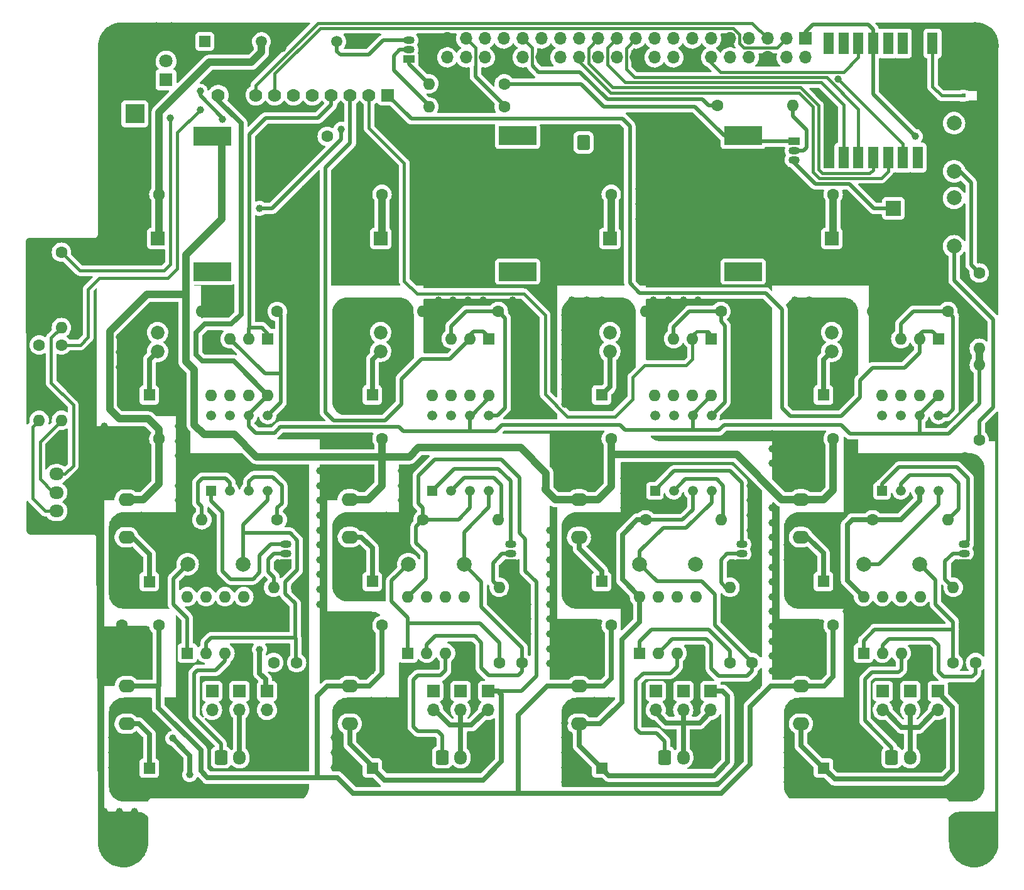
<source format=gbr>
%TF.GenerationSoftware,KiCad,Pcbnew,(6.0.5)*%
%TF.CreationDate,2022-07-22T00:14:57+07:00*%
%TF.ProjectId,MARUKO_Analog,4d415255-4b4f-45f4-916e-616c6f672e6b,rev?*%
%TF.SameCoordinates,Original*%
%TF.FileFunction,Copper,L1,Top*%
%TF.FilePolarity,Positive*%
%FSLAX46Y46*%
G04 Gerber Fmt 4.6, Leading zero omitted, Abs format (unit mm)*
G04 Created by KiCad (PCBNEW (6.0.5)) date 2022-07-22 00:14:57*
%MOMM*%
%LPD*%
G01*
G04 APERTURE LIST*
G04 Aperture macros list*
%AMRoundRect*
0 Rectangle with rounded corners*
0 $1 Rounding radius*
0 $2 $3 $4 $5 $6 $7 $8 $9 X,Y pos of 4 corners*
0 Add a 4 corners polygon primitive as box body*
4,1,4,$2,$3,$4,$5,$6,$7,$8,$9,$2,$3,0*
0 Add four circle primitives for the rounded corners*
1,1,$1+$1,$2,$3*
1,1,$1+$1,$4,$5*
1,1,$1+$1,$6,$7*
1,1,$1+$1,$8,$9*
0 Add four rect primitives between the rounded corners*
20,1,$1+$1,$2,$3,$4,$5,0*
20,1,$1+$1,$4,$5,$6,$7,0*
20,1,$1+$1,$6,$7,$8,$9,0*
20,1,$1+$1,$8,$9,$2,$3,0*%
G04 Aperture macros list end*
%TA.AperFunction,ComponentPad*%
%ADD10R,1.600000X1.600000*%
%TD*%
%TA.AperFunction,ComponentPad*%
%ADD11O,1.600000X1.600000*%
%TD*%
%TA.AperFunction,ComponentPad*%
%ADD12C,1.600000*%
%TD*%
%TA.AperFunction,ComponentPad*%
%ADD13R,2.250000X1.750000*%
%TD*%
%TA.AperFunction,ComponentPad*%
%ADD14O,2.250000X1.750000*%
%TD*%
%TA.AperFunction,ComponentPad*%
%ADD15R,1.500000X1.050000*%
%TD*%
%TA.AperFunction,ComponentPad*%
%ADD16O,1.500000X1.050000*%
%TD*%
%TA.AperFunction,ComponentPad*%
%ADD17R,2.600000X2.600000*%
%TD*%
%TA.AperFunction,ComponentPad*%
%ADD18C,2.600000*%
%TD*%
%TA.AperFunction,ComponentPad*%
%ADD19R,1.850000X1.850000*%
%TD*%
%TA.AperFunction,ComponentPad*%
%ADD20C,1.850000*%
%TD*%
%TA.AperFunction,ComponentPad*%
%ADD21C,0.800000*%
%TD*%
%TA.AperFunction,ComponentPad*%
%ADD22C,6.400000*%
%TD*%
%TA.AperFunction,ComponentPad*%
%ADD23R,1.700000X1.700000*%
%TD*%
%TA.AperFunction,ComponentPad*%
%ADD24O,1.700000X1.700000*%
%TD*%
%TA.AperFunction,ComponentPad*%
%ADD25R,2.500000X2.500000*%
%TD*%
%TA.AperFunction,ComponentPad*%
%ADD26C,2.000000*%
%TD*%
%TA.AperFunction,ComponentPad*%
%ADD27R,1.338000X1.338000*%
%TD*%
%TA.AperFunction,ComponentPad*%
%ADD28C,1.338000*%
%TD*%
%TA.AperFunction,ComponentPad*%
%ADD29R,1.508000X1.508000*%
%TD*%
%TA.AperFunction,ComponentPad*%
%ADD30C,1.508000*%
%TD*%
%TA.AperFunction,ComponentPad*%
%ADD31R,2.000000X2.000000*%
%TD*%
%TA.AperFunction,SMDPad,CuDef*%
%ADD32R,1.400000X3.000000*%
%TD*%
%TA.AperFunction,SMDPad,CuDef*%
%ADD33R,0.600000X0.600000*%
%TD*%
%TA.AperFunction,SMDPad,CuDef*%
%ADD34R,1.580000X0.580000*%
%TD*%
%TA.AperFunction,SMDPad,CuDef*%
%ADD35R,0.500000X0.500000*%
%TD*%
%TA.AperFunction,ComponentPad*%
%ADD36RoundRect,0.250000X-0.600000X-0.750000X0.600000X-0.750000X0.600000X0.750000X-0.600000X0.750000X0*%
%TD*%
%TA.AperFunction,ComponentPad*%
%ADD37O,1.700000X2.000000*%
%TD*%
%TA.AperFunction,ComponentPad*%
%ADD38RoundRect,0.250000X-0.725000X0.600000X-0.725000X-0.600000X0.725000X-0.600000X0.725000X0.600000X0*%
%TD*%
%TA.AperFunction,ComponentPad*%
%ADD39O,1.950000X1.700000*%
%TD*%
%TA.AperFunction,ComponentPad*%
%ADD40RoundRect,0.250000X-0.600000X-0.725000X0.600000X-0.725000X0.600000X0.725000X-0.600000X0.725000X0*%
%TD*%
%TA.AperFunction,ComponentPad*%
%ADD41O,1.700000X1.950000*%
%TD*%
%TA.AperFunction,ComponentPad*%
%ADD42R,1.800000X1.800000*%
%TD*%
%TA.AperFunction,ComponentPad*%
%ADD43C,1.800000*%
%TD*%
%TA.AperFunction,ComponentPad*%
%ADD44R,1.778000X1.778000*%
%TD*%
%TA.AperFunction,ComponentPad*%
%ADD45C,1.778000*%
%TD*%
%TA.AperFunction,ViaPad*%
%ADD46C,1.000000*%
%TD*%
%TA.AperFunction,Conductor*%
%ADD47C,0.512000*%
%TD*%
%TA.AperFunction,Conductor*%
%ADD48C,0.700000*%
%TD*%
%TA.AperFunction,Conductor*%
%ADD49C,1.000000*%
%TD*%
%TA.AperFunction,Conductor*%
%ADD50C,1.024000*%
%TD*%
%TA.AperFunction,Conductor*%
%ADD51C,0.400000*%
%TD*%
G04 APERTURE END LIST*
D10*
%TO.P,U4,1*%
%TO.N,Net-(C4-Pad2)*%
X80165000Y-122600000D03*
D11*
%TO.P,U4,2,-*%
%TO.N,Net-(C4-Pad1)*%
X82705000Y-122600000D03*
%TO.P,U4,3,+*%
%TO.N,Input 1*%
X85245000Y-122600000D03*
%TO.P,U4,4,V-*%
%TO.N,GND*%
X87785000Y-122600000D03*
%TO.P,U4,5*%
%TO.N,N/C*%
X87785000Y-114980000D03*
%TO.P,U4,6*%
X85245000Y-114980000D03*
%TO.P,U4,7*%
X82705000Y-114980000D03*
%TO.P,U4,8,V+*%
%TO.N,5V_CH1*%
X80165000Y-114980000D03*
%TD*%
D12*
%TO.P,R19,1*%
%TO.N,Button_1*%
X186900000Y-71320000D03*
D11*
%TO.P,R19,2*%
%TO.N,+3V3*%
X186900000Y-81480000D03*
%TD*%
D12*
%TO.P,C19,1*%
%TO.N,+12V*%
X106400000Y-93680936D03*
%TO.P,C19,2*%
%TO.N,Earth*%
X101400000Y-93680936D03*
%TD*%
%TO.P,R15,1*%
%TO.N,Net-(R15-Pad1)*%
X122080000Y-76490184D03*
D11*
%TO.P,R15,2*%
%TO.N,Earth*%
X111920000Y-76490184D03*
%TD*%
D12*
%TO.P,R5,1*%
%TO.N,5V_CH4*%
X172520000Y-104600000D03*
D11*
%TO.P,R5,2*%
%TO.N,Net-(R5-Pad2)*%
X182680000Y-104600000D03*
%TD*%
D13*
%TO.P,PS4,1,-Vin*%
%TO.N,Earth*%
X72000000Y-124500000D03*
D14*
%TO.P,PS4,2,+Vin*%
%TO.N,+5V*%
X72000000Y-127040000D03*
%TO.P,PS4,3,-Vout*%
%TO.N,GND*%
X72000000Y-129580000D03*
%TO.P,PS4,4,+Vout*%
%TO.N,5V_CH1*%
X72000000Y-132120000D03*
%TD*%
D15*
%TO.P,Q4,1,E*%
%TO.N,GND*%
X93460000Y-110470000D03*
D16*
%TO.P,Q4,2,B*%
%TO.N,Net-(Q4-Pad2)*%
X93460000Y-109200000D03*
%TO.P,Q4,3,C*%
%TO.N,Net-(Q4-Pad3)*%
X93460000Y-107930000D03*
%TD*%
D12*
%TO.P,R3,1*%
%TO.N,Net-(C3-Pad1)*%
X125300000Y-123870184D03*
D11*
%TO.P,R3,2*%
%TO.N,GND1*%
X125300000Y-113710184D03*
%TD*%
D17*
%TO.P,J7,1,Pin_1*%
%TO.N,VCC*%
X73095000Y-49855000D03*
D18*
%TO.P,J7,2,Pin_2*%
%TO.N,Earth*%
X73095000Y-54935000D03*
%TD*%
D19*
%TO.P,PS10,1,+Vin*%
%TO.N,+24V*%
X137110000Y-66651312D03*
D20*
%TO.P,PS10,2,-Vin*%
%TO.N,Earth*%
X137110000Y-69191312D03*
%TO.P,PS10,4,-Vout*%
%TO.N,GND2*%
X137110000Y-76811312D03*
%TO.P,PS10,5,0V*%
%TO.N,unconnected-(PS10-Pad5)*%
X137110000Y-79351312D03*
%TO.P,PS10,6,+Vout*%
%TO.N,24V_CH3*%
X137110000Y-81891312D03*
%TD*%
D21*
%TO.P,H4,1,1*%
%TO.N,Earth*%
X186300000Y-43100000D03*
X186300000Y-38300000D03*
D22*
X186300000Y-40700000D03*
D21*
X188700000Y-40700000D03*
X184602944Y-39002944D03*
X187997056Y-42397056D03*
X187997056Y-39002944D03*
X183900000Y-40700000D03*
X184602944Y-42397056D03*
%TD*%
D10*
%TO.P,C14,1*%
%TO.N,12V_CH3*%
X136005113Y-112935560D03*
D12*
%TO.P,C14,2*%
%TO.N,GND2*%
X133505113Y-112935560D03*
%TD*%
D10*
%TO.P,C21,1*%
%TO.N,24V_CH4*%
X165905113Y-87771124D03*
D12*
%TO.P,C21,2*%
%TO.N,GND3*%
X163405113Y-87771124D03*
%TD*%
D23*
%TO.P,JP6,1,A*%
%TO.N,12V_CH4*%
X177600000Y-127725184D03*
D24*
%TO.P,JP6,2,B*%
%TO.N,Net-(J3-Pad2)*%
X177600000Y-130265184D03*
%TD*%
D12*
%TO.P,R29,1*%
%TO.N,Auto_cut*%
X122880000Y-48900000D03*
D11*
%TO.P,R29,2*%
%TO.N,Net-(R29-Pad2)*%
X112720000Y-48900000D03*
%TD*%
D12*
%TO.P,R18,1*%
%TO.N,Net-(D1-Pad1)*%
X99020000Y-52900000D03*
D11*
%TO.P,R18,2*%
%TO.N,Earth*%
X109180000Y-52900000D03*
%TD*%
D23*
%TO.P,JP9,1,A*%
%TO.N,5V_CH2*%
X120700000Y-127720184D03*
D24*
%TO.P,JP9,2,B*%
%TO.N,Net-(JP10-Pad2)*%
X120700000Y-130260184D03*
%TD*%
D10*
%TO.P,C7,1*%
%TO.N,5V_CH2*%
X105105113Y-138100000D03*
D12*
%TO.P,C7,2*%
%TO.N,GND1*%
X102605113Y-138100000D03*
%TD*%
D23*
%TO.P,JP2,1,A*%
%TO.N,24V_CH3*%
X143300000Y-127720184D03*
D24*
%TO.P,JP2,2,B*%
%TO.N,Net-(JP2-Pad2)*%
X143300000Y-130260184D03*
%TD*%
D12*
%TO.P,R11,1*%
%TO.N,Net-(C3-Pad2)*%
X122200000Y-123870184D03*
D11*
%TO.P,R11,2*%
%TO.N,Net-(Q3-Pad2)*%
X122200000Y-113710184D03*
%TD*%
D25*
%TO.P,U17,1,IN-*%
%TO.N,Earth*%
X92921250Y-52900000D03*
X95461250Y-52900000D03*
%TO.P,U17,2,IN+*%
%TO.N,+12V*%
X84821250Y-52880000D03*
X82281250Y-52880000D03*
%TO.P,U17,3,OUT+*%
%TO.N,+5V*%
X82281250Y-71180000D03*
X84821250Y-71180000D03*
%TO.P,U17,4,OUT-*%
%TO.N,Earth*%
X95461250Y-71200000D03*
X92921250Y-71200000D03*
%TD*%
D12*
%TO.P,R16,1*%
%TO.N,Net-(R16-Pad1)*%
X92280000Y-76500000D03*
D11*
%TO.P,R16,2*%
%TO.N,Earth*%
X82120000Y-76500000D03*
%TD*%
D12*
%TO.P,R33,1*%
%TO.N,Led_2*%
X63200000Y-68520000D03*
D11*
%TO.P,R33,2*%
%TO.N,Net-(R33-Pad2)*%
X63200000Y-78680000D03*
%TD*%
D13*
%TO.P,PS5,1,-Vin*%
%TO.N,Earth*%
X162857500Y-99325748D03*
D14*
%TO.P,PS5,2,+Vin*%
%TO.N,+12V*%
X162857500Y-101865748D03*
%TO.P,PS5,3,-Vout*%
%TO.N,GND3*%
X162857500Y-104405748D03*
%TO.P,PS5,4,+Vout*%
%TO.N,12V_CH4*%
X162857500Y-106945748D03*
%TD*%
D10*
%TO.P,C24,1*%
%TO.N,24V_CH1*%
X75047613Y-87780940D03*
D12*
%TO.P,C24,2*%
%TO.N,GND*%
X72547613Y-87780940D03*
%TD*%
D23*
%TO.P,JP8,1,A*%
%TO.N,12V_CH3*%
X147000000Y-127720184D03*
D24*
%TO.P,JP8,2,B*%
%TO.N,Net-(JP2-Pad2)*%
X147000000Y-130260184D03*
%TD*%
D15*
%TO.P,Q5,1,C*%
%TO.N,Net-(R30-Pad2)*%
X110060000Y-42470000D03*
D16*
%TO.P,Q5,2,B*%
%TO.N,Net-(R29-Pad2)*%
X110060000Y-41200000D03*
%TO.P,Q5,3,E*%
%TO.N,Net-(D1-Pad2)*%
X110060000Y-39930000D03*
%TD*%
D26*
%TO.P,C4,1*%
%TO.N,Net-(C4-Pad1)*%
X87715000Y-110600000D03*
%TO.P,C4,2*%
%TO.N,Net-(C4-Pad2)*%
X80215000Y-110600000D03*
%TD*%
D12*
%TO.P,C25,1*%
%TO.N,+24V*%
X167200000Y-60711316D03*
%TO.P,C25,2*%
%TO.N,Earth*%
X162200000Y-60711316D03*
%TD*%
D26*
%TO.P,C2,1*%
%TO.N,Net-(C2-Pad1)*%
X141150000Y-110590184D03*
%TO.P,C2,2*%
%TO.N,Net-(C2-Pad2)*%
X148650000Y-110590184D03*
%TD*%
D12*
%TO.P,C18,1*%
%TO.N,+12V*%
X137300000Y-93680936D03*
%TO.P,C18,2*%
%TO.N,Earth*%
X132300000Y-93680936D03*
%TD*%
D10*
%TO.P,C15,1*%
%TO.N,12V_CH2*%
X105105113Y-112935560D03*
D12*
%TO.P,C15,2*%
%TO.N,GND1*%
X102605113Y-112935560D03*
%TD*%
%TO.P,R10,1*%
%TO.N,Net-(C2-Pad2)*%
X153300000Y-123870184D03*
D11*
%TO.P,R10,2*%
%TO.N,Net-(Q2-Pad2)*%
X153300000Y-113710184D03*
%TD*%
D13*
%TO.P,PS1,1,-Vin*%
%TO.N,Earth*%
X162857500Y-124490184D03*
D14*
%TO.P,PS1,2,+Vin*%
%TO.N,+5V*%
X162857500Y-127030184D03*
%TO.P,PS1,3,-Vout*%
%TO.N,GND3*%
X162857500Y-129570184D03*
%TO.P,PS1,4,+Vout*%
%TO.N,5V_CH4*%
X162857500Y-132110184D03*
%TD*%
D12*
%TO.P,R9,1*%
%TO.N,Net-(C1-Pad2)*%
X183400000Y-123880000D03*
D11*
%TO.P,R9,2*%
%TO.N,Net-(Q1-Pad2)*%
X183400000Y-113720000D03*
%TD*%
D10*
%TO.P,C13,1*%
%TO.N,12V_CH4*%
X165905113Y-112935560D03*
D12*
%TO.P,C13,2*%
%TO.N,GND3*%
X163405113Y-112935560D03*
%TD*%
D27*
%TO.P,U5,1,LED_CATHODE*%
%TO.N,Net-(Q1-Pad3)*%
X173790000Y-100682684D03*
D28*
%TO.P,U5,2,LED_ANODE*%
%TO.N,Net-(R5-Pad2)*%
X176330000Y-100682684D03*
%TO.P,U5,3,PD1_CATHODE*%
%TO.N,5V_CH4*%
X178870000Y-100682684D03*
%TO.P,U5,4,PD1_ANODE*%
%TO.N,Net-(C1-Pad1)*%
X181410000Y-100682684D03*
%TO.P,U5,5,PD2_ANODE*%
%TO.N,Net-(R13-Pad1)*%
X181410000Y-90522684D03*
%TO.P,U5,6,PD2_CATHODE*%
%TO.N,+3V3*%
X178870000Y-90522684D03*
%TO.P,U5,7,NC@1*%
%TO.N,unconnected-(U5-Pad7)*%
X176330000Y-90522684D03*
%TO.P,U5,8,NC@2*%
%TO.N,unconnected-(U5-Pad8)*%
X173790000Y-90522684D03*
%TD*%
D19*
%TO.P,PS11,1,+Vin*%
%TO.N,+24V*%
X106210000Y-66651312D03*
D20*
%TO.P,PS11,2,-Vin*%
%TO.N,Earth*%
X106210000Y-69191312D03*
%TO.P,PS11,4,-Vout*%
%TO.N,GND1*%
X106210000Y-76811312D03*
%TO.P,PS11,5,0V*%
%TO.N,unconnected-(PS11-Pad5)*%
X106210000Y-79351312D03*
%TO.P,PS11,6,+Vout*%
%TO.N,24V_CH2*%
X106210000Y-81891312D03*
%TD*%
D12*
%TO.P,R30,1*%
%TO.N,+5VP*%
X122880000Y-45800000D03*
D11*
%TO.P,R30,2*%
%TO.N,Net-(R30-Pad2)*%
X112720000Y-45800000D03*
%TD*%
D25*
%TO.P,U18,1,IN-*%
%TO.N,Earth*%
X145700000Y-71100000D03*
X143160000Y-71100000D03*
%TO.P,U18,2,IN+*%
%TO.N,VCC*%
X156340000Y-71120000D03*
X153800000Y-71120000D03*
%TO.P,U18,3,OUT+*%
%TO.N,+5VP*%
X156340000Y-52820000D03*
X153800000Y-52820000D03*
%TO.P,U18,4,OUT-*%
%TO.N,Earth*%
X145700000Y-52800000D03*
X143160000Y-52800000D03*
%TD*%
D12*
%TO.P,C11,1*%
%TO.N,+5V*%
X106400000Y-118845372D03*
%TO.P,C11,2*%
%TO.N,Earth*%
X101400000Y-118845372D03*
%TD*%
%TO.P,C12,1*%
%TO.N,+5V*%
X76342500Y-118855188D03*
%TO.P,C12,2*%
%TO.N,Earth*%
X71342500Y-118855188D03*
%TD*%
D21*
%TO.P,H3,1,1*%
%TO.N,Earth*%
X187897056Y-146402944D03*
X188600000Y-148100000D03*
X184502944Y-149797056D03*
D22*
X186200000Y-148100000D03*
D21*
X186200000Y-145700000D03*
X184502944Y-146402944D03*
X183800000Y-148100000D03*
X186200000Y-150500000D03*
X187897056Y-149797056D03*
%TD*%
D15*
%TO.P,Q6,1,C*%
%TO.N,+5VP*%
X161940000Y-53530000D03*
D16*
%TO.P,Q6,2,B*%
%TO.N,Net-(Q6-Pad2)*%
X161940000Y-54800000D03*
%TO.P,Q6,3,E*%
%TO.N,Net-(BZ1-Pad1)*%
X161940000Y-56070000D03*
%TD*%
D10*
%TO.P,C6,1*%
%TO.N,5V_CH3*%
X136005113Y-138100000D03*
D12*
%TO.P,C6,2*%
%TO.N,GND2*%
X133505113Y-138100000D03*
%TD*%
D29*
%TO.P,K1,1,L1*%
%TO.N,VCC*%
X82540000Y-40100000D03*
D30*
%TO.P,K1,2,L2*%
%TO.N,+24V*%
X90160000Y-40100000D03*
%TO.P,K1,3,+*%
%TO.N,Net-(D1-Pad2)*%
X100320000Y-40100000D03*
%TO.P,K1,4,-*%
%TO.N,Earth*%
X102860000Y-40100000D03*
%TD*%
D10*
%TO.P,C23,1*%
%TO.N,24V_CH2*%
X105105113Y-87771124D03*
D12*
%TO.P,C23,2*%
%TO.N,GND1*%
X102605113Y-87771124D03*
%TD*%
%TO.P,R8,1*%
%TO.N,5V_CH1*%
X92280000Y-104600000D03*
D11*
%TO.P,R8,2*%
%TO.N,Net-(R8-Pad2)*%
X82120000Y-104600000D03*
%TD*%
D12*
%TO.P,R12,1*%
%TO.N,Net-(C4-Pad2)*%
X91800000Y-123880000D03*
D11*
%TO.P,R12,2*%
%TO.N,Net-(Q4-Pad2)*%
X91800000Y-113720000D03*
%TD*%
D12*
%TO.P,R17,1*%
%TO.N,Buzz*%
X151620000Y-48700000D03*
D11*
%TO.P,R17,2*%
%TO.N,Net-(Q6-Pad2)*%
X161780000Y-48700000D03*
%TD*%
D31*
%TO.P,BZ1,1,-*%
%TO.N,Net-(BZ1-Pad1)*%
X175300000Y-62600000D03*
D26*
%TO.P,BZ1,2,+*%
%TO.N,Earth*%
X175300000Y-70200000D03*
%TD*%
D10*
%TO.P,U11,1*%
%TO.N,Output 2*%
X120800000Y-80190184D03*
D11*
%TO.P,U11,2,-*%
X118260000Y-80190184D03*
%TO.P,U11,3,+*%
%TO.N,Net-(R15-Pad1)*%
X115720000Y-80190184D03*
%TO.P,U11,4,V-*%
%TO.N,Earth*%
X113180000Y-80190184D03*
%TO.P,U11,5*%
%TO.N,N/C*%
X113180000Y-87810184D03*
%TO.P,U11,6*%
X115720000Y-87810184D03*
%TO.P,U11,7*%
X118260000Y-87810184D03*
%TO.P,U11,8,V+*%
%TO.N,+3V3*%
X120800000Y-87810184D03*
%TD*%
D10*
%TO.P,U3,1*%
%TO.N,Net-(C3-Pad2)*%
X109900000Y-122590184D03*
D11*
%TO.P,U3,2,-*%
%TO.N,Net-(C3-Pad1)*%
X112440000Y-122590184D03*
%TO.P,U3,3,+*%
%TO.N,Input 2*%
X114980000Y-122590184D03*
%TO.P,U3,4,V-*%
%TO.N,GND1*%
X117520000Y-122590184D03*
%TO.P,U3,5*%
%TO.N,N/C*%
X117520000Y-114970184D03*
%TO.P,U3,6*%
X114980000Y-114970184D03*
%TO.P,U3,7*%
X112440000Y-114970184D03*
%TO.P,U3,8,V+*%
%TO.N,5V_CH2*%
X109900000Y-114970184D03*
%TD*%
D21*
%TO.P,H1,1,1*%
%TO.N,Earth*%
X73800000Y-40800000D03*
X69000000Y-40800000D03*
X73097056Y-42497056D03*
X69702944Y-42497056D03*
D22*
X71400000Y-40800000D03*
D21*
X71400000Y-38400000D03*
X73097056Y-39102944D03*
X71400000Y-43200000D03*
X69702944Y-39102944D03*
%TD*%
D10*
%TO.P,U9,1*%
%TO.N,Output 4*%
X181400000Y-80190184D03*
D11*
%TO.P,U9,2,-*%
X178860000Y-80190184D03*
%TO.P,U9,3,+*%
%TO.N,Net-(R13-Pad1)*%
X176320000Y-80190184D03*
%TO.P,U9,4,V-*%
%TO.N,Earth*%
X173780000Y-80190184D03*
%TO.P,U9,5*%
%TO.N,N/C*%
X173780000Y-87810184D03*
%TO.P,U9,6*%
X176320000Y-87810184D03*
%TO.P,U9,7*%
X178860000Y-87810184D03*
%TO.P,U9,8,V+*%
%TO.N,+3V3*%
X181400000Y-87810184D03*
%TD*%
D12*
%TO.P,C10,1*%
%TO.N,+5V*%
X137300000Y-118845372D03*
%TO.P,C10,2*%
%TO.N,Earth*%
X132300000Y-118845372D03*
%TD*%
D15*
%TO.P,Q3,1,E*%
%TO.N,GND1*%
X123760000Y-110460184D03*
D16*
%TO.P,Q3,2,B*%
%TO.N,Net-(Q3-Pad2)*%
X123760000Y-109190184D03*
%TO.P,Q3,3,C*%
%TO.N,Net-(Q3-Pad3)*%
X123760000Y-107920184D03*
%TD*%
D19*
%TO.P,PS12,1,+Vin*%
%TO.N,+24V*%
X76152500Y-66661128D03*
D20*
%TO.P,PS12,2,-Vin*%
%TO.N,Earth*%
X76152500Y-69201128D03*
%TO.P,PS12,4,-Vout*%
%TO.N,GND*%
X76152500Y-76821128D03*
%TO.P,PS12,5,0V*%
%TO.N,unconnected-(PS12-Pad5)*%
X76152500Y-79361128D03*
%TO.P,PS12,6,+Vout*%
%TO.N,24V_CH1*%
X76152500Y-81901128D03*
%TD*%
D32*
%TO.P,U14,1,GND*%
%TO.N,Earth*%
X166600000Y-55762500D03*
%TO.P,U14,2,MISO*%
%TO.N,MISO*%
X168600000Y-55762500D03*
%TO.P,U14,3,MOSI*%
%TO.N,MOSI*%
X170600000Y-55762500D03*
%TO.P,U14,4,SCK*%
%TO.N,SCK*%
X172600000Y-55762500D03*
%TO.P,U14,5,NSS*%
%TO.N,NSS*%
X174600000Y-55762500D03*
%TO.P,U14,6,RESET*%
%TO.N,RESET*%
X176600000Y-55762500D03*
%TO.P,U14,7,DIO5*%
%TO.N,unconnected-(U14-Pad7)*%
X178600000Y-55762500D03*
%TO.P,U14,8,GND*%
%TO.N,Earth*%
X180600000Y-55762500D03*
%TO.P,U14,9,ANT*%
%TO.N,Net-(J2-Pad1)*%
X180600000Y-40362500D03*
%TO.P,U14,10,GND*%
%TO.N,Earth*%
X178600000Y-40362500D03*
%TO.P,U14,11,DIO3*%
%TO.N,unconnected-(U14-Pad11)*%
X176600000Y-40362500D03*
%TO.P,U14,12,DIO4*%
%TO.N,unconnected-(U14-Pad12)*%
X174600000Y-40362500D03*
%TO.P,U14,13,3.3V*%
%TO.N,+3V3*%
X172600000Y-40362500D03*
%TO.P,U14,14,DIO0*%
%TO.N,DIO0*%
X170600000Y-40362500D03*
%TO.P,U14,15,DIO1*%
%TO.N,unconnected-(U14-Pad15)*%
X168600000Y-40362500D03*
%TO.P,U14,16,DIO2*%
%TO.N,unconnected-(U14-Pad16)*%
X166600000Y-40362500D03*
%TD*%
D12*
%TO.P,C26,1*%
%TO.N,+24V*%
X137300000Y-60711316D03*
%TO.P,C26,2*%
%TO.N,Earth*%
X132300000Y-60711316D03*
%TD*%
D26*
%TO.P,SW2,1,1*%
%TO.N,Button_2*%
X183500000Y-61200000D03*
X183500000Y-67700000D03*
%TO.P,SW2,2,2*%
%TO.N,Earth*%
X188000000Y-61200000D03*
X188000000Y-67700000D03*
%TD*%
D15*
%TO.P,Q1,1,E*%
%TO.N,GND3*%
X184900000Y-110400000D03*
D16*
%TO.P,Q1,2,B*%
%TO.N,Net-(Q1-Pad2)*%
X184900000Y-109130000D03*
%TO.P,Q1,3,C*%
%TO.N,Net-(Q1-Pad3)*%
X184900000Y-107860000D03*
%TD*%
D13*
%TO.P,PS6,1,-Vin*%
%TO.N,Earth*%
X132957500Y-99325748D03*
D14*
%TO.P,PS6,2,+Vin*%
%TO.N,+12V*%
X132957500Y-101865748D03*
%TO.P,PS6,3,-Vout*%
%TO.N,GND2*%
X132957500Y-104405748D03*
%TO.P,PS6,4,+Vout*%
%TO.N,12V_CH3*%
X132957500Y-106945748D03*
%TD*%
D12*
%TO.P,R31,1*%
%TO.N,+5VP*%
X60200000Y-81020000D03*
D11*
%TO.P,R31,2*%
%TO.N,Net-(R31-Pad2)*%
X60200000Y-91180000D03*
%TD*%
D26*
%TO.P,C1,1*%
%TO.N,Net-(C1-Pad1)*%
X171350000Y-110590184D03*
%TO.P,C1,2*%
%TO.N,Net-(C1-Pad2)*%
X178850000Y-110590184D03*
%TD*%
D12*
%TO.P,R7,1*%
%TO.N,5V_CH2*%
X111920000Y-104600000D03*
D11*
%TO.P,R7,2*%
%TO.N,Net-(R7-Pad2)*%
X122080000Y-104600000D03*
%TD*%
D23*
%TO.P,JP10,1,A*%
%TO.N,12V_CH2*%
X117000000Y-127720184D03*
D24*
%TO.P,JP10,2,B*%
%TO.N,Net-(JP10-Pad2)*%
X117000000Y-130260184D03*
%TD*%
D10*
%TO.P,C5,1*%
%TO.N,5V_CH4*%
X165905113Y-138100000D03*
D12*
%TO.P,C5,2*%
%TO.N,GND3*%
X163405113Y-138100000D03*
%TD*%
%TO.P,R6,1*%
%TO.N,5V_CH3*%
X141920000Y-104600000D03*
D11*
%TO.P,R6,2*%
%TO.N,Net-(R6-Pad2)*%
X152080000Y-104600000D03*
%TD*%
D12*
%TO.P,C20,1*%
%TO.N,+12V*%
X76342500Y-93690752D03*
%TO.P,C20,2*%
%TO.N,Earth*%
X71342500Y-93690752D03*
%TD*%
D27*
%TO.P,U6,1,LED_CATHODE*%
%TO.N,Net-(Q2-Pad3)*%
X143190000Y-100682684D03*
D28*
%TO.P,U6,2,LED_ANODE*%
%TO.N,Net-(R6-Pad2)*%
X145730000Y-100682684D03*
%TO.P,U6,3,PD1_CATHODE*%
%TO.N,5V_CH3*%
X148270000Y-100682684D03*
%TO.P,U6,4,PD1_ANODE*%
%TO.N,Net-(C2-Pad1)*%
X150810000Y-100682684D03*
%TO.P,U6,5,PD2_ANODE*%
%TO.N,Net-(R14-Pad1)*%
X150810000Y-90522684D03*
%TO.P,U6,6,PD2_CATHODE*%
%TO.N,+3V3*%
X148270000Y-90522684D03*
%TO.P,U6,7,NC@1*%
%TO.N,unconnected-(U6-Pad7)*%
X145730000Y-90522684D03*
%TO.P,U6,8,NC@2*%
%TO.N,unconnected-(U6-Pad8)*%
X143190000Y-90522684D03*
%TD*%
D12*
%TO.P,R1,1*%
%TO.N,Net-(C1-Pad1)*%
X186400000Y-123880000D03*
D11*
%TO.P,R1,2*%
%TO.N,GND3*%
X186400000Y-113720000D03*
%TD*%
D12*
%TO.P,R2,1*%
%TO.N,Net-(C2-Pad1)*%
X156300000Y-123880000D03*
D11*
%TO.P,R2,2*%
%TO.N,GND2*%
X156300000Y-113720000D03*
%TD*%
D12*
%TO.P,C17,1*%
%TO.N,+12V*%
X167200000Y-93680936D03*
%TO.P,C17,2*%
%TO.N,Earth*%
X162200000Y-93680936D03*
%TD*%
D23*
%TO.P,JP11,1,A*%
%TO.N,5V_CH1*%
X90900000Y-127725000D03*
D24*
%TO.P,JP11,2,B*%
%TO.N,Net-(JP11-Pad2)*%
X90900000Y-130265000D03*
%TD*%
D21*
%TO.P,H2,1,1*%
%TO.N,Earth*%
X69802944Y-149797056D03*
X71500000Y-150500000D03*
X73900000Y-148100000D03*
X69100000Y-148100000D03*
X73197056Y-149797056D03*
X71500000Y-145700000D03*
D22*
X71500000Y-148100000D03*
D21*
X73197056Y-146402944D03*
X69802944Y-146402944D03*
%TD*%
D12*
%TO.P,C27,1*%
%TO.N,+24V*%
X106400000Y-60711316D03*
%TO.P,C27,2*%
%TO.N,Earth*%
X101400000Y-60711316D03*
%TD*%
D33*
%TO.P,J2,1*%
%TO.N,Net-(J2-Pad1)*%
X184800000Y-47400000D03*
D34*
%TO.P,J2,S1*%
%TO.N,Earth*%
X185800000Y-46440000D03*
D35*
%TO.P,J2,S2*%
X186800000Y-47400000D03*
D34*
%TO.P,J2,S3*%
X185800000Y-48360000D03*
%TD*%
D12*
%TO.P,R20,1*%
%TO.N,Button_2*%
X186900000Y-93880000D03*
D11*
%TO.P,R20,2*%
%TO.N,+3V3*%
X186900000Y-83720000D03*
%TD*%
D12*
%TO.P,R4,1*%
%TO.N,Net-(C4-Pad1)*%
X94900000Y-123880000D03*
D11*
%TO.P,R4,2*%
%TO.N,GND*%
X94900000Y-113720000D03*
%TD*%
D23*
%TO.P,JP1,1,A*%
%TO.N,24V_CH4*%
X173900000Y-127725184D03*
D24*
%TO.P,JP1,2,B*%
%TO.N,Net-(J3-Pad2)*%
X173900000Y-130265184D03*
%TD*%
D23*
%TO.P,JP7,1,A*%
%TO.N,5V_CH3*%
X150700000Y-127720184D03*
D24*
%TO.P,JP7,2,B*%
%TO.N,Net-(JP2-Pad2)*%
X150700000Y-130260184D03*
%TD*%
D13*
%TO.P,PS8,1,-Vin*%
%TO.N,Earth*%
X72000000Y-99335564D03*
D14*
%TO.P,PS8,2,+Vin*%
%TO.N,+12V*%
X72000000Y-101875564D03*
%TO.P,PS8,3,-Vout*%
%TO.N,GND*%
X72000000Y-104415564D03*
%TO.P,PS8,4,+Vout*%
%TO.N,12V_CH1*%
X72000000Y-106955564D03*
%TD*%
D10*
%TO.P,U12,1*%
%TO.N,Output 1*%
X91000000Y-80200000D03*
D11*
%TO.P,U12,2,-*%
X88460000Y-80200000D03*
%TO.P,U12,3,+*%
%TO.N,Net-(R16-Pad1)*%
X85920000Y-80200000D03*
%TO.P,U12,4,V-*%
%TO.N,Earth*%
X83380000Y-80200000D03*
%TO.P,U12,5*%
%TO.N,N/C*%
X83380000Y-87820000D03*
%TO.P,U12,6*%
X85920000Y-87820000D03*
%TO.P,U12,7*%
X88460000Y-87820000D03*
%TO.P,U12,8,V+*%
%TO.N,+3V3*%
X91000000Y-87820000D03*
%TD*%
D12*
%TO.P,R14,1*%
%TO.N,Net-(R14-Pad1)*%
X152080000Y-76490184D03*
D11*
%TO.P,R14,2*%
%TO.N,Earth*%
X141920000Y-76490184D03*
%TD*%
D10*
%TO.P,C8,1*%
%TO.N,5V_CH1*%
X75047613Y-138109816D03*
D12*
%TO.P,C8,2*%
%TO.N,GND*%
X72547613Y-138109816D03*
%TD*%
D13*
%TO.P,PS3,1,-Vin*%
%TO.N,Earth*%
X102057500Y-124490184D03*
D14*
%TO.P,PS3,2,+Vin*%
%TO.N,+5V*%
X102057500Y-127030184D03*
%TO.P,PS3,3,-Vout*%
%TO.N,GND1*%
X102057500Y-129570184D03*
%TO.P,PS3,4,+Vout*%
%TO.N,5V_CH2*%
X102057500Y-132110184D03*
%TD*%
D23*
%TO.P,JP3,1,A*%
%TO.N,24V_CH2*%
X113300000Y-127720184D03*
D24*
%TO.P,JP3,2,B*%
%TO.N,Net-(JP10-Pad2)*%
X113300000Y-130260184D03*
%TD*%
D23*
%TO.P,JP5,1,A*%
%TO.N,5V_CH4*%
X181300000Y-127725184D03*
D24*
%TO.P,JP5,2,B*%
%TO.N,Net-(J3-Pad2)*%
X181300000Y-130265184D03*
%TD*%
D13*
%TO.P,PS2,1,-Vin*%
%TO.N,Earth*%
X132957500Y-124490184D03*
D14*
%TO.P,PS2,2,+Vin*%
%TO.N,+5V*%
X132957500Y-127030184D03*
%TO.P,PS2,3,-Vout*%
%TO.N,GND2*%
X132957500Y-129570184D03*
%TO.P,PS2,4,+Vout*%
%TO.N,5V_CH3*%
X132957500Y-132110184D03*
%TD*%
D36*
%TO.P,J10,1,Pin_1*%
%TO.N,+12V*%
X133550000Y-53700000D03*
D37*
%TO.P,J10,2,Pin_2*%
%TO.N,Earth*%
X136050000Y-53700000D03*
%TD*%
D38*
%TO.P,J11,1,Pin_1*%
%TO.N,Earth*%
X62525000Y-95950000D03*
D39*
%TO.P,J11,2,Pin_2*%
%TO.N,Net-(R33-Pad2)*%
X62525000Y-98450000D03*
%TO.P,J11,3,Pin_3*%
%TO.N,Net-(R32-Pad2)*%
X62525000Y-100950000D03*
%TO.P,J11,4,Pin_4*%
%TO.N,Net-(R31-Pad2)*%
X62525000Y-103450000D03*
%TD*%
D40*
%TO.P,J5,1,Pin_1*%
%TO.N,Input 2*%
X114500000Y-136665184D03*
D41*
%TO.P,J5,2,Pin_2*%
%TO.N,Net-(JP10-Pad2)*%
X117000000Y-136665184D03*
%TO.P,J5,3,Pin_3*%
%TO.N,GND1*%
X119500000Y-136665184D03*
%TD*%
D10*
%TO.P,U1,1*%
%TO.N,Net-(C1-Pad2)*%
X171300000Y-122590184D03*
D11*
%TO.P,U1,2,-*%
%TO.N,Net-(C1-Pad1)*%
X173840000Y-122590184D03*
%TO.P,U1,3,+*%
%TO.N,Input 4*%
X176380000Y-122590184D03*
%TO.P,U1,4,V-*%
%TO.N,GND3*%
X178920000Y-122590184D03*
%TO.P,U1,5*%
%TO.N,N/C*%
X178920000Y-114970184D03*
%TO.P,U1,6*%
X176380000Y-114970184D03*
%TO.P,U1,7*%
X173840000Y-114970184D03*
%TO.P,U1,8,V+*%
%TO.N,5V_CH4*%
X171300000Y-114970184D03*
%TD*%
D40*
%TO.P,J6,1,Pin_1*%
%TO.N,Input 1*%
X84700000Y-136675000D03*
D41*
%TO.P,J6,2,Pin_2*%
%TO.N,Net-(JP11-Pad2)*%
X87200000Y-136675000D03*
%TO.P,J6,3,Pin_3*%
%TO.N,GND*%
X89700000Y-136675000D03*
%TD*%
D12*
%TO.P,R32,1*%
%TO.N,Led_1*%
X63200000Y-81020000D03*
D11*
%TO.P,R32,2*%
%TO.N,Net-(R32-Pad2)*%
X63200000Y-91180000D03*
%TD*%
D40*
%TO.P,J3,1,Pin_1*%
%TO.N,Input 4*%
X175100000Y-136665184D03*
D41*
%TO.P,J3,2,Pin_2*%
%TO.N,Net-(J3-Pad2)*%
X177600000Y-136665184D03*
%TO.P,J3,3,Pin_3*%
%TO.N,GND3*%
X180100000Y-136665184D03*
%TD*%
D10*
%TO.P,U2,1*%
%TO.N,Net-(C2-Pad2)*%
X141100000Y-122590184D03*
D11*
%TO.P,U2,2,-*%
%TO.N,Net-(C2-Pad1)*%
X143640000Y-122590184D03*
%TO.P,U2,3,+*%
%TO.N,Input 3*%
X146180000Y-122590184D03*
%TO.P,U2,4,V-*%
%TO.N,GND2*%
X148720000Y-122590184D03*
%TO.P,U2,5*%
%TO.N,N/C*%
X148720000Y-114970184D03*
%TO.P,U2,6*%
X146180000Y-114970184D03*
%TO.P,U2,7*%
X143640000Y-114970184D03*
%TO.P,U2,8,V+*%
%TO.N,5V_CH3*%
X141100000Y-114970184D03*
%TD*%
D15*
%TO.P,Q2,1,E*%
%TO.N,GND2*%
X154900000Y-110460184D03*
D16*
%TO.P,Q2,2,B*%
%TO.N,Net-(Q2-Pad2)*%
X154900000Y-109190184D03*
%TO.P,Q2,3,C*%
%TO.N,Net-(Q2-Pad3)*%
X154900000Y-107920184D03*
%TD*%
D10*
%TO.P,C22,1*%
%TO.N,24V_CH3*%
X136005113Y-87771124D03*
D12*
%TO.P,C22,2*%
%TO.N,GND2*%
X133505113Y-87771124D03*
%TD*%
%TO.P,C9,1*%
%TO.N,+5V*%
X167200000Y-118845372D03*
%TO.P,C9,2*%
%TO.N,Earth*%
X162200000Y-118845372D03*
%TD*%
%TO.P,R13,1*%
%TO.N,Net-(R13-Pad1)*%
X182680000Y-76490184D03*
D11*
%TO.P,R13,2*%
%TO.N,Earth*%
X172520000Y-76490184D03*
%TD*%
D25*
%TO.P,U16,1,IN-*%
%TO.N,Earth*%
X112760000Y-71100000D03*
X115300000Y-71100000D03*
%TO.P,U16,2,IN+*%
%TO.N,+24V*%
X123400000Y-71120000D03*
X125940000Y-71120000D03*
%TO.P,U16,3,OUT+*%
%TO.N,+12V*%
X123400000Y-52820000D03*
X125940000Y-52820000D03*
%TO.P,U16,4,OUT-*%
%TO.N,Earth*%
X112760000Y-52800000D03*
X115300000Y-52800000D03*
%TD*%
D40*
%TO.P,J4,1,Pin_1*%
%TO.N,Input 3*%
X144500000Y-136665184D03*
D41*
%TO.P,J4,2,Pin_2*%
%TO.N,Net-(JP2-Pad2)*%
X147000000Y-136665184D03*
%TO.P,J4,3,Pin_3*%
%TO.N,GND2*%
X149500000Y-136665184D03*
%TD*%
D19*
%TO.P,PS9,1,+Vin*%
%TO.N,+24V*%
X167010000Y-66651312D03*
D20*
%TO.P,PS9,2,-Vin*%
%TO.N,Earth*%
X167010000Y-69191312D03*
%TO.P,PS9,4,-Vout*%
%TO.N,GND3*%
X167010000Y-76811312D03*
%TO.P,PS9,5,0V*%
%TO.N,unconnected-(PS9-Pad5)*%
X167010000Y-79351312D03*
%TO.P,PS9,6,+Vout*%
%TO.N,24V_CH4*%
X167010000Y-81891312D03*
%TD*%
D13*
%TO.P,PS7,1,-Vin*%
%TO.N,Earth*%
X102057500Y-99325748D03*
D14*
%TO.P,PS7,2,+Vin*%
%TO.N,+12V*%
X102057500Y-101865748D03*
%TO.P,PS7,3,-Vout*%
%TO.N,GND1*%
X102057500Y-104405748D03*
%TO.P,PS7,4,+Vout*%
%TO.N,12V_CH2*%
X102057500Y-106945748D03*
%TD*%
D10*
%TO.P,C16,1*%
%TO.N,12V_CH1*%
X75047613Y-112945376D03*
D12*
%TO.P,C16,2*%
%TO.N,GND*%
X72547613Y-112945376D03*
%TD*%
D23*
%TO.P,JP12,1,A*%
%TO.N,12V_CH1*%
X87200000Y-127725000D03*
D24*
%TO.P,JP12,2,B*%
%TO.N,Net-(JP11-Pad2)*%
X87200000Y-130265000D03*
%TD*%
D42*
%TO.P,D1,1,K*%
%TO.N,Net-(D1-Pad1)*%
X77300000Y-45275000D03*
D43*
%TO.P,D1,2,A*%
%TO.N,Net-(D1-Pad2)*%
X77300000Y-42735000D03*
%TD*%
D23*
%TO.P,J1,1,Pin_1*%
%TO.N,+3V3*%
X163460000Y-39700000D03*
D24*
%TO.P,J1,2,Pin_2*%
%TO.N,+5VP*%
X163460000Y-42240000D03*
%TO.P,J1,3,Pin_3*%
%TO.N,SDA*%
X160920000Y-39700000D03*
%TO.P,J1,4,Pin_4*%
%TO.N,+5VP*%
X160920000Y-42240000D03*
%TO.P,J1,5,Pin_5*%
%TO.N,SCL*%
X158380000Y-39700000D03*
%TO.P,J1,6,Pin_6*%
%TO.N,Earth*%
X158380000Y-42240000D03*
%TO.P,J1,7,Pin_7*%
%TO.N,unconnected-(J1-Pad7)*%
X155840000Y-39700000D03*
%TO.P,J1,8,Pin_8*%
%TO.N,TX*%
X155840000Y-42240000D03*
%TO.P,J1,9,Pin_9*%
%TO.N,Earth*%
X153300000Y-39700000D03*
%TO.P,J1,10,Pin_10*%
%TO.N,RX*%
X153300000Y-42240000D03*
%TO.P,J1,11,Pin_11*%
%TO.N,RESET*%
X150760000Y-39700000D03*
%TO.P,J1,12,Pin_12*%
%TO.N,DIO0*%
X150760000Y-42240000D03*
%TO.P,J1,13,Pin_13*%
%TO.N,unconnected-(J1-Pad13)*%
X148220000Y-39700000D03*
%TO.P,J1,14,Pin_14*%
%TO.N,Earth*%
X148220000Y-42240000D03*
%TO.P,J1,15,Pin_15*%
%TO.N,unconnected-(J1-Pad15)*%
X145680000Y-39700000D03*
%TO.P,J1,16,Pin_16*%
%TO.N,unconnected-(J1-Pad16)*%
X145680000Y-42240000D03*
%TO.P,J1,17,Pin_17*%
%TO.N,unconnected-(J1-Pad17)*%
X143140000Y-39700000D03*
%TO.P,J1,18,Pin_18*%
%TO.N,unconnected-(J1-Pad18)*%
X143140000Y-42240000D03*
%TO.P,J1,19,Pin_19*%
%TO.N,MOSI*%
X140600000Y-39700000D03*
%TO.P,J1,20,Pin_20*%
%TO.N,Earth*%
X140600000Y-42240000D03*
%TO.P,J1,21,Pin_21*%
%TO.N,MISO*%
X138060000Y-39700000D03*
%TO.P,J1,22,Pin_22*%
%TO.N,unconnected-(J1-Pad22)*%
X138060000Y-42240000D03*
%TO.P,J1,23,Pin_23*%
%TO.N,SCK*%
X135520000Y-39700000D03*
%TO.P,J1,24,Pin_24*%
%TO.N,unconnected-(J1-Pad24)*%
X135520000Y-42240000D03*
%TO.P,J1,25,Pin_25*%
%TO.N,unconnected-(J1-Pad25)*%
X132980000Y-39700000D03*
%TO.P,J1,26,Pin_26*%
%TO.N,NSS*%
X132980000Y-42240000D03*
%TO.P,J1,27,Pin_27*%
%TO.N,unconnected-(J1-Pad27)*%
X130440000Y-39700000D03*
%TO.P,J1,28,Pin_28*%
%TO.N,unconnected-(J1-Pad28)*%
X130440000Y-42240000D03*
%TO.P,J1,29,Pin_29*%
%TO.N,unconnected-(J1-Pad29)*%
X127900000Y-39700000D03*
%TO.P,J1,30,Pin_30*%
%TO.N,Earth*%
X127900000Y-42240000D03*
%TO.P,J1,31,Pin_31*%
%TO.N,Buzz*%
X125360000Y-39700000D03*
%TO.P,J1,32,Pin_32*%
%TO.N,unconnected-(J1-Pad32)*%
X125360000Y-42240000D03*
%TO.P,J1,33,Pin_33*%
%TO.N,Button_2*%
X122820000Y-39700000D03*
%TO.P,J1,34,Pin_34*%
%TO.N,Earth*%
X122820000Y-42240000D03*
%TO.P,J1,35,Pin_35*%
%TO.N,Button_1*%
X120280000Y-39700000D03*
%TO.P,J1,36,Pin_36*%
%TO.N,unconnected-(J1-Pad36)*%
X120280000Y-42240000D03*
%TO.P,J1,37,Pin_37*%
%TO.N,Auto_cut*%
X117740000Y-39700000D03*
%TO.P,J1,38,Pin_38*%
%TO.N,Led_1*%
X117740000Y-42240000D03*
%TO.P,J1,39,Pin_39*%
%TO.N,Earth*%
X115200000Y-39700000D03*
%TO.P,J1,40,Pin_40*%
%TO.N,Led_2*%
X115200000Y-42240000D03*
%TD*%
D10*
%TO.P,U10,1*%
%TO.N,Output 3*%
X150800000Y-80190184D03*
D11*
%TO.P,U10,2,-*%
X148260000Y-80190184D03*
%TO.P,U10,3,+*%
%TO.N,Net-(R14-Pad1)*%
X145720000Y-80190184D03*
%TO.P,U10,4,V-*%
%TO.N,Earth*%
X143180000Y-80190184D03*
%TO.P,U10,5*%
%TO.N,N/C*%
X143180000Y-87810184D03*
%TO.P,U10,6*%
X145720000Y-87810184D03*
%TO.P,U10,7*%
X148260000Y-87810184D03*
%TO.P,U10,8,V+*%
%TO.N,+3V3*%
X150800000Y-87810184D03*
%TD*%
D26*
%TO.P,C3,1*%
%TO.N,Net-(C3-Pad1)*%
X117450000Y-110590184D03*
%TO.P,C3,2*%
%TO.N,Net-(C3-Pad2)*%
X109950000Y-110590184D03*
%TD*%
D27*
%TO.P,U8,1,LED_CATHODE*%
%TO.N,Net-(Q4-Pad3)*%
X83390000Y-100692500D03*
D28*
%TO.P,U8,2,LED_ANODE*%
%TO.N,Net-(R8-Pad2)*%
X85930000Y-100692500D03*
%TO.P,U8,3,PD1_CATHODE*%
%TO.N,5V_CH1*%
X88470000Y-100692500D03*
%TO.P,U8,4,PD1_ANODE*%
%TO.N,Net-(C4-Pad1)*%
X91010000Y-100692500D03*
%TO.P,U8,5,PD2_ANODE*%
%TO.N,Net-(R16-Pad1)*%
X91010000Y-90532500D03*
%TO.P,U8,6,PD2_CATHODE*%
%TO.N,+3V3*%
X88470000Y-90532500D03*
%TO.P,U8,7,NC@1*%
%TO.N,unconnected-(U8-Pad7)*%
X85930000Y-90532500D03*
%TO.P,U8,8,NC@2*%
%TO.N,unconnected-(U8-Pad8)*%
X83390000Y-90532500D03*
%TD*%
D26*
%TO.P,SW1,1,1*%
%TO.N,Button_1*%
X183500000Y-51100000D03*
X183500000Y-57600000D03*
%TO.P,SW1,2,4*%
%TO.N,Earth*%
X188000000Y-51100000D03*
X188000000Y-57600000D03*
%TD*%
D12*
%TO.P,C28,1*%
%TO.N,+24V*%
X76342500Y-60711316D03*
%TO.P,C28,2*%
%TO.N,Earth*%
X71342500Y-60711316D03*
%TD*%
D23*
%TO.P,JP4,1,A*%
%TO.N,24V_CH1*%
X83500000Y-127725000D03*
D24*
%TO.P,JP4,2,B*%
%TO.N,Net-(JP11-Pad2)*%
X83500000Y-130265000D03*
%TD*%
D27*
%TO.P,U7,1,LED_CATHODE*%
%TO.N,Net-(Q3-Pad3)*%
X113190000Y-100682684D03*
D28*
%TO.P,U7,2,LED_ANODE*%
%TO.N,Net-(R7-Pad2)*%
X115730000Y-100682684D03*
%TO.P,U7,3,PD1_CATHODE*%
%TO.N,5V_CH2*%
X118270000Y-100682684D03*
%TO.P,U7,4,PD1_ANODE*%
%TO.N,Net-(C3-Pad1)*%
X120810000Y-100682684D03*
%TO.P,U7,5,PD2_ANODE*%
%TO.N,Net-(R15-Pad1)*%
X120810000Y-90522684D03*
%TO.P,U7,6,PD2_CATHODE*%
%TO.N,+3V3*%
X118270000Y-90522684D03*
%TO.P,U7,7,NC@1*%
%TO.N,unconnected-(U7-Pad7)*%
X115730000Y-90522684D03*
%TO.P,U7,8,NC@2*%
%TO.N,unconnected-(U7-Pad8)*%
X113190000Y-90522684D03*
%TD*%
D44*
%TO.P,U13,1,A3*%
%TO.N,Output 4*%
X107201500Y-47332500D03*
D45*
%TO.P,U13,2,A2*%
%TO.N,Output 3*%
X104661500Y-47332500D03*
%TO.P,U13,3,A1*%
%TO.N,Output 2*%
X102121500Y-47332500D03*
%TO.P,U13,4,A0*%
%TO.N,Output 1*%
X99581500Y-47332500D03*
%TO.P,U13,5,ALERT*%
%TO.N,unconnected-(U13-Pad5)*%
X97041500Y-47332500D03*
%TO.P,U13,6,ADDR*%
%TO.N,unconnected-(U13-Pad6)*%
X94501500Y-47332500D03*
%TO.P,U13,7,SDA*%
%TO.N,SDA*%
X91961500Y-47332500D03*
%TO.P,U13,8,SCL*%
%TO.N,SCL*%
X89421500Y-47332500D03*
%TO.P,U13,9,GND*%
%TO.N,Earth*%
X86881500Y-47332500D03*
%TO.P,U13,10,VDD*%
%TO.N,+3V3*%
X84341500Y-47332500D03*
%TD*%
D46*
%TO.N,Earth*%
X180000000Y-71000000D03*
X99000000Y-125000000D03*
X127000000Y-79000000D03*
X176000000Y-48000000D03*
X129000000Y-114000000D03*
X167000000Y-72000000D03*
X101000000Y-121000000D03*
X69000000Y-55000000D03*
X173000000Y-72000000D03*
X73000000Y-69000000D03*
X127000000Y-85000000D03*
X144000000Y-56000000D03*
X129000000Y-110000000D03*
X174000000Y-46000000D03*
X67000000Y-68000000D03*
X174000000Y-44000000D03*
X159000000Y-64000000D03*
X149000000Y-60000000D03*
X98000000Y-114000000D03*
X90000000Y-69000000D03*
X97000000Y-90000000D03*
X112000000Y-68000000D03*
X155000000Y-76000000D03*
X130000000Y-98000000D03*
X188000000Y-48000000D03*
X132000000Y-56000000D03*
X69000000Y-45000000D03*
X95000000Y-74000000D03*
X112500000Y-42500000D03*
X69000000Y-63000000D03*
X107000000Y-72000000D03*
X120000000Y-70000000D03*
X75000000Y-121000000D03*
X165000000Y-65000000D03*
X90000000Y-73000000D03*
X69000000Y-61000000D03*
X69000000Y-53000000D03*
X61000000Y-72000000D03*
X118000000Y-60000000D03*
X176000000Y-46000000D03*
X65000000Y-106000000D03*
X180000000Y-67000000D03*
X157000000Y-87000000D03*
X120000000Y-72000000D03*
X59000000Y-74000000D03*
X161000000Y-122000000D03*
X75000000Y-125000000D03*
X71000000Y-46000000D03*
X152000000Y-66000000D03*
X130000000Y-100000000D03*
X159000000Y-60000000D03*
X120000000Y-60000000D03*
X69000000Y-126000000D03*
X71000000Y-69000000D03*
X84000000Y-74000000D03*
X93000000Y-74000000D03*
X105000000Y-125000000D03*
X158000000Y-68000000D03*
X149000000Y-75000000D03*
X129000000Y-112000000D03*
X148000000Y-56000000D03*
X97000000Y-86000000D03*
X184000000Y-65000000D03*
X129000000Y-116000000D03*
X84000000Y-76000000D03*
X141000000Y-60000000D03*
X97000000Y-76000000D03*
X157000000Y-89000000D03*
X131000000Y-69000000D03*
X185000000Y-45000000D03*
X185000000Y-87000000D03*
X175000000Y-67000000D03*
X65000000Y-100000000D03*
X184000000Y-54000000D03*
X112000000Y-65000000D03*
X69000000Y-47000000D03*
X59000000Y-72000000D03*
X129000000Y-118000000D03*
X65000000Y-104000000D03*
X159000000Y-95000000D03*
X159000000Y-62000000D03*
X178000000Y-49000000D03*
X93000000Y-39000000D03*
X177000000Y-65000000D03*
X118000000Y-68000000D03*
X94000000Y-69000000D03*
X161000000Y-65000000D03*
X133000000Y-122000000D03*
X122000000Y-60000000D03*
X143000000Y-60000000D03*
X159000000Y-119000000D03*
X130000000Y-96000000D03*
X71000000Y-144000000D03*
X122000000Y-65000000D03*
X171000000Y-68000000D03*
X102000000Y-64000000D03*
X159000000Y-109000000D03*
X171000000Y-66000000D03*
X97000000Y-74000000D03*
X185000000Y-77000000D03*
X173000000Y-74000000D03*
X157000000Y-76000000D03*
X141000000Y-62000000D03*
X129000000Y-71000000D03*
X86000000Y-76000000D03*
X124000000Y-65000000D03*
X69000000Y-51000000D03*
X130000000Y-60000000D03*
X178000000Y-44000000D03*
X129000000Y-69000000D03*
X185000000Y-79000000D03*
X159000000Y-97000000D03*
X171000000Y-70000000D03*
X185000000Y-81000000D03*
X163000000Y-65000000D03*
X159000000Y-115000000D03*
X135000000Y-71000000D03*
X73000000Y-121000000D03*
X156000000Y-66000000D03*
X120000000Y-52000000D03*
X163000000Y-97000000D03*
X69000000Y-59000000D03*
X118000000Y-72000000D03*
X69000000Y-92000000D03*
X180000000Y-61000000D03*
X88000000Y-45000000D03*
X104000000Y-60000000D03*
X97000000Y-80000000D03*
X132000000Y-96000000D03*
X112000000Y-60000000D03*
X98000000Y-104000000D03*
X134000000Y-97000000D03*
X90000000Y-71000000D03*
X98000000Y-100000000D03*
X69000000Y-144000000D03*
X120000000Y-65000000D03*
X97000000Y-88000000D03*
X105000000Y-123000000D03*
X145000000Y-60000000D03*
X59000000Y-70000000D03*
X159000000Y-111000000D03*
X114000000Y-68000000D03*
X171000000Y-72000000D03*
X92000000Y-64000000D03*
X185000000Y-83000000D03*
X98000000Y-108000000D03*
X129000000Y-106000000D03*
X118000000Y-75000000D03*
X126000000Y-56000000D03*
X120000000Y-75000000D03*
X126000000Y-77000000D03*
X86000000Y-45000000D03*
X120000000Y-68000000D03*
X128000000Y-60000000D03*
X177000000Y-67000000D03*
X69000000Y-67000000D03*
X98000000Y-106000000D03*
X59000000Y-76000000D03*
X103000000Y-71000000D03*
X161000000Y-124000000D03*
X99000000Y-121000000D03*
X159000000Y-103000000D03*
X182000000Y-54000000D03*
X124000000Y-60000000D03*
X122000000Y-68000000D03*
X97000000Y-82000000D03*
X131000000Y-71000000D03*
X103000000Y-69000000D03*
X114000000Y-65000000D03*
X127000000Y-83000000D03*
X124000000Y-68000000D03*
X173000000Y-69000000D03*
X152000000Y-62000000D03*
X118000000Y-65000000D03*
X146000000Y-56000000D03*
X171000000Y-64000000D03*
X129000000Y-124000000D03*
X159000000Y-107000000D03*
X180000000Y-59000000D03*
X133000000Y-71000000D03*
X67000000Y-106000000D03*
X78000000Y-38000000D03*
X185000000Y-85000000D03*
X92000000Y-69000000D03*
X154000000Y-58000000D03*
X128000000Y-65000000D03*
X87000000Y-41000000D03*
X184000000Y-75000000D03*
X159000000Y-113000000D03*
X116000000Y-68000000D03*
X61000000Y-74000000D03*
X59000000Y-88000000D03*
X69000000Y-65000000D03*
X71000000Y-121000000D03*
X175000000Y-65000000D03*
X116000000Y-75000000D03*
X94000000Y-64000000D03*
X158000000Y-57000000D03*
X188000000Y-54000000D03*
X93000000Y-41000000D03*
X159000000Y-66000000D03*
X75000000Y-46000000D03*
X69000000Y-122000000D03*
X98000000Y-112000000D03*
X96000000Y-69000000D03*
X73000000Y-144000000D03*
X126000000Y-65000000D03*
X166750000Y-53000000D03*
X86000000Y-74000000D03*
X97000000Y-78000000D03*
X101000000Y-69000000D03*
X161000000Y-97000000D03*
X59000000Y-68000000D03*
X176000000Y-44000000D03*
X69000000Y-120000000D03*
X142000000Y-56000000D03*
X130000000Y-65000000D03*
X157000000Y-83000000D03*
X159000000Y-121000000D03*
X114000000Y-60000000D03*
X188000000Y-45000000D03*
X99000000Y-94000000D03*
X73000000Y-67000000D03*
X100000000Y-98000000D03*
X118000000Y-70000000D03*
X141000000Y-64000000D03*
X152000000Y-68000000D03*
X76000000Y-38000000D03*
X104000000Y-64000000D03*
X105000000Y-72000000D03*
X127000000Y-81000000D03*
X59000000Y-86000000D03*
X178000000Y-69000000D03*
X87000000Y-39000000D03*
X104000000Y-62000000D03*
X159000000Y-117000000D03*
X159000000Y-123000000D03*
X98000000Y-116000000D03*
X97000000Y-84000000D03*
X127000000Y-87000000D03*
X159000000Y-125000000D03*
X135000000Y-69000000D03*
X182000000Y-73000000D03*
X61000000Y-68000000D03*
X98000000Y-102000000D03*
X96000000Y-64000000D03*
X124000000Y-75000000D03*
X147000000Y-75000000D03*
X65000000Y-102000000D03*
X96000000Y-60000000D03*
X173000000Y-67000000D03*
X96000000Y-62000000D03*
X98000000Y-110000000D03*
X75000000Y-123000000D03*
X182000000Y-65000000D03*
X159000000Y-93000000D03*
X145000000Y-75000000D03*
X101000000Y-71000000D03*
X156000000Y-60000000D03*
X156000000Y-57000000D03*
X165000000Y-72000000D03*
X69000000Y-94000000D03*
X98000000Y-98000000D03*
X180000000Y-63000000D03*
X75000000Y-44000000D03*
X157000000Y-85000000D03*
X73000000Y-46000000D03*
X116000000Y-65000000D03*
X130000000Y-94000000D03*
X163000000Y-72000000D03*
X152000000Y-64000000D03*
X133000000Y-69000000D03*
X127000000Y-89000000D03*
X100000000Y-100000000D03*
X69000000Y-124000000D03*
X143000000Y-75000000D03*
X67000000Y-98000000D03*
X180000000Y-49000000D03*
X129000000Y-122000000D03*
X126000000Y-60000000D03*
X67000000Y-100000000D03*
X129000000Y-90000000D03*
X169000000Y-72000000D03*
X67000000Y-102000000D03*
X128000000Y-56000000D03*
X103000000Y-121000000D03*
X114000000Y-75000000D03*
X112500000Y-40000000D03*
X147000000Y-60000000D03*
X173000000Y-65000000D03*
X157000000Y-81000000D03*
X159000000Y-105000000D03*
X69000000Y-57000000D03*
X178000000Y-46000000D03*
X157000000Y-79000000D03*
X180000000Y-65000000D03*
X183000000Y-45000000D03*
X59000000Y-84000000D03*
X129000000Y-108000000D03*
X156000000Y-62000000D03*
X131000000Y-122000000D03*
X67000000Y-104000000D03*
X156000000Y-64000000D03*
X130000000Y-56000000D03*
X129000000Y-120000000D03*
X99000000Y-123000000D03*
X120000000Y-54000000D03*
X69000000Y-49000000D03*
X188000000Y-65000000D03*
X165000000Y-63000000D03*
X99000000Y-119000000D03*
X116000000Y-60000000D03*
X61000000Y-70000000D03*
X156000000Y-68000000D03*
%TO.N,5V_CH1*%
X89900000Y-122100000D03*
%TO.N,GND*%
X73000000Y-79000000D03*
X91000000Y-141000000D03*
X79000000Y-92000000D03*
X79000000Y-89000000D03*
X83000000Y-107000000D03*
X77000000Y-105000000D03*
X94000000Y-134000000D03*
X70000000Y-136000000D03*
X85000000Y-117000000D03*
X93000000Y-117000000D03*
X77000000Y-111000000D03*
X95000000Y-130000000D03*
X74000000Y-104000000D03*
X91000000Y-119000000D03*
X71000000Y-140000000D03*
X95000000Y-128000000D03*
X71000000Y-82000000D03*
X95000000Y-105000000D03*
X79000000Y-87000000D03*
X95000000Y-103000000D03*
X91000000Y-117000000D03*
X81000000Y-141000000D03*
X83000000Y-111000000D03*
X72000000Y-134000000D03*
X73000000Y-83000000D03*
X71000000Y-142000000D03*
X77000000Y-113000000D03*
X81000000Y-107000000D03*
X79000000Y-94000000D03*
X72000000Y-136000000D03*
X83000000Y-117000000D03*
X77000000Y-85000000D03*
X87000000Y-117000000D03*
X83000000Y-141000000D03*
X95000000Y-141000000D03*
X73000000Y-142000000D03*
X71000000Y-84000000D03*
X70000000Y-134000000D03*
X79000000Y-105000000D03*
X92000000Y-135000000D03*
X73000000Y-81000000D03*
X79000000Y-102000000D03*
X93000000Y-119000000D03*
X77000000Y-141000000D03*
X73000000Y-85000000D03*
X87000000Y-141000000D03*
X77000000Y-107000000D03*
X89000000Y-119000000D03*
X79000000Y-141000000D03*
X75000000Y-141000000D03*
X71000000Y-80000000D03*
X79000000Y-96000000D03*
X79000000Y-85000000D03*
X89000000Y-141000000D03*
X77000000Y-109000000D03*
X89000000Y-117000000D03*
X70000000Y-138000000D03*
X74000000Y-106000000D03*
X83000000Y-109000000D03*
X95000000Y-132000000D03*
X95000000Y-126000000D03*
X85000000Y-141000000D03*
X79000000Y-100000000D03*
X79000000Y-107000000D03*
X93000000Y-141000000D03*
%TO.N,GND1*%
X108000000Y-138000000D03*
X119000000Y-134000000D03*
X126000000Y-116000000D03*
X101000000Y-83000000D03*
X107000000Y-110000000D03*
X110000000Y-76000000D03*
X124000000Y-116000000D03*
X121000000Y-133000000D03*
X110000000Y-78000000D03*
X110000000Y-80000000D03*
X101000000Y-81000000D03*
X126000000Y-120000000D03*
X109000000Y-129000000D03*
X101000000Y-79000000D03*
X103000000Y-76000000D03*
X126000000Y-118000000D03*
X121000000Y-135000000D03*
X110000000Y-82000000D03*
X109000000Y-108000000D03*
X105000000Y-133000000D03*
X105000000Y-135000000D03*
X110000000Y-138000000D03*
X107000000Y-135000000D03*
X103000000Y-82000000D03*
X100000000Y-134000000D03*
X107000000Y-106000000D03*
X122000000Y-116000000D03*
X109000000Y-133000000D03*
X103000000Y-78000000D03*
X109000000Y-98000000D03*
X105000000Y-131000000D03*
X112000000Y-138000000D03*
X107000000Y-104000000D03*
X101000000Y-77000000D03*
X107000000Y-133000000D03*
X109000000Y-100000000D03*
X100000000Y-138000000D03*
X101000000Y-85000000D03*
X107000000Y-108000000D03*
X109000000Y-135000000D03*
X103000000Y-80000000D03*
X109000000Y-106000000D03*
X105000000Y-129000000D03*
X107000000Y-129000000D03*
X109000000Y-104000000D03*
X100000000Y-136000000D03*
X109000000Y-102000000D03*
X109000000Y-131000000D03*
X107000000Y-131000000D03*
%TO.N,GND2*%
X155000000Y-128000000D03*
X131000000Y-77000000D03*
X134000000Y-77000000D03*
X139000000Y-99000000D03*
X132000000Y-75000000D03*
X135000000Y-140000000D03*
X149000000Y-134000000D03*
X151000000Y-135000000D03*
X131000000Y-79000000D03*
X133000000Y-140000000D03*
X156000000Y-104000000D03*
X131000000Y-140000000D03*
X145000000Y-103000000D03*
X131000000Y-89000000D03*
X134000000Y-79000000D03*
X141000000Y-99000000D03*
X131000000Y-132000000D03*
X135000000Y-107000000D03*
X143000000Y-103000000D03*
X156000000Y-100000000D03*
X156000000Y-106000000D03*
X139000000Y-103000000D03*
X131000000Y-83000000D03*
X157000000Y-127000000D03*
X151000000Y-133000000D03*
X131000000Y-134000000D03*
X156000000Y-102000000D03*
X135000000Y-105000000D03*
X134000000Y-81000000D03*
X140000000Y-83000000D03*
X131000000Y-81000000D03*
X131000000Y-87000000D03*
X134000000Y-75000000D03*
X135000000Y-129000000D03*
X131000000Y-85000000D03*
X156000000Y-119000000D03*
X140000000Y-77000000D03*
X141000000Y-101000000D03*
X156000000Y-121000000D03*
X139000000Y-101000000D03*
X140000000Y-79000000D03*
X137000000Y-129000000D03*
X134000000Y-85000000D03*
X156000000Y-117000000D03*
X134000000Y-83000000D03*
X140000000Y-81000000D03*
X136000000Y-75000000D03*
X131000000Y-136000000D03*
X131000000Y-138000000D03*
%TO.N,GND3*%
X187000000Y-111000000D03*
X187000000Y-131000000D03*
X182000000Y-141000000D03*
X172000000Y-99000000D03*
X187000000Y-121000000D03*
X170000000Y-103000000D03*
X168000000Y-115000000D03*
X185000000Y-133000000D03*
X174000000Y-141000000D03*
X170000000Y-141000000D03*
X166000000Y-134000000D03*
X167000000Y-105000000D03*
X166000000Y-132000000D03*
X161000000Y-108000000D03*
X164000000Y-83000000D03*
X187000000Y-117000000D03*
X187000000Y-135000000D03*
X170000000Y-101000000D03*
X170000000Y-99000000D03*
X172000000Y-141000000D03*
X170000000Y-78000000D03*
X162000000Y-75000000D03*
X164000000Y-79000000D03*
X162000000Y-79000000D03*
X161000000Y-140000000D03*
X162000000Y-85000000D03*
X170000000Y-97000000D03*
X187000000Y-119000000D03*
X170000000Y-130000000D03*
X170000000Y-134000000D03*
X170000000Y-132000000D03*
X187000000Y-105000000D03*
X187000000Y-100000000D03*
X185000000Y-129000000D03*
X172000000Y-136000000D03*
X185000000Y-96000000D03*
X170000000Y-95000000D03*
X164000000Y-81000000D03*
X185000000Y-135000000D03*
X170000000Y-84000000D03*
X187000000Y-133000000D03*
X164000000Y-85000000D03*
X187000000Y-98000000D03*
X170000000Y-138000000D03*
X170000000Y-80000000D03*
X170000000Y-82000000D03*
X161000000Y-138000000D03*
X167000000Y-107000000D03*
X176000000Y-141000000D03*
X187000000Y-137000000D03*
X169000000Y-117000000D03*
X187000000Y-139000000D03*
X162000000Y-83000000D03*
X170000000Y-136000000D03*
X187000000Y-127000000D03*
X187000000Y-108000000D03*
X180000000Y-141000000D03*
X187000000Y-129000000D03*
X161000000Y-110000000D03*
X161000000Y-134000000D03*
X164000000Y-77000000D03*
X162000000Y-77000000D03*
X161000000Y-136000000D03*
X162000000Y-81000000D03*
X172000000Y-138000000D03*
X185000000Y-131000000D03*
X166000000Y-130000000D03*
X164000000Y-75000000D03*
X178000000Y-141000000D03*
%TO.N,24V_CH1*%
X80500000Y-139000000D03*
X78200000Y-134100000D03*
%TO.N,Net-(D1-Pad1)*%
X81900000Y-46800000D03*
X84900000Y-50599500D03*
%TO.N,+3V3*%
X178300000Y-52900000D03*
%TO.N,+5VP*%
X89900000Y-62600000D03*
X100900000Y-51900000D03*
%TO.N,RESET*%
X167836043Y-45163957D03*
%TO.N,Led_1*%
X81900000Y-49300000D03*
%TO.N,Led_2*%
X77900000Y-50400000D03*
%TD*%
D47*
%TO.N,Net-(BZ1-Pad1)*%
X169400000Y-59300000D02*
X172700000Y-62600000D01*
X164800000Y-59300000D02*
X169400000Y-59300000D01*
X161940000Y-56070000D02*
X161940000Y-56440000D01*
X172700000Y-62600000D02*
X175300000Y-62600000D01*
X161940000Y-56440000D02*
X164800000Y-59300000D01*
%TO.N,Net-(C1-Pad1)*%
X185900000Y-125800000D02*
X182100000Y-125800000D01*
X173840000Y-121560000D02*
X173840000Y-122590184D01*
X186400000Y-123880000D02*
X186400000Y-125300000D01*
X173409816Y-110590184D02*
X181410000Y-102590000D01*
X181400000Y-125100000D02*
X181400000Y-121500000D01*
X186400000Y-125300000D02*
X185900000Y-125800000D01*
X171350000Y-110590184D02*
X173409816Y-110590184D01*
X180600000Y-120700000D02*
X174700000Y-120700000D01*
X182100000Y-125800000D02*
X181400000Y-125100000D01*
X181400000Y-121500000D02*
X180600000Y-120700000D01*
X174700000Y-120700000D02*
X173840000Y-121560000D01*
X181410000Y-102590000D02*
X181410000Y-100682684D01*
%TO.N,Net-(C1-Pad2)*%
X181000000Y-116000000D02*
X183400000Y-118400000D01*
X183400000Y-121100000D02*
X183400000Y-123880000D01*
X172800000Y-119400000D02*
X183400000Y-119400000D01*
X181000000Y-112740184D02*
X181000000Y-116000000D01*
X183400000Y-119400000D02*
X183400000Y-121100000D01*
X178850000Y-110590184D02*
X181000000Y-112740184D01*
X171300000Y-120900000D02*
X172800000Y-119400000D01*
X183400000Y-118400000D02*
X183400000Y-121100000D01*
X171300000Y-122590184D02*
X171300000Y-120900000D01*
%TO.N,Net-(C2-Pad1)*%
X151300000Y-118790000D02*
X156300000Y-123790000D01*
X143459816Y-112900000D02*
X149500000Y-112900000D01*
X145530184Y-120700000D02*
X143640000Y-122590184D01*
X150810000Y-102290000D02*
X150810000Y-100682684D01*
X151300000Y-114700000D02*
X151300000Y-118790000D01*
X156300000Y-123880000D02*
X156300000Y-125000000D01*
X141150000Y-108850000D02*
X144300000Y-105700000D01*
X150800000Y-124700000D02*
X150800000Y-121400000D01*
X155600000Y-125700000D02*
X151800000Y-125700000D01*
X150100000Y-120700000D02*
X145530184Y-120700000D01*
X141150000Y-110590184D02*
X141150000Y-108850000D01*
X156300000Y-125000000D02*
X155600000Y-125700000D01*
X151800000Y-125700000D02*
X150800000Y-124700000D01*
X156300000Y-123790000D02*
X156300000Y-123880000D01*
X147400000Y-105700000D02*
X150810000Y-102290000D01*
X141150000Y-110590184D02*
X143459816Y-112900000D01*
X150800000Y-121400000D02*
X150100000Y-120700000D01*
X144300000Y-105700000D02*
X147400000Y-105700000D01*
X149500000Y-112900000D02*
X151300000Y-114700000D01*
%TO.N,Net-(C2-Pad2)*%
X141100000Y-122590184D02*
X141100000Y-121000000D01*
X142700000Y-119400000D02*
X150400000Y-119400000D01*
X150400000Y-119400000D02*
X153300000Y-122300000D01*
X141100000Y-121000000D02*
X142700000Y-119400000D01*
X153300000Y-122300000D02*
X153300000Y-123870184D01*
%TO.N,Net-(C3-Pad1)*%
X120810000Y-102890000D02*
X120810000Y-100682684D01*
X125300000Y-123870184D02*
X125300000Y-125100000D01*
X120800000Y-125600000D02*
X119800000Y-124600000D01*
X112440000Y-121460000D02*
X112440000Y-122590184D01*
X118900000Y-120300000D02*
X113600000Y-120300000D01*
X117450000Y-110590184D02*
X119800000Y-112940184D01*
X113600000Y-120300000D02*
X112440000Y-121460000D01*
X119800000Y-116400000D02*
X125300000Y-121900000D01*
X124800000Y-125600000D02*
X120800000Y-125600000D01*
X125300000Y-121900000D02*
X125300000Y-123870184D01*
X125300000Y-125100000D02*
X124800000Y-125600000D01*
X117450000Y-110590184D02*
X117450000Y-106250000D01*
X119800000Y-124600000D02*
X119800000Y-121200000D01*
X119800000Y-121200000D02*
X118900000Y-120300000D01*
X117450000Y-106250000D02*
X120810000Y-102890000D01*
X119800000Y-112940184D02*
X119800000Y-116400000D01*
%TO.N,Net-(C3-Pad2)*%
X122200000Y-121200000D02*
X119600000Y-118600000D01*
X109900000Y-117800000D02*
X109900000Y-122590184D01*
X107700000Y-112840184D02*
X107700000Y-115600000D01*
X109950000Y-110590184D02*
X107700000Y-112840184D01*
X122200000Y-123870184D02*
X122200000Y-121200000D01*
X109900000Y-118600000D02*
X109900000Y-122590184D01*
X119600000Y-118600000D02*
X109900000Y-118600000D01*
X107700000Y-115600000D02*
X109900000Y-117800000D01*
%TO.N,Net-(C4-Pad1)*%
X94015000Y-106415000D02*
X87715000Y-106415000D01*
X82705000Y-122600000D02*
X82705000Y-121195000D01*
X94700000Y-115900000D02*
X93400000Y-114600000D01*
X83400000Y-120500000D02*
X94700000Y-120500000D01*
X94700000Y-120500000D02*
X94765000Y-120565000D01*
X94700000Y-120500000D02*
X94700000Y-115900000D01*
X95000000Y-107400000D02*
X94015000Y-106415000D01*
X82705000Y-121195000D02*
X83400000Y-120500000D01*
X93400000Y-113000000D02*
X95000000Y-111400000D01*
X93400000Y-114600000D02*
X93400000Y-113000000D01*
X91010000Y-101990000D02*
X91010000Y-100692500D01*
X94765000Y-120565000D02*
X94765000Y-123880000D01*
X95000000Y-111400000D02*
X95000000Y-107400000D01*
X87715000Y-110600000D02*
X87715000Y-106415000D01*
X87715000Y-106415000D02*
X87715000Y-105285000D01*
X87715000Y-105285000D02*
X91010000Y-101990000D01*
%TO.N,Net-(C4-Pad2)*%
X78300000Y-112515000D02*
X78300000Y-116000000D01*
X80215000Y-110600000D02*
X78300000Y-112515000D01*
X78300000Y-116000000D02*
X80165000Y-117865000D01*
X80165000Y-117865000D02*
X80165000Y-122600000D01*
%TO.N,5V_CH1*%
X92900000Y-100000000D02*
X92900000Y-102400000D01*
X89100000Y-98800000D02*
X91700000Y-98800000D01*
D48*
X73620000Y-132120000D02*
X75047613Y-133547613D01*
X75047613Y-133547613D02*
X75047613Y-138109816D01*
D47*
X88470000Y-99430000D02*
X89100000Y-98800000D01*
D48*
X90700000Y-127725000D02*
X90700000Y-126100000D01*
X89900000Y-125300000D02*
X89900000Y-122100000D01*
X90700000Y-126100000D02*
X89900000Y-125300000D01*
D47*
X88470000Y-100692500D02*
X88470000Y-99430000D01*
X92280000Y-103020000D02*
X92280000Y-104600000D01*
X92900000Y-102400000D02*
X92280000Y-103020000D01*
D48*
X72000000Y-132120000D02*
X73620000Y-132120000D01*
D47*
X91700000Y-98800000D02*
X92900000Y-100000000D01*
D48*
%TO.N,5V_CH2*%
X105105113Y-138100000D02*
X106705113Y-139700000D01*
D47*
X125700000Y-107200000D02*
X125700000Y-111500000D01*
X113500000Y-96500000D02*
X122500000Y-96500000D01*
X112300000Y-112570184D02*
X109900000Y-114970184D01*
X116700000Y-104600000D02*
X118270000Y-103030000D01*
D48*
X105105113Y-137905113D02*
X105105113Y-138100000D01*
D47*
X112300000Y-109000000D02*
X112300000Y-112570184D01*
D48*
X102057500Y-134857500D02*
X105105113Y-137905113D01*
D47*
X125700000Y-111500000D02*
X127200000Y-113000000D01*
X111000000Y-107700000D02*
X112300000Y-109000000D01*
X111000000Y-105520000D02*
X111000000Y-107700000D01*
D48*
X102057500Y-132110184D02*
X102057500Y-134857500D01*
X106705113Y-139700000D02*
X120000000Y-139700000D01*
D47*
X124900000Y-98900000D02*
X124900000Y-106400000D01*
D48*
X122500000Y-128200000D02*
X122020184Y-127720184D01*
X122020184Y-127720184D02*
X120500000Y-127720184D01*
D47*
X111920000Y-104600000D02*
X116700000Y-104600000D01*
D48*
X122500000Y-137200000D02*
X122500000Y-128200000D01*
D47*
X111920000Y-103020000D02*
X111300000Y-102400000D01*
X111300000Y-98700000D02*
X113500000Y-96500000D01*
X124900000Y-106400000D02*
X125700000Y-107200000D01*
X125179816Y-127720184D02*
X120500000Y-127720184D01*
X111920000Y-104600000D02*
X111920000Y-103020000D01*
D48*
X120000000Y-139700000D02*
X122500000Y-137200000D01*
D47*
X122500000Y-96500000D02*
X124900000Y-98900000D01*
X127200000Y-125700000D02*
X125179816Y-127720184D01*
X127200000Y-113000000D02*
X127200000Y-125700000D01*
X111920000Y-104600000D02*
X111000000Y-105520000D01*
X111300000Y-102400000D02*
X111300000Y-98700000D01*
X118270000Y-103030000D02*
X118270000Y-100682684D01*
D48*
%TO.N,5V_CH3*%
X141100000Y-114970184D02*
X138800000Y-112670184D01*
X141100000Y-114970184D02*
X141100000Y-118400000D01*
X141100000Y-118400000D02*
X138700000Y-120800000D01*
X137005113Y-139100000D02*
X151200000Y-139100000D01*
X140800000Y-104600000D02*
X141920000Y-104600000D01*
X132957500Y-135052387D02*
X136005113Y-138100000D01*
X153000000Y-128400000D02*
X152320184Y-127720184D01*
X138700000Y-120800000D02*
X138700000Y-129200000D01*
X151200000Y-139100000D02*
X153000000Y-137300000D01*
X136005113Y-138100000D02*
X137005113Y-139100000D01*
X153000000Y-137300000D02*
X153000000Y-128400000D01*
D47*
X148270000Y-103230000D02*
X148270000Y-100682684D01*
D48*
X135789816Y-132110184D02*
X132957500Y-132110184D01*
X132957500Y-132110184D02*
X132957500Y-135052387D01*
X138700000Y-129200000D02*
X135789816Y-132110184D01*
X152320184Y-127720184D02*
X150500000Y-127720184D01*
X138800000Y-106600000D02*
X140800000Y-104600000D01*
D47*
X141920000Y-104600000D02*
X146900000Y-104600000D01*
D48*
X138800000Y-112670184D02*
X138800000Y-106600000D01*
D47*
X146900000Y-104600000D02*
X148270000Y-103230000D01*
D48*
%TO.N,5V_CH4*%
X169800000Y-104600000D02*
X169100000Y-105300000D01*
X178870000Y-102030000D02*
X176300000Y-104600000D01*
X162857500Y-132110184D02*
X162857500Y-135052387D01*
X162857500Y-135052387D02*
X165905113Y-138100000D01*
X182100000Y-139600000D02*
X183300000Y-138400000D01*
X165905113Y-138100000D02*
X167405113Y-139600000D01*
X169100000Y-112770184D02*
X171300000Y-114970184D01*
X169100000Y-105300000D02*
X169100000Y-112770184D01*
X181125184Y-127725184D02*
X181100000Y-127725184D01*
X167405113Y-139600000D02*
X182100000Y-139600000D01*
X183300000Y-129900000D02*
X181125184Y-127725184D01*
X172520000Y-104600000D02*
X169800000Y-104600000D01*
X176300000Y-104600000D02*
X172520000Y-104600000D01*
X183300000Y-138400000D02*
X183300000Y-129900000D01*
X178870000Y-100682684D02*
X178870000Y-102030000D01*
%TO.N,+5V*%
X97700000Y-128400000D02*
X99069816Y-127030184D01*
X97700000Y-139400000D02*
X100400000Y-139400000D01*
X102500000Y-141500000D02*
X124800000Y-141500000D01*
X167200000Y-125800000D02*
X165969816Y-127030184D01*
X136269816Y-127030184D02*
X132957500Y-127030184D01*
X76260000Y-127040000D02*
X76342500Y-126957500D01*
X124800000Y-141500000D02*
X124800000Y-130900000D01*
X137300000Y-126000000D02*
X136269816Y-127030184D01*
X100400000Y-139400000D02*
X102500000Y-141500000D01*
X167200000Y-118845372D02*
X167200000Y-125800000D01*
X104669816Y-127030184D02*
X106400000Y-125300000D01*
X156000000Y-129800000D02*
X158769816Y-127030184D01*
X124800000Y-141500000D02*
X152100000Y-141500000D01*
X137300000Y-118845372D02*
X137300000Y-126000000D01*
X82281250Y-71180000D02*
X84821250Y-71180000D01*
X76260000Y-127040000D02*
X76260000Y-129960000D01*
X82000000Y-138500000D02*
X82900000Y-139400000D01*
X124800000Y-130900000D02*
X128669816Y-127030184D01*
X106400000Y-125300000D02*
X106400000Y-118845372D01*
X97700000Y-139400000D02*
X97700000Y-128400000D01*
X76260000Y-129960000D02*
X82000000Y-135700000D01*
X102057500Y-127030184D02*
X104669816Y-127030184D01*
X158769816Y-127030184D02*
X162857500Y-127030184D01*
X82900000Y-139400000D02*
X97700000Y-139400000D01*
X82000000Y-135700000D02*
X82000000Y-138500000D01*
X99069816Y-127030184D02*
X102057500Y-127030184D01*
X128669816Y-127030184D02*
X132957500Y-127030184D01*
X72000000Y-127040000D02*
X76260000Y-127040000D01*
X76342500Y-126957500D02*
X76342500Y-118855188D01*
X152100000Y-141500000D02*
X156000000Y-137600000D01*
X156000000Y-137600000D02*
X156000000Y-129800000D01*
X165969816Y-127030184D02*
X162857500Y-127030184D01*
%TO.N,12V_CH1*%
X72755564Y-106955564D02*
X75047613Y-109247613D01*
X75047613Y-109247613D02*
X75047613Y-112945376D01*
X72000000Y-106955564D02*
X72755564Y-106955564D01*
%TO.N,12V_CH2*%
X105105113Y-112935560D02*
X105105113Y-108405113D01*
X105105113Y-108405113D02*
X103645748Y-106945748D01*
X103645748Y-106945748D02*
X102057500Y-106945748D01*
%TO.N,12V_CH3*%
X132957500Y-106945748D02*
X132957500Y-108457500D01*
X132957500Y-108457500D02*
X136005113Y-111505113D01*
X136005113Y-111505113D02*
X136005113Y-112935560D01*
%TO.N,12V_CH4*%
X162857500Y-106945748D02*
X163745748Y-106945748D01*
X165905113Y-109105113D02*
X165905113Y-112935560D01*
X163745748Y-106945748D02*
X165905113Y-109105113D01*
D49*
%TO.N,+12V*%
X111300000Y-94900000D02*
X125100000Y-94900000D01*
X167200000Y-100600000D02*
X165934252Y-101865748D01*
X102057500Y-101865748D02*
X104534252Y-101865748D01*
X154200000Y-95800000D02*
X160265748Y-101865748D01*
X129834252Y-101865748D02*
X132957500Y-101865748D01*
X80000000Y-74200000D02*
X74700000Y-74200000D01*
X128400000Y-100400000D02*
X128400000Y-100500000D01*
X128400000Y-100500000D02*
X129800000Y-101900000D01*
X137300000Y-100100000D02*
X137300000Y-95800000D01*
X69700000Y-89700000D02*
X71000000Y-91000000D01*
X84821250Y-52880000D02*
X82281250Y-52880000D01*
X135534252Y-101865748D02*
X137300000Y-100100000D01*
X137300000Y-95800000D02*
X154200000Y-95800000D01*
X76342500Y-92442500D02*
X76342500Y-93690752D01*
X74700000Y-74200000D02*
X69700000Y-79200000D01*
X84821250Y-52880000D02*
X84821250Y-64078750D01*
X128500000Y-100300000D02*
X128400000Y-100400000D01*
X89500000Y-96100000D02*
X86500000Y-93100000D01*
X160265748Y-101865748D02*
X162857500Y-101865748D01*
X76342500Y-99757500D02*
X76342500Y-93690752D01*
X80000000Y-68900000D02*
X80000000Y-71300000D01*
X72000000Y-101875564D02*
X74224436Y-101875564D01*
X106400000Y-96100000D02*
X89500000Y-96100000D01*
X104534252Y-101865748D02*
X106400000Y-100000000D01*
X106400000Y-96100000D02*
X106400000Y-93680936D01*
X110100000Y-96100000D02*
X111300000Y-94900000D01*
X80000000Y-71300000D02*
X80000000Y-74200000D01*
X69700000Y-79200000D02*
X69700000Y-89700000D01*
X129800000Y-101900000D02*
X129834252Y-101865748D01*
X74224436Y-101875564D02*
X76342500Y-99757500D01*
X71000000Y-91000000D02*
X74900000Y-91000000D01*
X84821250Y-64078750D02*
X80000000Y-68900000D01*
X125100000Y-94900000D02*
X128500000Y-98300000D01*
X74900000Y-91000000D02*
X76342500Y-92442500D01*
X132957500Y-101865748D02*
X135534252Y-101865748D01*
X86500000Y-93100000D02*
X82400000Y-93100000D01*
X106400000Y-100000000D02*
X106400000Y-96100000D01*
X82400000Y-93100000D02*
X81100000Y-91800000D01*
X81100000Y-91800000D02*
X81100000Y-84400000D01*
X106400000Y-96100000D02*
X110100000Y-96100000D01*
X80000000Y-83300000D02*
X80000000Y-71300000D01*
X165934252Y-101865748D02*
X162857500Y-101865748D01*
X81100000Y-84400000D02*
X80000000Y-83300000D01*
X137300000Y-95800000D02*
X137300000Y-93680936D01*
X128500000Y-98300000D02*
X128500000Y-100300000D01*
X167200000Y-93680936D02*
X167200000Y-100600000D01*
D48*
%TO.N,24V_CH1*%
X75047613Y-83006015D02*
X76152500Y-81901128D01*
X75047613Y-87780940D02*
X75047613Y-83006015D01*
X80500000Y-136400000D02*
X78200000Y-134100000D01*
X80500000Y-139000000D02*
X80500000Y-136400000D01*
%TO.N,24V_CH2*%
X105105113Y-82996199D02*
X106210000Y-81891312D01*
X105105113Y-87771124D02*
X105105113Y-82996199D01*
%TO.N,24V_CH3*%
X137110000Y-86666237D02*
X136005113Y-87771124D01*
X137110000Y-81891312D02*
X137110000Y-86666237D01*
%TO.N,24V_CH4*%
X165905113Y-82996199D02*
X165905113Y-87771124D01*
X167010000Y-81891312D02*
X165905113Y-82996199D01*
D49*
%TO.N,+24V*%
X137300000Y-60711316D02*
X137300000Y-66461312D01*
X76342500Y-60711316D02*
X76342500Y-66471128D01*
X88800000Y-42900000D02*
X83100000Y-42900000D01*
X76342500Y-49657500D02*
X76342500Y-60711316D01*
X90160000Y-40100000D02*
X90160000Y-41540000D01*
X106400000Y-66461312D02*
X106210000Y-66651312D01*
X106400000Y-60711316D02*
X106400000Y-66461312D01*
X90160000Y-41540000D02*
X88800000Y-42900000D01*
X76342500Y-66471128D02*
X76152500Y-66661128D01*
X167200000Y-60711316D02*
X167200000Y-66461312D01*
X137300000Y-66461312D02*
X137110000Y-66651312D01*
X167200000Y-66461312D02*
X167010000Y-66651312D01*
X83100000Y-42900000D02*
X76342500Y-49657500D01*
D47*
%TO.N,Net-(D1-Pad1)*%
X81900000Y-47400000D02*
X84900000Y-50400000D01*
X81900000Y-46800000D02*
X81900000Y-47400000D01*
X84900000Y-50400000D02*
X84900000Y-50599500D01*
%TO.N,Net-(D1-Pad2)*%
X100320000Y-40100000D02*
X100320000Y-41420000D01*
X100320000Y-41420000D02*
X100800000Y-41900000D01*
X106570000Y-39930000D02*
X110060000Y-39930000D01*
X100800000Y-41900000D02*
X104600000Y-41900000D01*
X104600000Y-41900000D02*
X106570000Y-39930000D01*
%TO.N,+3V3*%
X172600000Y-47200000D02*
X178300000Y-52900000D01*
X148270000Y-90340184D02*
X150800000Y-87810184D01*
D48*
X82500000Y-78200000D02*
X81300000Y-79400000D01*
D47*
X148270000Y-90522684D02*
X148270000Y-90340184D01*
D48*
X81300000Y-79400000D02*
X81300000Y-82300000D01*
D47*
X92700000Y-92100000D02*
X91900000Y-92900000D01*
X182800000Y-93000000D02*
X186900000Y-88900000D01*
X169500000Y-93000000D02*
X168300000Y-91800000D01*
X118270000Y-90522684D02*
X118477316Y-90522684D01*
X109300000Y-92700000D02*
X108700000Y-92100000D01*
X88470000Y-90350000D02*
X91000000Y-87820000D01*
X178900000Y-93000000D02*
X169500000Y-93000000D01*
X151800000Y-92500000D02*
X148270000Y-92500000D01*
X121700000Y-92700000D02*
X118270000Y-92700000D01*
X172600000Y-38500000D02*
X171900000Y-37800000D01*
X118477316Y-90522684D02*
X120800000Y-88200000D01*
X178870000Y-90522684D02*
X178870000Y-90340184D01*
X148270000Y-92500000D02*
X148270000Y-90522684D01*
X139200000Y-92500000D02*
X138500000Y-91800000D01*
X89400000Y-92900000D02*
X88470000Y-91970000D01*
X178870000Y-90522684D02*
X178870000Y-92970000D01*
X178870000Y-90340184D02*
X181400000Y-87810184D01*
X172600000Y-40362500D02*
X172600000Y-47200000D01*
X108700000Y-92100000D02*
X92700000Y-92100000D01*
D48*
X86380000Y-83200000D02*
X91000000Y-87820000D01*
D50*
X186900000Y-83720000D02*
X186900000Y-81480000D01*
D47*
X88470000Y-91970000D02*
X88470000Y-90532500D01*
X91900000Y-92900000D02*
X89400000Y-92900000D01*
X168300000Y-91800000D02*
X152500000Y-91800000D01*
X88470000Y-90532500D02*
X88470000Y-90350000D01*
X163460000Y-38840000D02*
X163460000Y-39700000D01*
X178870000Y-92970000D02*
X178900000Y-93000000D01*
X138500000Y-91800000D02*
X122600000Y-91800000D01*
X148270000Y-92500000D02*
X139200000Y-92500000D01*
X186900000Y-88900000D02*
X186900000Y-83720000D01*
D48*
X87400000Y-76900000D02*
X86100000Y-78200000D01*
D47*
X178900000Y-93000000D02*
X182800000Y-93000000D01*
X120800000Y-88200000D02*
X120800000Y-87810184D01*
X118270000Y-92700000D02*
X118270000Y-90522684D01*
D48*
X84341500Y-48041500D02*
X87400000Y-51100000D01*
X84341500Y-47332500D02*
X84341500Y-48041500D01*
D47*
X122600000Y-91800000D02*
X121700000Y-92700000D01*
X152500000Y-91800000D02*
X151800000Y-92500000D01*
D48*
X86100000Y-78200000D02*
X82500000Y-78200000D01*
X81300000Y-82300000D02*
X82200000Y-83200000D01*
X82200000Y-83200000D02*
X86380000Y-83200000D01*
D47*
X171900000Y-37800000D02*
X164500000Y-37800000D01*
D48*
X87400000Y-51100000D02*
X87400000Y-76900000D01*
D47*
X172600000Y-40362500D02*
X172600000Y-38500000D01*
X118270000Y-92700000D02*
X109300000Y-92700000D01*
X164500000Y-37800000D02*
X163460000Y-38840000D01*
%TO.N,+5VP*%
X152520000Y-52820000D02*
X153800000Y-52820000D01*
X91600000Y-62600000D02*
X89900000Y-62600000D01*
X100900000Y-53300000D02*
X97500000Y-56700000D01*
X122880000Y-45800000D02*
X133200000Y-45800000D01*
X133200000Y-45800000D02*
X136300000Y-48900000D01*
X100900000Y-51900000D02*
X100900000Y-53300000D01*
X97500000Y-56700000D02*
X91600000Y-62600000D01*
X157050000Y-53530000D02*
X156340000Y-52820000D01*
X148600000Y-48900000D02*
X152520000Y-52820000D01*
X136300000Y-48900000D02*
X148600000Y-48900000D01*
X161940000Y-53530000D02*
X157050000Y-53530000D01*
D51*
%TO.N,SDA*%
X91961500Y-44438500D02*
X98100000Y-38300000D01*
X154549511Y-39141457D02*
X154549511Y-40313049D01*
X153708054Y-38300000D02*
X154549511Y-39141457D01*
X154549511Y-40313049D02*
X155185973Y-40949511D01*
X155185973Y-40949511D02*
X159670489Y-40949511D01*
X91961500Y-47332500D02*
X91961500Y-44438500D01*
X98100000Y-38300000D02*
X153708054Y-38300000D01*
X159670489Y-40949511D02*
X160920000Y-39700000D01*
%TO.N,SCL*%
X97800000Y-37600000D02*
X89421500Y-45978500D01*
X158380000Y-39700000D02*
X156280000Y-37600000D01*
X89421500Y-45978500D02*
X89421500Y-47332500D01*
X156280000Y-37600000D02*
X97800000Y-37600000D01*
%TO.N,RESET*%
X167863957Y-45163957D02*
X176600000Y-53900000D01*
X176600000Y-53900000D02*
X176600000Y-55762500D01*
X167836043Y-45163957D02*
X167863957Y-45163957D01*
D47*
%TO.N,Auto_cut*%
X119000000Y-44820000D02*
X119000000Y-43500000D01*
D51*
X119000000Y-40960000D02*
X117740000Y-39700000D01*
D47*
X122880000Y-48700000D02*
X119000000Y-44820000D01*
D51*
X119000000Y-43500000D02*
X119000000Y-40960000D01*
%TO.N,MOSI*%
X139309511Y-43809511D02*
X139309511Y-40990489D01*
X170600000Y-55762500D02*
X170600000Y-49200000D01*
X140400000Y-44900000D02*
X139309511Y-43809511D01*
X170600000Y-49200000D02*
X166300000Y-44900000D01*
X166300000Y-44900000D02*
X140400000Y-44900000D01*
X139309511Y-40990489D02*
X140600000Y-39700000D01*
%TO.N,MISO*%
X139200000Y-45600000D02*
X136800000Y-43200000D01*
X136800000Y-40960000D02*
X138060000Y-39700000D01*
X136800000Y-43200000D02*
X136800000Y-40960000D01*
X165600000Y-45600000D02*
X139200000Y-45600000D01*
X168600000Y-55762500D02*
X168600000Y-48600000D01*
X168600000Y-48600000D02*
X165600000Y-45600000D01*
%TO.N,NSS*%
X174600000Y-55762500D02*
X174600000Y-57600000D01*
X165300000Y-58500000D02*
X164500000Y-57700000D01*
X173700000Y-58500000D02*
X165300000Y-58500000D01*
X164500000Y-48900000D02*
X162600000Y-47000000D01*
X132980000Y-42780000D02*
X132980000Y-42240000D01*
X137200000Y-47000000D02*
X132980000Y-42780000D01*
X174600000Y-57600000D02*
X173700000Y-58500000D01*
X162600000Y-47000000D02*
X137200000Y-47000000D01*
X164500000Y-57700000D02*
X164500000Y-48900000D01*
%TO.N,SCK*%
X134229511Y-40990489D02*
X135520000Y-39700000D01*
X137500000Y-46300000D02*
X134229511Y-43029511D01*
X165200000Y-57361522D02*
X165200000Y-48700000D01*
X172600000Y-55762500D02*
X172600000Y-57400000D01*
X172600000Y-57400000D02*
X172100000Y-57900000D01*
X172100000Y-57900000D02*
X165738478Y-57900000D01*
X134229511Y-43029511D02*
X134229511Y-40990489D01*
X162800000Y-46300000D02*
X137500000Y-46300000D01*
X165738478Y-57900000D02*
X165200000Y-57361522D01*
X165200000Y-48700000D02*
X162800000Y-46300000D01*
D47*
%TO.N,Buzz*%
X136800000Y-47900000D02*
X133100000Y-44200000D01*
X133100000Y-44200000D02*
X127500000Y-44200000D01*
X150400000Y-48700000D02*
X149600000Y-47900000D01*
X151620000Y-48700000D02*
X150400000Y-48700000D01*
D51*
X126609511Y-40949511D02*
X125360000Y-39700000D01*
D47*
X127500000Y-44200000D02*
X126700000Y-43400000D01*
X149600000Y-47900000D02*
X136800000Y-47900000D01*
D51*
X126609511Y-43309511D02*
X126609511Y-40949511D01*
X126700000Y-43400000D02*
X126609511Y-43309511D01*
D47*
%TO.N,Button_2*%
X186900000Y-91300000D02*
X188800000Y-89400000D01*
X186900000Y-93880000D02*
X186900000Y-91300000D01*
X188800000Y-89400000D02*
X188800000Y-77600000D01*
X188800000Y-77600000D02*
X183500000Y-72300000D01*
X183500000Y-72300000D02*
X183500000Y-67700000D01*
%TO.N,Button_1*%
X185800000Y-70220000D02*
X185800000Y-59100000D01*
X186900000Y-71320000D02*
X185800000Y-70220000D01*
X185800000Y-59100000D02*
X184300000Y-57600000D01*
X184300000Y-57600000D02*
X183500000Y-57600000D01*
D51*
%TO.N,DIO0*%
X168600000Y-44200000D02*
X152000000Y-44200000D01*
X152000000Y-44200000D02*
X150760000Y-42960000D01*
X170600000Y-42200000D02*
X168600000Y-44200000D01*
X170600000Y-40362500D02*
X170600000Y-42200000D01*
X150760000Y-42960000D02*
X150760000Y-42240000D01*
%TO.N,Led_1*%
X68300000Y-72000000D02*
X66800000Y-73500000D01*
X78800000Y-70700000D02*
X77500000Y-72000000D01*
X78800000Y-52400000D02*
X78800000Y-70700000D01*
X81900000Y-49300000D02*
X78800000Y-52400000D01*
X66800000Y-73500000D02*
X66800000Y-80000000D01*
X77500000Y-72000000D02*
X68300000Y-72000000D01*
X65780000Y-81020000D02*
X63200000Y-81020000D01*
X66800000Y-80000000D02*
X65780000Y-81020000D01*
%TO.N,Led_2*%
X65680000Y-71000000D02*
X63200000Y-68520000D01*
X77900000Y-50400000D02*
X77900000Y-70100000D01*
X77900000Y-70100000D02*
X77000000Y-71000000D01*
X77000000Y-71000000D02*
X65680000Y-71000000D01*
D47*
%TO.N,Input 1*%
X84700000Y-136675000D02*
X84700000Y-134800000D01*
X81100000Y-125300000D02*
X81500000Y-124900000D01*
X84000000Y-124900000D02*
X85245000Y-123655000D01*
X81500000Y-124900000D02*
X84000000Y-124900000D01*
X85245000Y-123655000D02*
X85245000Y-122600000D01*
X81100000Y-131200000D02*
X81100000Y-125300000D01*
X84700000Y-134800000D02*
X81100000Y-131200000D01*
%TO.N,Input 2*%
X110600000Y-126200000D02*
X111200000Y-125600000D01*
X110600000Y-132500000D02*
X110600000Y-126200000D01*
X114500000Y-136665184D02*
X114500000Y-133700000D01*
X111200000Y-133100000D02*
X110600000Y-132500000D01*
X114300000Y-125600000D02*
X114980000Y-124920000D01*
X113900000Y-133100000D02*
X111200000Y-133100000D01*
X114500000Y-133700000D02*
X113900000Y-133100000D01*
X114980000Y-124920000D02*
X114980000Y-122590184D01*
X111200000Y-125600000D02*
X114300000Y-125600000D01*
D48*
%TO.N,Net-(JP2-Pad2)*%
X150500000Y-130700000D02*
X150500000Y-130260184D01*
X147000000Y-132000000D02*
X147000000Y-130260184D01*
X147000000Y-132000000D02*
X149200000Y-132000000D01*
X143500000Y-130800000D02*
X144700000Y-132000000D01*
X144700000Y-132000000D02*
X147000000Y-132000000D01*
X147000000Y-136665184D02*
X147000000Y-132000000D01*
X149200000Y-132000000D02*
X150500000Y-130700000D01*
X143500000Y-130260184D02*
X143500000Y-130800000D01*
D47*
%TO.N,Input 3*%
X144500000Y-134500000D02*
X143400000Y-133400000D01*
X140600000Y-132800000D02*
X140600000Y-126300000D01*
X145300000Y-125300000D02*
X146180000Y-124420000D01*
X141200000Y-133400000D02*
X140600000Y-132800000D01*
X146180000Y-124420000D02*
X146180000Y-122590184D01*
X144500000Y-136665184D02*
X144500000Y-134500000D01*
X141600000Y-125300000D02*
X145300000Y-125300000D01*
X140600000Y-126300000D02*
X141600000Y-125300000D01*
X143400000Y-133400000D02*
X141200000Y-133400000D01*
D48*
%TO.N,Net-(JP10-Pad2)*%
X118460184Y-132300000D02*
X116900000Y-132300000D01*
X117000000Y-136665184D02*
X117000000Y-132400000D01*
X116900000Y-132300000D02*
X117000000Y-132400000D01*
X115539816Y-132300000D02*
X116900000Y-132300000D01*
X117000000Y-132400000D02*
X117000000Y-130260184D01*
X120500000Y-130260184D02*
X118460184Y-132300000D01*
X113500000Y-130260184D02*
X115539816Y-132300000D01*
D47*
%TO.N,Input 4*%
X172400000Y-125200000D02*
X176000000Y-125200000D01*
X171500000Y-126100000D02*
X172400000Y-125200000D01*
X171500000Y-131700000D02*
X171500000Y-126100000D01*
X175100000Y-135300000D02*
X171500000Y-131700000D01*
X175100000Y-136665184D02*
X175100000Y-135300000D01*
X176000000Y-125200000D02*
X176380000Y-124820000D01*
X176380000Y-124820000D02*
X176380000Y-122590184D01*
D48*
%TO.N,Net-(JP11-Pad2)*%
X87200000Y-130265000D02*
X87200000Y-136675000D01*
D51*
%TO.N,Net-(R33-Pad2)*%
X61800000Y-80080000D02*
X61800000Y-86100000D01*
X64800000Y-89100000D02*
X64800000Y-97300000D01*
X64800000Y-97300000D02*
X63650000Y-98450000D01*
X63650000Y-98450000D02*
X62525000Y-98450000D01*
X61800000Y-86100000D02*
X64800000Y-89100000D01*
X63200000Y-78680000D02*
X61800000Y-80080000D01*
%TO.N,Net-(R32-Pad2)*%
X60300000Y-99100480D02*
X62149520Y-100950000D01*
X60300000Y-94080000D02*
X60300000Y-99100480D01*
X63200000Y-91180000D02*
X60300000Y-94080000D01*
X62149520Y-100950000D02*
X62525000Y-100950000D01*
%TO.N,Net-(R31-Pad2)*%
X59300000Y-101700000D02*
X61050000Y-103450000D01*
X60200000Y-91180000D02*
X59300000Y-92080000D01*
X61050000Y-103450000D02*
X62525000Y-103450000D01*
X59300000Y-92080000D02*
X59300000Y-101700000D01*
D47*
%TO.N,Net-(Q1-Pad2)*%
X182300000Y-112620000D02*
X182300000Y-110200000D01*
X182300000Y-110200000D02*
X183370000Y-109130000D01*
X183370000Y-109130000D02*
X184900000Y-109130000D01*
X183400000Y-113720000D02*
X182300000Y-112620000D01*
%TO.N,Net-(Q1-Pad3)*%
X183900000Y-97500000D02*
X185400000Y-99000000D01*
X185400000Y-99000000D02*
X185400000Y-107360000D01*
X173790000Y-99810000D02*
X176100000Y-97500000D01*
X173790000Y-100682684D02*
X173790000Y-99810000D01*
X185400000Y-107360000D02*
X184900000Y-107860000D01*
X176100000Y-97500000D02*
X183900000Y-97500000D01*
%TO.N,Net-(Q2-Pad2)*%
X152710184Y-113710184D02*
X152100000Y-113100000D01*
X152909816Y-109190184D02*
X154900000Y-109190184D01*
X152100000Y-113100000D02*
X152100000Y-110000000D01*
X152100000Y-110000000D02*
X152909816Y-109190184D01*
X153300000Y-113710184D02*
X152710184Y-113710184D01*
%TO.N,Net-(Q2-Pad3)*%
X154900000Y-107920184D02*
X154900000Y-99600000D01*
X145800000Y-98000000D02*
X143190000Y-100610000D01*
X143190000Y-100610000D02*
X143190000Y-100682684D01*
X154900000Y-99600000D02*
X153300000Y-98000000D01*
X153300000Y-98000000D02*
X145800000Y-98000000D01*
%TO.N,Net-(Q3-Pad2)*%
X122609816Y-109190184D02*
X123760000Y-109190184D01*
X121400000Y-112910184D02*
X121400000Y-110400000D01*
X121400000Y-110400000D02*
X122609816Y-109190184D01*
X122200000Y-113710184D02*
X121400000Y-112910184D01*
%TO.N,Net-(Q3-Pad3)*%
X123760000Y-99360000D02*
X122100000Y-97700000D01*
X122100000Y-97700000D02*
X116172684Y-97700000D01*
X123760000Y-107920184D02*
X123760000Y-99360000D01*
X116172684Y-97700000D02*
X113190000Y-100682684D01*
%TO.N,Net-(Q4-Pad2)*%
X91865000Y-113720000D02*
X91865000Y-112365000D01*
X91865000Y-112365000D02*
X91100000Y-111600000D01*
X91100000Y-111600000D02*
X91100000Y-109900000D01*
X91100000Y-109900000D02*
X91800000Y-109200000D01*
X91800000Y-109200000D02*
X93460000Y-109200000D01*
%TO.N,Net-(Q4-Pad3)*%
X83390000Y-102090000D02*
X83390000Y-100692500D01*
X89900000Y-109400000D02*
X89900000Y-111700000D01*
X89000000Y-112600000D02*
X86000000Y-112600000D01*
X89900000Y-111700000D02*
X89000000Y-112600000D01*
X86000000Y-112600000D02*
X84900000Y-111500000D01*
X91370000Y-107930000D02*
X89900000Y-109400000D01*
X93460000Y-107930000D02*
X91370000Y-107930000D01*
X84900000Y-111500000D02*
X84900000Y-103600000D01*
X84900000Y-103600000D02*
X83390000Y-102090000D01*
%TO.N,Net-(R30-Pad2)*%
X110060000Y-42470000D02*
X110060000Y-43140000D01*
X110060000Y-43140000D02*
X112720000Y-45800000D01*
%TO.N,Net-(R29-Pad2)*%
X108000000Y-42000000D02*
X108000000Y-43980000D01*
X108000000Y-43980000D02*
X112720000Y-48700000D01*
X108800000Y-41200000D02*
X108000000Y-42000000D01*
X110060000Y-41200000D02*
X108800000Y-41200000D01*
%TO.N,Net-(Q6-Pad2)*%
X163600000Y-54400000D02*
X163200000Y-54800000D01*
X163600000Y-52000000D02*
X163600000Y-54400000D01*
X163200000Y-54800000D02*
X161940000Y-54800000D01*
X161780000Y-50180000D02*
X163600000Y-52000000D01*
X161780000Y-48700000D02*
X161780000Y-50180000D01*
%TO.N,Net-(R5-Pad2)*%
X183000000Y-98600000D02*
X177500000Y-98600000D01*
X177500000Y-98600000D02*
X176330000Y-99770000D01*
X184100000Y-99700000D02*
X183000000Y-98600000D01*
X176330000Y-99770000D02*
X176330000Y-100682684D01*
X182680000Y-104600000D02*
X184100000Y-103180000D01*
X184100000Y-103180000D02*
X184100000Y-99700000D01*
%TO.N,Net-(R6-Pad2)*%
X151500000Y-99100000D02*
X147312684Y-99100000D01*
X152400000Y-104280000D02*
X152400000Y-100000000D01*
X147312684Y-99100000D02*
X145730000Y-100682684D01*
X152400000Y-100000000D02*
X151500000Y-99100000D01*
X152080000Y-104600000D02*
X152400000Y-104280000D01*
%TO.N,Net-(R7-Pad2)*%
X121500000Y-98900000D02*
X117512684Y-98900000D01*
X122500000Y-104180000D02*
X122500000Y-99900000D01*
X122080000Y-104600000D02*
X122500000Y-104180000D01*
X122500000Y-99900000D02*
X121500000Y-98900000D01*
X117512684Y-98900000D02*
X115730000Y-100682684D01*
%TO.N,Net-(R8-Pad2)*%
X85300000Y-99000000D02*
X85930000Y-99630000D01*
X85930000Y-99630000D02*
X85930000Y-100692500D01*
X81600000Y-99600000D02*
X82200000Y-99000000D01*
X82200000Y-99000000D02*
X85300000Y-99000000D01*
X82120000Y-104600000D02*
X82120000Y-102820000D01*
X82120000Y-102820000D02*
X81600000Y-102300000D01*
X81600000Y-102300000D02*
X81600000Y-99600000D01*
%TO.N,Net-(R13-Pad1)*%
X183400000Y-77210184D02*
X182680000Y-76490184D01*
X178009816Y-76490184D02*
X182680000Y-76490184D01*
X181410000Y-90522684D02*
X182577316Y-90522684D01*
X176320000Y-78180000D02*
X178009816Y-76490184D01*
X176320000Y-80190184D02*
X176320000Y-78180000D01*
X182577316Y-90522684D02*
X183400000Y-89700000D01*
X183400000Y-89700000D02*
X183400000Y-77210184D01*
%TO.N,Net-(R14-Pad1)*%
X145720000Y-80190184D02*
X145720000Y-78580000D01*
X145720000Y-78580000D02*
X147809816Y-76490184D01*
X150810000Y-90522684D02*
X152600000Y-88732684D01*
X152600000Y-88732684D02*
X152600000Y-78400000D01*
X152600000Y-78400000D02*
X152080000Y-77880000D01*
X147809816Y-76490184D02*
X152080000Y-76490184D01*
X152080000Y-77880000D02*
X152080000Y-76490184D01*
%TO.N,Net-(R15-Pad1)*%
X121977316Y-90522684D02*
X123000000Y-89500000D01*
X115720000Y-78480000D02*
X117709816Y-76490184D01*
X120810000Y-90522684D02*
X121977316Y-90522684D01*
X117709816Y-76490184D02*
X122080000Y-76490184D01*
X115720000Y-80190184D02*
X115720000Y-78480000D01*
X123000000Y-89500000D02*
X123000000Y-77410184D01*
X123000000Y-77410184D02*
X122080000Y-76490184D01*
%TO.N,Net-(R16-Pad1)*%
X92800000Y-84900000D02*
X92800000Y-77020000D01*
X90620000Y-84900000D02*
X85920000Y-80200000D01*
X92800000Y-84900000D02*
X90620000Y-84900000D01*
X92800000Y-88742500D02*
X92800000Y-84900000D01*
X92800000Y-77020000D02*
X92280000Y-76500000D01*
X91010000Y-90532500D02*
X92800000Y-88742500D01*
%TO.N,Output 1*%
X88500000Y-52600000D02*
X90700000Y-50400000D01*
X88460000Y-80200000D02*
X88460000Y-78740000D01*
X88460000Y-78740000D02*
X88500000Y-78700000D01*
X90700000Y-50400000D02*
X97800000Y-50400000D01*
X99581500Y-48618500D02*
X99581500Y-47332500D01*
X88500000Y-78700000D02*
X90200000Y-78700000D01*
X97800000Y-50400000D02*
X99581500Y-48618500D01*
X90200000Y-78700000D02*
X91000000Y-79500000D01*
X88500000Y-78700000D02*
X88500000Y-52600000D01*
X91000000Y-79500000D02*
X91000000Y-80200000D01*
%TO.N,Output 2*%
X99900000Y-91200000D02*
X98800000Y-90100000D01*
X98800000Y-57100000D02*
X102121500Y-53778500D01*
X118260000Y-80190184D02*
X115550184Y-82900000D01*
X102121500Y-53778500D02*
X102121500Y-47332500D01*
X111700000Y-82900000D02*
X109000000Y-85600000D01*
X120800000Y-80000000D02*
X120800000Y-80190184D01*
X118800000Y-79200000D02*
X120000000Y-79200000D01*
X109000000Y-85600000D02*
X109000000Y-89000000D01*
X109000000Y-89000000D02*
X106800000Y-91200000D01*
X106800000Y-91200000D02*
X99900000Y-91200000D01*
X118260000Y-80190184D02*
X118260000Y-79740000D01*
X98800000Y-90100000D02*
X98800000Y-57100000D01*
X120000000Y-79200000D02*
X120800000Y-80000000D01*
X118260000Y-79740000D02*
X118800000Y-79200000D01*
X115550184Y-82900000D02*
X111700000Y-82900000D01*
D51*
%TO.N,Output 3*%
X148260000Y-82940000D02*
X147400000Y-83800000D01*
X147400000Y-83800000D02*
X141800000Y-83800000D01*
X150800000Y-79700000D02*
X150800000Y-80190184D01*
X148260000Y-80190184D02*
X148260000Y-82940000D01*
X128400000Y-77000000D02*
X125500000Y-74100000D01*
X141800000Y-83800000D02*
X140200000Y-85400000D01*
X109400000Y-72400000D02*
X109400000Y-56500000D01*
X148260000Y-79740000D02*
X148800000Y-79200000D01*
X148260000Y-80190184D02*
X148260000Y-79740000D01*
X137800000Y-90700000D02*
X131400000Y-90700000D01*
X131400000Y-90700000D02*
X128400000Y-87700000D01*
X140200000Y-88300000D02*
X137800000Y-90700000D01*
X111100000Y-74100000D02*
X109400000Y-72400000D01*
X128400000Y-87700000D02*
X128400000Y-77000000D01*
X125500000Y-74100000D02*
X111100000Y-74100000D01*
X150300000Y-79200000D02*
X150800000Y-79700000D01*
X140200000Y-85400000D02*
X140200000Y-88300000D01*
X104661500Y-51761500D02*
X104661500Y-47332500D01*
X109400000Y-56500000D02*
X104661500Y-51761500D01*
X148800000Y-79200000D02*
X150300000Y-79200000D01*
D47*
%TO.N,Output 4*%
X181400000Y-80000000D02*
X181400000Y-80190184D01*
X176800000Y-84100000D02*
X172500000Y-84100000D01*
X172500000Y-84100000D02*
X170800000Y-85800000D01*
X178860000Y-79640000D02*
X179300000Y-79200000D01*
X141100000Y-74000000D02*
X139800000Y-72700000D01*
X168300000Y-90600000D02*
X161400000Y-90600000D01*
X178860000Y-82040000D02*
X176800000Y-84100000D01*
X170800000Y-88100000D02*
X168300000Y-90600000D01*
X180600000Y-79200000D02*
X181400000Y-80000000D01*
X110369000Y-50500000D02*
X107201500Y-47332500D01*
X160300000Y-76200000D02*
X158100000Y-74000000D01*
X179300000Y-79200000D02*
X180600000Y-79200000D01*
X161400000Y-90600000D02*
X160300000Y-89500000D01*
X170800000Y-85800000D02*
X170800000Y-88100000D01*
X160300000Y-89500000D02*
X160300000Y-76200000D01*
X158100000Y-74000000D02*
X141100000Y-74000000D01*
X178860000Y-80190184D02*
X178860000Y-82040000D01*
X178860000Y-80190184D02*
X178860000Y-79640000D01*
X139800000Y-72700000D02*
X139800000Y-51500000D01*
X139800000Y-51500000D02*
X138800000Y-50500000D01*
X138800000Y-50500000D02*
X110369000Y-50500000D01*
D48*
%TO.N,Net-(J3-Pad2)*%
X174100000Y-130265184D02*
X176434816Y-132600000D01*
X177600000Y-136665184D02*
X177600000Y-132600000D01*
X176434816Y-132600000D02*
X177600000Y-132600000D01*
X177600000Y-132600000D02*
X177600000Y-130265184D01*
X178765184Y-132600000D02*
X177600000Y-132600000D01*
X181100000Y-130265184D02*
X178765184Y-132600000D01*
D51*
%TO.N,Net-(J2-Pad1)*%
X180600000Y-40362500D02*
X180600000Y-46200000D01*
X180600000Y-46200000D02*
X181800000Y-47400000D01*
X181800000Y-47400000D02*
X184800000Y-47400000D01*
%TD*%
%TA.AperFunction,Conductor*%
%TO.N,GND*%
G36*
X75343621Y-128620002D02*
G01*
X75390114Y-128673658D01*
X75401500Y-128726000D01*
X75401500Y-129918610D01*
X75401058Y-129929152D01*
X75396696Y-129981099D01*
X75397598Y-129987859D01*
X75397598Y-129987861D01*
X75407437Y-130061602D01*
X75407807Y-130064657D01*
X75416583Y-130145437D01*
X75418758Y-130151901D01*
X75419478Y-130155176D01*
X75419548Y-130155572D01*
X75419671Y-130155996D01*
X75420462Y-130159216D01*
X75421366Y-130165989D01*
X75443413Y-130226562D01*
X75449139Y-130242294D01*
X75450156Y-130245198D01*
X75476078Y-130322223D01*
X75479596Y-130328077D01*
X75480985Y-130331084D01*
X75481152Y-130331489D01*
X75481357Y-130331865D01*
X75482827Y-130334852D01*
X75485162Y-130341268D01*
X75528730Y-130409920D01*
X75530255Y-130412389D01*
X75572147Y-130482109D01*
X75576834Y-130487066D01*
X75578851Y-130489723D01*
X75579369Y-130490469D01*
X75582344Y-130494402D01*
X75585109Y-130498759D01*
X75588930Y-130503032D01*
X75642908Y-130557010D01*
X75645362Y-130559532D01*
X75700308Y-130617636D01*
X75705956Y-130621474D01*
X75711148Y-130625893D01*
X75710808Y-130626293D01*
X75718800Y-130632902D01*
X77999402Y-132913505D01*
X78033428Y-132975817D01*
X78028363Y-133046633D01*
X77985816Y-133103468D01*
X77945881Y-133123474D01*
X77820381Y-133160410D01*
X77814923Y-133163263D01*
X77814919Y-133163265D01*
X77740613Y-133202112D01*
X77645110Y-133252040D01*
X77490975Y-133375968D01*
X77363846Y-133527474D01*
X77360879Y-133532872D01*
X77360875Y-133532877D01*
X77282095Y-133676180D01*
X77268567Y-133700787D01*
X77208765Y-133889306D01*
X77186719Y-134085851D01*
X77187235Y-134091995D01*
X77200625Y-134251455D01*
X77203268Y-134282934D01*
X77215956Y-134327183D01*
X77252710Y-134455358D01*
X77257783Y-134473050D01*
X77260602Y-134478535D01*
X77331277Y-134616052D01*
X77348187Y-134648956D01*
X77471035Y-134803953D01*
X77475728Y-134807947D01*
X77475729Y-134807948D01*
X77523458Y-134848568D01*
X77621650Y-134932136D01*
X77794294Y-135028624D01*
X77800154Y-135030528D01*
X77943619Y-135077142D01*
X77993778Y-135107880D01*
X79604595Y-136718697D01*
X79638621Y-136781009D01*
X79641500Y-136807792D01*
X79641500Y-138435770D01*
X79625915Y-138496470D01*
X79578615Y-138582510D01*
X79568567Y-138600787D01*
X79566703Y-138606662D01*
X79566702Y-138606665D01*
X79510627Y-138783436D01*
X79508765Y-138789306D01*
X79486719Y-138985851D01*
X79487235Y-138991995D01*
X79501654Y-139163707D01*
X79503268Y-139182934D01*
X79515191Y-139224513D01*
X79554165Y-139360431D01*
X79557783Y-139373050D01*
X79648187Y-139548956D01*
X79771035Y-139703953D01*
X79921650Y-139832136D01*
X80094294Y-139928624D01*
X80282392Y-139989740D01*
X80478777Y-140013158D01*
X80484912Y-140012686D01*
X80484914Y-140012686D01*
X80669830Y-139998457D01*
X80669834Y-139998456D01*
X80675972Y-139997984D01*
X80866463Y-139944798D01*
X80871967Y-139942018D01*
X80871969Y-139942017D01*
X81037495Y-139858404D01*
X81037497Y-139858403D01*
X81042996Y-139855625D01*
X81198847Y-139733861D01*
X81328078Y-139584145D01*
X81425769Y-139412179D01*
X81427783Y-139406125D01*
X81429349Y-139401419D01*
X81469833Y-139343097D01*
X81535423Y-139315920D01*
X81605293Y-139328519D01*
X81638000Y-139352102D01*
X82263674Y-139977776D01*
X82270816Y-139985542D01*
X82304471Y-140025367D01*
X82309890Y-140029510D01*
X82309892Y-140029512D01*
X82369008Y-140074710D01*
X82371429Y-140076609D01*
X82429418Y-140123232D01*
X82434738Y-140127509D01*
X82440850Y-140130543D01*
X82443644Y-140132330D01*
X82444004Y-140132582D01*
X82444373Y-140132785D01*
X82447234Y-140134517D01*
X82452652Y-140138660D01*
X82526277Y-140172992D01*
X82529048Y-140174326D01*
X82601814Y-140210447D01*
X82608435Y-140212098D01*
X82611563Y-140213249D01*
X82611956Y-140213413D01*
X82612361Y-140213532D01*
X82615525Y-140214609D01*
X82621704Y-140217490D01*
X82695498Y-140233985D01*
X82701002Y-140235215D01*
X82703998Y-140235924D01*
X82734051Y-140243417D01*
X82782801Y-140255572D01*
X82789622Y-140255763D01*
X82792925Y-140256215D01*
X82793809Y-140256374D01*
X82798692Y-140257052D01*
X82803740Y-140258180D01*
X82809463Y-140258500D01*
X82885844Y-140258500D01*
X82889363Y-140258549D01*
X82969257Y-140260781D01*
X82975961Y-140259502D01*
X82982762Y-140258955D01*
X82982804Y-140259475D01*
X82993125Y-140258500D01*
X96474000Y-140258500D01*
X96542121Y-140278502D01*
X96588614Y-140332158D01*
X96600000Y-140384500D01*
X96600000Y-140595499D01*
X96599679Y-140604487D01*
X96580286Y-140875645D01*
X96577728Y-140893433D01*
X96520903Y-141154654D01*
X96515840Y-141171900D01*
X96422411Y-141422393D01*
X96414945Y-141438740D01*
X96286824Y-141673375D01*
X96277105Y-141688498D01*
X96116897Y-141902510D01*
X96105124Y-141916096D01*
X95916095Y-142105125D01*
X95902509Y-142116898D01*
X95836425Y-142166368D01*
X95769905Y-142191179D01*
X95760916Y-142191500D01*
X75408623Y-142191500D01*
X75407853Y-142191498D01*
X75407037Y-142191493D01*
X75330279Y-142191024D01*
X75307918Y-142197415D01*
X75301847Y-142199150D01*
X75285085Y-142202728D01*
X75255813Y-142206920D01*
X75247645Y-142210634D01*
X75247644Y-142210634D01*
X75232438Y-142217548D01*
X75214914Y-142223996D01*
X75190229Y-142231051D01*
X75182635Y-142235843D01*
X75182632Y-142235844D01*
X75165220Y-142246830D01*
X75150137Y-142254969D01*
X75123218Y-142267208D01*
X75116416Y-142273069D01*
X75103765Y-142283970D01*
X75088761Y-142295073D01*
X75067042Y-142308776D01*
X75061103Y-142315501D01*
X75061099Y-142315504D01*
X75047468Y-142330938D01*
X75035276Y-142342982D01*
X75019673Y-142356427D01*
X75019671Y-142356430D01*
X75012873Y-142362287D01*
X75007993Y-142369816D01*
X75007992Y-142369817D01*
X74998906Y-142383835D01*
X74987615Y-142398709D01*
X74976569Y-142411217D01*
X74970622Y-142417951D01*
X74958058Y-142444711D01*
X74949737Y-142459691D01*
X74938529Y-142476983D01*
X74938527Y-142476988D01*
X74933648Y-142484515D01*
X74931078Y-142493108D01*
X74931076Y-142493113D01*
X74926289Y-142509120D01*
X74919650Y-142526516D01*
X74919189Y-142527499D01*
X74872156Y-142580682D01*
X74805111Y-142600000D01*
X71604501Y-142600000D01*
X71595513Y-142599679D01*
X71546129Y-142596147D01*
X71324350Y-142580285D01*
X71306567Y-142577728D01*
X71045342Y-142520902D01*
X71028100Y-142515840D01*
X70777607Y-142422411D01*
X70761260Y-142414945D01*
X70526625Y-142286824D01*
X70511502Y-142277105D01*
X70297490Y-142116897D01*
X70283904Y-142105124D01*
X70094876Y-141916096D01*
X70083103Y-141902510D01*
X69922895Y-141688498D01*
X69913176Y-141673375D01*
X69785055Y-141438740D01*
X69777589Y-141422393D01*
X69684160Y-141171900D01*
X69679097Y-141154654D01*
X69622272Y-140893433D01*
X69619714Y-140875645D01*
X69600321Y-140604487D01*
X69600000Y-140595499D01*
X69600000Y-132054593D01*
X70363039Y-132054593D01*
X70371848Y-132289216D01*
X70420062Y-132519001D01*
X70506302Y-132737377D01*
X70509071Y-132741940D01*
X70594752Y-132883137D01*
X70628104Y-132938100D01*
X70781985Y-133115432D01*
X70786117Y-133118820D01*
X70959416Y-133260917D01*
X70959422Y-133260921D01*
X70963544Y-133264301D01*
X70968180Y-133266940D01*
X70968183Y-133266942D01*
X71117841Y-133352132D01*
X71167590Y-133380451D01*
X71388289Y-133460561D01*
X71393538Y-133461510D01*
X71393541Y-133461511D01*
X71474615Y-133476171D01*
X71619330Y-133502340D01*
X71623469Y-133502535D01*
X71623476Y-133502536D01*
X71642440Y-133503430D01*
X71642449Y-133503430D01*
X71643929Y-133503500D01*
X72308950Y-133503500D01*
X72390299Y-133496597D01*
X72478637Y-133489102D01*
X72478641Y-133489101D01*
X72483948Y-133488651D01*
X72489103Y-133487313D01*
X72489109Y-133487312D01*
X72706035Y-133431009D01*
X72706034Y-133431009D01*
X72711206Y-133429667D01*
X72716072Y-133427475D01*
X72716075Y-133427474D01*
X72920417Y-133335424D01*
X72920420Y-133335423D01*
X72925278Y-133333234D01*
X73120041Y-133202112D01*
X73123899Y-133198431D01*
X73123906Y-133198426D01*
X73219316Y-133107410D01*
X73282412Y-133074863D01*
X73353089Y-133081595D01*
X73395382Y-133109485D01*
X74152208Y-133866311D01*
X74186234Y-133928623D01*
X74189113Y-133955406D01*
X74189113Y-136701318D01*
X74169111Y-136769439D01*
X74115455Y-136815932D01*
X74107343Y-136819300D01*
X74016663Y-136853295D01*
X74000908Y-136859201D01*
X73884352Y-136946555D01*
X73796998Y-137063111D01*
X73745868Y-137199500D01*
X73739113Y-137261682D01*
X73739113Y-138957950D01*
X73745868Y-139020132D01*
X73796998Y-139156521D01*
X73884352Y-139273077D01*
X74000908Y-139360431D01*
X74137297Y-139411561D01*
X74199479Y-139418316D01*
X75895747Y-139418316D01*
X75957929Y-139411561D01*
X76094318Y-139360431D01*
X76210874Y-139273077D01*
X76298228Y-139156521D01*
X76349358Y-139020132D01*
X76356113Y-138957950D01*
X76356113Y-137261682D01*
X76349358Y-137199500D01*
X76298228Y-137063111D01*
X76210874Y-136946555D01*
X76094318Y-136859201D01*
X76078563Y-136853295D01*
X75987883Y-136819300D01*
X75931119Y-136776658D01*
X75906419Y-136710097D01*
X75906113Y-136701318D01*
X75906113Y-133589004D01*
X75906555Y-133578461D01*
X75910346Y-133533313D01*
X75910917Y-133526515D01*
X75907847Y-133503500D01*
X75900176Y-133446008D01*
X75899806Y-133442954D01*
X75893213Y-133382273D01*
X75891030Y-133362176D01*
X75888852Y-133355705D01*
X75888140Y-133352465D01*
X75888063Y-133352030D01*
X75887947Y-133351630D01*
X75887150Y-133348387D01*
X75886248Y-133341625D01*
X75858452Y-133265257D01*
X75857454Y-133262407D01*
X75855266Y-133255903D01*
X75831535Y-133185390D01*
X75828022Y-133179543D01*
X75826620Y-133176509D01*
X75826460Y-133176121D01*
X75826249Y-133175734D01*
X75824785Y-133172760D01*
X75822451Y-133166346D01*
X75778889Y-133097703D01*
X75777364Y-133095234D01*
X75735466Y-133025504D01*
X75730776Y-133020545D01*
X75728761Y-133017890D01*
X75728253Y-133017159D01*
X75725275Y-133013221D01*
X75722504Y-133008854D01*
X75718684Y-133004581D01*
X75664688Y-132950585D01*
X75662234Y-132948063D01*
X75611994Y-132894936D01*
X75607305Y-132889977D01*
X75601657Y-132886139D01*
X75596465Y-132881720D01*
X75596805Y-132881320D01*
X75588816Y-132874713D01*
X74256320Y-131542217D01*
X74249177Y-131534450D01*
X74231428Y-131513447D01*
X74215529Y-131494633D01*
X74151031Y-131445321D01*
X74148615Y-131443427D01*
X74090583Y-131396768D01*
X74090582Y-131396767D01*
X74085262Y-131392490D01*
X74079143Y-131389453D01*
X74076348Y-131387665D01*
X74075987Y-131387412D01*
X74075620Y-131387210D01*
X74072762Y-131385479D01*
X74067348Y-131381340D01*
X73993736Y-131347014D01*
X73990964Y-131345680D01*
X73924296Y-131312586D01*
X73918186Y-131309553D01*
X73911565Y-131307902D01*
X73908437Y-131306751D01*
X73908044Y-131306587D01*
X73907639Y-131306468D01*
X73904475Y-131305391D01*
X73898296Y-131302510D01*
X73819000Y-131284785D01*
X73816002Y-131284076D01*
X73743821Y-131266079D01*
X73743820Y-131266079D01*
X73737199Y-131264428D01*
X73730378Y-131264237D01*
X73727075Y-131263785D01*
X73726191Y-131263626D01*
X73721308Y-131262948D01*
X73716260Y-131261820D01*
X73710537Y-131261500D01*
X73634156Y-131261500D01*
X73630637Y-131261451D01*
X73550743Y-131259219D01*
X73544039Y-131260498D01*
X73537238Y-131261045D01*
X73537196Y-131260525D01*
X73526875Y-131261500D01*
X73394327Y-131261500D01*
X73326206Y-131241498D01*
X73299162Y-131218081D01*
X73221515Y-131128601D01*
X73221513Y-131128599D01*
X73218015Y-131124568D01*
X73213889Y-131121185D01*
X73213885Y-131121181D01*
X73040584Y-130979083D01*
X73040578Y-130979079D01*
X73036456Y-130975699D01*
X73031820Y-130973060D01*
X73031817Y-130973058D01*
X72837053Y-130862192D01*
X72832410Y-130859549D01*
X72611711Y-130779439D01*
X72606462Y-130778490D01*
X72606459Y-130778489D01*
X72514481Y-130761857D01*
X72380670Y-130737660D01*
X72376531Y-130737465D01*
X72376524Y-130737464D01*
X72357560Y-130736570D01*
X72357551Y-130736570D01*
X72356071Y-130736500D01*
X71691050Y-130736500D01*
X71609701Y-130743403D01*
X71521363Y-130750898D01*
X71521359Y-130750899D01*
X71516052Y-130751349D01*
X71510897Y-130752687D01*
X71510891Y-130752688D01*
X71333177Y-130798814D01*
X71288794Y-130810333D01*
X71283928Y-130812525D01*
X71283925Y-130812526D01*
X71079583Y-130904576D01*
X71079580Y-130904577D01*
X71074722Y-130906766D01*
X70879959Y-131037888D01*
X70876102Y-131041567D01*
X70876100Y-131041569D01*
X70842114Y-131073990D01*
X70710073Y-131199951D01*
X70706891Y-131204228D01*
X70706890Y-131204229D01*
X70696584Y-131218081D01*
X70569922Y-131388321D01*
X70567506Y-131393072D01*
X70567504Y-131393076D01*
X70493578Y-131538478D01*
X70463513Y-131597612D01*
X70393889Y-131821840D01*
X70363039Y-132054593D01*
X69600000Y-132054593D01*
X69600000Y-130604501D01*
X69600321Y-130595513D01*
X69608849Y-130476267D01*
X69619715Y-130324350D01*
X69622272Y-130306567D01*
X69679098Y-130045342D01*
X69684161Y-130028097D01*
X69689155Y-130014707D01*
X69777589Y-129777607D01*
X69785055Y-129761260D01*
X69913176Y-129526625D01*
X69922895Y-129511502D01*
X70083103Y-129297490D01*
X70094876Y-129283904D01*
X70283904Y-129094876D01*
X70297490Y-129083103D01*
X70511502Y-128922895D01*
X70526625Y-128913176D01*
X70761260Y-128785055D01*
X70777607Y-128777589D01*
X71028100Y-128684160D01*
X71045342Y-128679098D01*
X71306567Y-128622272D01*
X71324350Y-128619715D01*
X71546129Y-128603853D01*
X71595513Y-128600321D01*
X71604501Y-128600000D01*
X75275500Y-128600000D01*
X75343621Y-128620002D01*
G37*
%TD.AperFunction*%
%TA.AperFunction,Conductor*%
G36*
X78933621Y-75228502D02*
G01*
X78980114Y-75282158D01*
X78991500Y-75334500D01*
X78991500Y-83238157D01*
X78990763Y-83251764D01*
X78988134Y-83275968D01*
X78986676Y-83289388D01*
X78987213Y-83295523D01*
X78991050Y-83339388D01*
X78991379Y-83344214D01*
X78991500Y-83346686D01*
X78991500Y-83349769D01*
X78991801Y-83352837D01*
X78995690Y-83392506D01*
X78995812Y-83393819D01*
X79003913Y-83486413D01*
X79005400Y-83491532D01*
X79005920Y-83496833D01*
X79032791Y-83585834D01*
X79033126Y-83586967D01*
X79059091Y-83676336D01*
X79061544Y-83681068D01*
X79063084Y-83686169D01*
X79065978Y-83691612D01*
X79106731Y-83768260D01*
X79107343Y-83769426D01*
X79150108Y-83851926D01*
X79153431Y-83856089D01*
X79155934Y-83860796D01*
X79214755Y-83932918D01*
X79215446Y-83933774D01*
X79246738Y-83972973D01*
X79249242Y-83975477D01*
X79249884Y-83976195D01*
X79253585Y-83980528D01*
X79280935Y-84014062D01*
X79316267Y-84043291D01*
X79325037Y-84051272D01*
X80054595Y-84780829D01*
X80088620Y-84843142D01*
X80091500Y-84869925D01*
X80091500Y-91738157D01*
X80090763Y-91751764D01*
X80088834Y-91769527D01*
X80086676Y-91789388D01*
X80088406Y-91809161D01*
X80091050Y-91839388D01*
X80091379Y-91844214D01*
X80091500Y-91846686D01*
X80091500Y-91849769D01*
X80091801Y-91852837D01*
X80095690Y-91892506D01*
X80095812Y-91893819D01*
X80103913Y-91986413D01*
X80105400Y-91991532D01*
X80105920Y-91996833D01*
X80132791Y-92085834D01*
X80133126Y-92086967D01*
X80156834Y-92168567D01*
X80159091Y-92176336D01*
X80161544Y-92181068D01*
X80163084Y-92186169D01*
X80165978Y-92191612D01*
X80206731Y-92268260D01*
X80207343Y-92269426D01*
X80235650Y-92324035D01*
X80250108Y-92351926D01*
X80253431Y-92356089D01*
X80255934Y-92360796D01*
X80314755Y-92432918D01*
X80315446Y-92433774D01*
X80346738Y-92472973D01*
X80349242Y-92475477D01*
X80349884Y-92476195D01*
X80353585Y-92480528D01*
X80380935Y-92514062D01*
X80385682Y-92517989D01*
X80385684Y-92517991D01*
X80416262Y-92543287D01*
X80425042Y-92551277D01*
X80563095Y-92689330D01*
X80597121Y-92751642D01*
X80600000Y-92778425D01*
X80600000Y-95612500D01*
X87528565Y-95607087D01*
X87596701Y-95627036D01*
X87617758Y-95643992D01*
X88743145Y-96769379D01*
X88752247Y-96779522D01*
X88775968Y-96809025D01*
X88780696Y-96812992D01*
X88814421Y-96841291D01*
X88818069Y-96844472D01*
X88819881Y-96846115D01*
X88822075Y-96848309D01*
X88855349Y-96875642D01*
X88856147Y-96876304D01*
X88927474Y-96936154D01*
X88932144Y-96938722D01*
X88936261Y-96942103D01*
X89018120Y-96985995D01*
X89019280Y-96986624D01*
X89095389Y-97028466D01*
X89095394Y-97028468D01*
X89100787Y-97031433D01*
X89105865Y-97033044D01*
X89110563Y-97035563D01*
X89199498Y-97062753D01*
X89200702Y-97063128D01*
X89289306Y-97091235D01*
X89294597Y-97091828D01*
X89299698Y-97093388D01*
X89392311Y-97102795D01*
X89393431Y-97102915D01*
X89443227Y-97108500D01*
X89446756Y-97108500D01*
X89447739Y-97108555D01*
X89453426Y-97109003D01*
X89473683Y-97111060D01*
X89490336Y-97112752D01*
X89490339Y-97112752D01*
X89496463Y-97113374D01*
X89542112Y-97109059D01*
X89553969Y-97108500D01*
X96432762Y-97108500D01*
X96500883Y-97128502D01*
X96547376Y-97182158D01*
X96555880Y-97207703D01*
X96577706Y-97307983D01*
X96580267Y-97325787D01*
X96599679Y-97597077D01*
X96600000Y-97606070D01*
X96600000Y-138415500D01*
X96579998Y-138483621D01*
X96526342Y-138530114D01*
X96474000Y-138541500D01*
X83307793Y-138541500D01*
X83239672Y-138521498D01*
X83218697Y-138504595D01*
X82895404Y-138181301D01*
X82861379Y-138118989D01*
X82858500Y-138092206D01*
X82858500Y-135741390D01*
X82858942Y-135730847D01*
X82862733Y-135685699D01*
X82863304Y-135678901D01*
X82858154Y-135640302D01*
X82852563Y-135598398D01*
X82852193Y-135595343D01*
X82845522Y-135533940D01*
X82843417Y-135514563D01*
X82841242Y-135508099D01*
X82840522Y-135504824D01*
X82840452Y-135504428D01*
X82840329Y-135504004D01*
X82839538Y-135500784D01*
X82838634Y-135494011D01*
X82810851Y-135417677D01*
X82809844Y-135414802D01*
X82803593Y-135396227D01*
X82783922Y-135337777D01*
X82780404Y-135331923D01*
X82779015Y-135328916D01*
X82778848Y-135328511D01*
X82778643Y-135328135D01*
X82777173Y-135325148D01*
X82774838Y-135318732D01*
X82731270Y-135250080D01*
X82729745Y-135247611D01*
X82687853Y-135177891D01*
X82683166Y-135172934D01*
X82681149Y-135170277D01*
X82680639Y-135169543D01*
X82677661Y-135165605D01*
X82674891Y-135161241D01*
X82671071Y-135156968D01*
X82617075Y-135102972D01*
X82614621Y-135100450D01*
X82564381Y-135047323D01*
X82559692Y-135042364D01*
X82554044Y-135038526D01*
X82548852Y-135034107D01*
X82549192Y-135033707D01*
X82541203Y-135027100D01*
X77155405Y-129641302D01*
X77121379Y-129578990D01*
X77118500Y-129552207D01*
X77118500Y-128623241D01*
X77125324Y-128600000D01*
X78600000Y-128600000D01*
X78600000Y-117381166D01*
X79363595Y-118144761D01*
X79397621Y-118207073D01*
X79400500Y-118233856D01*
X79400500Y-121169361D01*
X79380498Y-121237482D01*
X79326842Y-121283975D01*
X79288108Y-121294624D01*
X79284910Y-121294971D01*
X79254684Y-121298255D01*
X79118295Y-121349385D01*
X79001739Y-121436739D01*
X78914385Y-121553295D01*
X78863255Y-121689684D01*
X78856500Y-121751866D01*
X78856500Y-123448134D01*
X78863255Y-123510316D01*
X78914385Y-123646705D01*
X79001739Y-123763261D01*
X79118295Y-123850615D01*
X79254684Y-123901745D01*
X79316866Y-123908500D01*
X81013134Y-123908500D01*
X81075316Y-123901745D01*
X81211705Y-123850615D01*
X81328261Y-123763261D01*
X81415615Y-123646705D01*
X81466745Y-123510316D01*
X81467917Y-123499526D01*
X81468803Y-123497394D01*
X81469425Y-123494778D01*
X81469848Y-123494879D01*
X81495155Y-123433965D01*
X81553517Y-123393537D01*
X81624471Y-123391078D01*
X81685490Y-123427371D01*
X81692489Y-123436031D01*
X81695643Y-123439789D01*
X81698802Y-123444300D01*
X81860700Y-123606198D01*
X81865208Y-123609355D01*
X81865211Y-123609357D01*
X81928812Y-123653891D01*
X82048251Y-123737523D01*
X82053233Y-123739846D01*
X82053238Y-123739849D01*
X82233177Y-123823755D01*
X82255757Y-123834284D01*
X82261065Y-123835706D01*
X82261067Y-123835707D01*
X82455454Y-123887793D01*
X82516077Y-123924745D01*
X82547098Y-123988606D01*
X82538670Y-124059100D01*
X82493467Y-124113847D01*
X82422843Y-124135500D01*
X81567517Y-124135500D01*
X81548567Y-124134067D01*
X81534096Y-124131865D01*
X81534092Y-124131865D01*
X81526862Y-124130765D01*
X81519571Y-124131358D01*
X81519568Y-124131358D01*
X81473753Y-124135085D01*
X81463538Y-124135500D01*
X81455364Y-124135500D01*
X81442246Y-124137029D01*
X81426885Y-124138820D01*
X81422511Y-124139253D01*
X81356476Y-124144624D01*
X81356472Y-124144625D01*
X81349179Y-124145218D01*
X81342217Y-124147473D01*
X81336168Y-124148682D01*
X81330203Y-124150092D01*
X81322930Y-124150940D01*
X81316050Y-124153437D01*
X81316047Y-124153438D01*
X81294818Y-124161144D01*
X81253723Y-124176061D01*
X81249577Y-124177484D01*
X81186548Y-124197902D01*
X81186543Y-124197904D01*
X81179586Y-124200158D01*
X81173333Y-124203953D01*
X81167747Y-124206510D01*
X81162238Y-124209268D01*
X81155358Y-124211766D01*
X81149238Y-124215779D01*
X81149237Y-124215779D01*
X81093814Y-124252116D01*
X81090110Y-124254453D01*
X81027182Y-124292639D01*
X81018733Y-124300101D01*
X81018706Y-124300070D01*
X81015803Y-124302647D01*
X81012393Y-124305498D01*
X81006274Y-124309510D01*
X81001242Y-124314822D01*
X80952609Y-124366160D01*
X80950231Y-124368603D01*
X80607156Y-124711677D01*
X80592744Y-124724062D01*
X80575063Y-124737074D01*
X80570320Y-124742657D01*
X80540559Y-124777688D01*
X80533629Y-124785204D01*
X80527854Y-124790979D01*
X80525584Y-124793849D01*
X80525577Y-124793856D01*
X80510063Y-124813464D01*
X80507277Y-124816862D01*
X80464383Y-124867352D01*
X80464379Y-124867358D01*
X80459642Y-124872934D01*
X80456314Y-124879451D01*
X80452900Y-124884571D01*
X80449672Y-124889797D01*
X80445127Y-124895542D01*
X80424157Y-124940409D01*
X80413966Y-124962214D01*
X80412035Y-124966164D01*
X80381900Y-125025180D01*
X80381898Y-125025186D01*
X80378570Y-125031703D01*
X80376830Y-125038814D01*
X80374685Y-125044583D01*
X80372745Y-125050413D01*
X80369646Y-125057044D01*
X80368156Y-125064208D01*
X80354661Y-125129088D01*
X80353690Y-125133377D01*
X80344210Y-125172119D01*
X80336198Y-125204863D01*
X80335500Y-125216114D01*
X80335461Y-125216112D01*
X80335228Y-125220005D01*
X80334835Y-125224410D01*
X80333344Y-125231578D01*
X80333542Y-125238894D01*
X80335454Y-125309573D01*
X80335500Y-125312980D01*
X80335500Y-131132482D01*
X80334067Y-131151432D01*
X80330765Y-131173138D01*
X80331358Y-131180430D01*
X80331358Y-131180433D01*
X80335085Y-131226251D01*
X80335500Y-131236466D01*
X80335500Y-131244636D01*
X80335925Y-131248279D01*
X80338817Y-131273089D01*
X80339250Y-131277464D01*
X80345217Y-131350820D01*
X80347474Y-131357786D01*
X80348680Y-131363822D01*
X80350092Y-131369797D01*
X80350940Y-131377070D01*
X80356750Y-131393076D01*
X80376056Y-131446262D01*
X80377484Y-131450423D01*
X80393495Y-131499847D01*
X80400157Y-131520413D01*
X80403955Y-131526672D01*
X80406515Y-131532263D01*
X80409269Y-131537763D01*
X80411766Y-131544642D01*
X80452119Y-131606189D01*
X80454443Y-131609875D01*
X80489721Y-131668012D01*
X80489725Y-131668018D01*
X80492638Y-131672818D01*
X80496352Y-131677023D01*
X80496353Y-131677024D01*
X80500101Y-131681267D01*
X80500071Y-131681294D01*
X80502651Y-131684201D01*
X80505496Y-131687603D01*
X80509510Y-131693726D01*
X80514825Y-131698761D01*
X80566181Y-131747411D01*
X80568623Y-131749789D01*
X83857811Y-135038978D01*
X83891836Y-135101288D01*
X83886771Y-135172103D01*
X83844224Y-135228939D01*
X83808593Y-135247594D01*
X83776054Y-135258450D01*
X83625652Y-135351522D01*
X83500695Y-135476697D01*
X83496855Y-135482927D01*
X83496854Y-135482928D01*
X83466161Y-135532722D01*
X83407885Y-135627262D01*
X83352203Y-135795139D01*
X83341500Y-135899600D01*
X83341500Y-137450400D01*
X83352474Y-137556166D01*
X83354655Y-137562702D01*
X83354655Y-137562704D01*
X83390033Y-137668744D01*
X83408450Y-137723946D01*
X83501522Y-137874348D01*
X83626697Y-137999305D01*
X83632927Y-138003145D01*
X83632928Y-138003146D01*
X83770090Y-138087694D01*
X83777262Y-138092115D01*
X83812938Y-138103948D01*
X83938611Y-138145632D01*
X83938613Y-138145632D01*
X83945139Y-138147797D01*
X83951975Y-138148497D01*
X83951978Y-138148498D01*
X83987663Y-138152154D01*
X84049600Y-138158500D01*
X85350400Y-138158500D01*
X85353646Y-138158163D01*
X85353650Y-138158163D01*
X85449308Y-138148238D01*
X85449312Y-138148237D01*
X85456166Y-138147526D01*
X85462702Y-138145345D01*
X85462704Y-138145345D01*
X85594806Y-138101272D01*
X85623946Y-138091550D01*
X85774348Y-137998478D01*
X85899305Y-137873303D01*
X85989081Y-137727660D01*
X86041852Y-137680168D01*
X86111924Y-137668744D01*
X86177048Y-137697018D01*
X86187510Y-137706805D01*
X86229215Y-137750523D01*
X86296576Y-137821135D01*
X86481542Y-137958754D01*
X86486293Y-137961170D01*
X86486297Y-137961172D01*
X86549481Y-137993296D01*
X86687051Y-138063240D01*
X86692145Y-138064822D01*
X86692148Y-138064823D01*
X86866591Y-138118989D01*
X86907227Y-138131607D01*
X86912516Y-138132308D01*
X87130489Y-138161198D01*
X87130494Y-138161198D01*
X87135774Y-138161898D01*
X87141103Y-138161698D01*
X87141105Y-138161698D01*
X87250966Y-138157573D01*
X87366158Y-138153249D01*
X87388802Y-138148498D01*
X87586572Y-138107002D01*
X87591791Y-138105907D01*
X87596750Y-138103949D01*
X87596752Y-138103948D01*
X87801256Y-138023185D01*
X87801258Y-138023184D01*
X87806221Y-138021224D01*
X87842343Y-137999305D01*
X87998757Y-137904390D01*
X87998756Y-137904390D01*
X88003317Y-137901623D01*
X88043134Y-137867072D01*
X88173412Y-137754023D01*
X88173414Y-137754021D01*
X88177445Y-137750523D01*
X88244500Y-137668744D01*
X88320240Y-137576373D01*
X88320244Y-137576367D01*
X88323624Y-137572245D01*
X88437675Y-137371886D01*
X88516337Y-137155175D01*
X88517287Y-137149923D01*
X88556623Y-136932392D01*
X88556624Y-136932385D01*
X88557361Y-136928308D01*
X88558500Y-136904156D01*
X88558500Y-136492110D01*
X88543920Y-136320280D01*
X88542582Y-136315125D01*
X88542581Y-136315119D01*
X88487343Y-136102297D01*
X88487342Y-136102293D01*
X88486001Y-136097128D01*
X88391312Y-135886925D01*
X88262559Y-135695681D01*
X88203918Y-135634209D01*
X88191347Y-135621032D01*
X88103424Y-135528865D01*
X88100702Y-135526840D01*
X88063245Y-135467215D01*
X88058500Y-135432963D01*
X88058500Y-131379779D01*
X88078502Y-131311658D01*
X88095560Y-131290528D01*
X88234435Y-131152137D01*
X88238096Y-131148489D01*
X88297594Y-131065689D01*
X88365435Y-130971277D01*
X88368453Y-130967077D01*
X88398261Y-130906766D01*
X88465136Y-130771453D01*
X88465137Y-130771451D01*
X88467430Y-130766811D01*
X88516744Y-130604501D01*
X88530865Y-130558023D01*
X88530865Y-130558021D01*
X88532370Y-130553069D01*
X88561529Y-130331590D01*
X88561916Y-130315755D01*
X88563074Y-130268365D01*
X88563074Y-130268361D01*
X88563156Y-130265000D01*
X88544852Y-130042361D01*
X88490431Y-129825702D01*
X88401354Y-129620840D01*
X88280014Y-129433277D01*
X88276532Y-129429450D01*
X88132798Y-129271488D01*
X88101746Y-129207642D01*
X88110141Y-129137143D01*
X88155317Y-129082375D01*
X88181761Y-129068706D01*
X88288297Y-129028767D01*
X88296705Y-129025615D01*
X88413261Y-128938261D01*
X88500615Y-128821705D01*
X88551745Y-128685316D01*
X88558500Y-128623134D01*
X88558500Y-126826866D01*
X88551745Y-126764684D01*
X88500615Y-126628295D01*
X88413261Y-126511739D01*
X88296705Y-126424385D01*
X88160316Y-126373255D01*
X88098134Y-126366500D01*
X86301866Y-126366500D01*
X86239684Y-126373255D01*
X86103295Y-126424385D01*
X85986739Y-126511739D01*
X85899385Y-126628295D01*
X85848255Y-126764684D01*
X85841500Y-126826866D01*
X85841500Y-128623134D01*
X85848255Y-128685316D01*
X85899385Y-128821705D01*
X85986739Y-128938261D01*
X86103295Y-129025615D01*
X86111704Y-129028767D01*
X86111705Y-129028768D01*
X86220451Y-129069535D01*
X86277216Y-129112176D01*
X86301916Y-129178738D01*
X86286709Y-129248087D01*
X86267316Y-129274568D01*
X86140629Y-129407138D01*
X86137715Y-129411410D01*
X86137714Y-129411411D01*
X86052556Y-129536249D01*
X86014743Y-129591680D01*
X85920688Y-129794305D01*
X85860989Y-130009570D01*
X85837251Y-130231695D01*
X85837548Y-130236848D01*
X85837548Y-130236851D01*
X85849812Y-130449547D01*
X85850110Y-130454715D01*
X85851247Y-130459761D01*
X85851248Y-130459767D01*
X85873392Y-130558023D01*
X85899222Y-130672639D01*
X85983266Y-130879616D01*
X86001729Y-130909745D01*
X86082511Y-131041569D01*
X86099987Y-131070088D01*
X86246250Y-131238938D01*
X86250225Y-131242238D01*
X86250228Y-131242241D01*
X86295985Y-131280229D01*
X86335620Y-131339132D01*
X86341500Y-131377173D01*
X86341500Y-135438774D01*
X86321498Y-135506895D01*
X86298080Y-135533940D01*
X86222555Y-135599477D01*
X86193330Y-135635120D01*
X86134671Y-135675114D01*
X86063701Y-135677046D01*
X86002952Y-135640302D01*
X85988752Y-135621532D01*
X85902332Y-135481880D01*
X85898478Y-135475652D01*
X85773303Y-135350695D01*
X85721450Y-135318732D01*
X85628968Y-135261725D01*
X85628966Y-135261724D01*
X85622738Y-135257885D01*
X85550832Y-135234035D01*
X85492473Y-135193604D01*
X85465236Y-135128040D01*
X85464500Y-135114442D01*
X85464500Y-134867518D01*
X85465933Y-134848568D01*
X85468135Y-134834096D01*
X85468135Y-134834092D01*
X85469235Y-134826862D01*
X85464915Y-134773749D01*
X85464500Y-134763534D01*
X85464500Y-134755364D01*
X85461180Y-134726888D01*
X85460749Y-134722529D01*
X85455376Y-134656476D01*
X85454783Y-134649180D01*
X85452526Y-134642214D01*
X85451320Y-134636178D01*
X85449908Y-134630203D01*
X85449060Y-134622930D01*
X85423942Y-134553732D01*
X85422516Y-134549577D01*
X85402100Y-134486553D01*
X85402099Y-134486550D01*
X85399843Y-134479587D01*
X85396043Y-134473325D01*
X85393484Y-134467736D01*
X85390732Y-134462240D01*
X85388234Y-134455358D01*
X85347890Y-134393823D01*
X85345543Y-134390104D01*
X85307362Y-134327183D01*
X85299900Y-134318733D01*
X85299929Y-134318707D01*
X85297335Y-134315783D01*
X85294506Y-134312400D01*
X85290490Y-134306274D01*
X85233836Y-134252605D01*
X85231395Y-134250228D01*
X82549520Y-131568353D01*
X82515494Y-131506041D01*
X82520559Y-131435226D01*
X82563106Y-131378390D01*
X82629626Y-131353579D01*
X82699000Y-131368670D01*
X82710886Y-131376045D01*
X82714145Y-131378327D01*
X82718126Y-131381632D01*
X82911000Y-131494338D01*
X82915825Y-131496180D01*
X82915826Y-131496181D01*
X82941647Y-131506041D01*
X83119692Y-131574030D01*
X83124760Y-131575061D01*
X83124763Y-131575062D01*
X83212224Y-131592856D01*
X83338597Y-131618567D01*
X83343772Y-131618757D01*
X83343774Y-131618757D01*
X83556673Y-131626564D01*
X83556677Y-131626564D01*
X83561837Y-131626753D01*
X83566957Y-131626097D01*
X83566959Y-131626097D01*
X83778288Y-131599025D01*
X83778289Y-131599025D01*
X83783416Y-131598368D01*
X83788366Y-131596883D01*
X83992429Y-131535661D01*
X83992434Y-131535659D01*
X83997384Y-131534174D01*
X84197994Y-131435896D01*
X84379860Y-131306173D01*
X84402035Y-131284076D01*
X84534435Y-131152137D01*
X84538096Y-131148489D01*
X84597594Y-131065689D01*
X84665435Y-130971277D01*
X84668453Y-130967077D01*
X84698261Y-130906766D01*
X84765136Y-130771453D01*
X84765137Y-130771451D01*
X84767430Y-130766811D01*
X84816744Y-130604501D01*
X84830865Y-130558023D01*
X84830865Y-130558021D01*
X84832370Y-130553069D01*
X84861529Y-130331590D01*
X84861916Y-130315755D01*
X84863074Y-130268365D01*
X84863074Y-130268361D01*
X84863156Y-130265000D01*
X84844852Y-130042361D01*
X84790431Y-129825702D01*
X84701354Y-129620840D01*
X84580014Y-129433277D01*
X84576532Y-129429450D01*
X84432798Y-129271488D01*
X84401746Y-129207642D01*
X84410141Y-129137143D01*
X84455317Y-129082375D01*
X84481761Y-129068706D01*
X84588297Y-129028767D01*
X84596705Y-129025615D01*
X84713261Y-128938261D01*
X84800615Y-128821705D01*
X84851745Y-128685316D01*
X84858500Y-128623134D01*
X84858500Y-126826866D01*
X84851745Y-126764684D01*
X84800615Y-126628295D01*
X84713261Y-126511739D01*
X84596705Y-126424385D01*
X84460316Y-126373255D01*
X84398134Y-126366500D01*
X82601866Y-126366500D01*
X82539684Y-126373255D01*
X82403295Y-126424385D01*
X82286739Y-126511739D01*
X82199385Y-126628295D01*
X82148255Y-126764684D01*
X82141500Y-126826866D01*
X82141500Y-128623134D01*
X82148255Y-128685316D01*
X82199385Y-128821705D01*
X82286739Y-128938261D01*
X82403295Y-129025615D01*
X82411704Y-129028767D01*
X82411705Y-129028768D01*
X82520451Y-129069535D01*
X82577216Y-129112176D01*
X82601916Y-129178738D01*
X82586709Y-129248087D01*
X82567316Y-129274568D01*
X82440629Y-129407138D01*
X82437715Y-129411410D01*
X82437714Y-129411411D01*
X82352556Y-129536249D01*
X82314743Y-129591680D01*
X82220688Y-129794305D01*
X82160989Y-130009570D01*
X82137251Y-130231695D01*
X82137548Y-130236848D01*
X82137548Y-130236851D01*
X82149812Y-130449547D01*
X82150110Y-130454715D01*
X82151247Y-130459761D01*
X82151248Y-130459767D01*
X82173392Y-130558023D01*
X82199222Y-130672639D01*
X82283266Y-130879616D01*
X82301729Y-130909745D01*
X82395673Y-131063048D01*
X82414211Y-131131582D01*
X82392755Y-131199259D01*
X82338115Y-131244591D01*
X82267641Y-131253188D01*
X82199145Y-131217978D01*
X81901405Y-130920238D01*
X81867379Y-130857926D01*
X81864500Y-130831143D01*
X81864500Y-125790500D01*
X81884502Y-125722379D01*
X81938158Y-125675886D01*
X81990500Y-125664500D01*
X83932482Y-125664500D01*
X83951432Y-125665933D01*
X83965904Y-125668135D01*
X83965908Y-125668135D01*
X83973138Y-125669235D01*
X83980430Y-125668642D01*
X83980433Y-125668642D01*
X84026251Y-125664915D01*
X84036466Y-125664500D01*
X84044636Y-125664500D01*
X84073112Y-125661180D01*
X84077460Y-125660750D01*
X84150820Y-125654783D01*
X84157786Y-125652526D01*
X84163822Y-125651320D01*
X84169797Y-125649908D01*
X84177070Y-125649060D01*
X84246268Y-125623942D01*
X84250423Y-125622516D01*
X84313447Y-125602100D01*
X84313450Y-125602099D01*
X84320413Y-125599843D01*
X84326672Y-125596045D01*
X84332263Y-125593485D01*
X84337763Y-125590731D01*
X84344642Y-125588234D01*
X84406189Y-125547881D01*
X84409875Y-125545557D01*
X84468012Y-125510279D01*
X84468018Y-125510275D01*
X84472818Y-125507362D01*
X84481267Y-125499899D01*
X84481294Y-125499929D01*
X84484201Y-125497349D01*
X84487603Y-125494504D01*
X84493726Y-125490490D01*
X84547412Y-125433818D01*
X84549789Y-125431377D01*
X85737840Y-124243327D01*
X85752253Y-124230940D01*
X85764038Y-124222268D01*
X85764042Y-124222264D01*
X85769937Y-124217926D01*
X85804441Y-124177312D01*
X85811371Y-124169796D01*
X85817146Y-124164021D01*
X85819416Y-124161151D01*
X85819423Y-124161144D01*
X85834937Y-124141536D01*
X85837723Y-124138138D01*
X85880617Y-124087648D01*
X85880621Y-124087642D01*
X85885358Y-124082066D01*
X85888686Y-124075549D01*
X85892100Y-124070429D01*
X85895328Y-124065203D01*
X85899873Y-124059458D01*
X85927662Y-124000000D01*
X85931034Y-123992786D01*
X85932965Y-123988836D01*
X85963100Y-123929820D01*
X85963102Y-123929814D01*
X85966430Y-123923297D01*
X85968170Y-123916186D01*
X85970312Y-123910425D01*
X85972254Y-123904589D01*
X85975354Y-123897956D01*
X85990344Y-123825890D01*
X85991314Y-123821605D01*
X85995826Y-123803167D01*
X86008802Y-123750137D01*
X86009500Y-123738886D01*
X86009537Y-123738888D01*
X86009771Y-123735021D01*
X86010166Y-123730588D01*
X86011657Y-123723422D01*
X86011459Y-123716100D01*
X86011521Y-123715404D01*
X86037497Y-123649330D01*
X86064752Y-123623387D01*
X86084789Y-123609357D01*
X86084792Y-123609355D01*
X86089300Y-123606198D01*
X86251198Y-123444300D01*
X86254767Y-123439204D01*
X86309098Y-123361611D01*
X86382523Y-123256749D01*
X86384846Y-123251767D01*
X86384849Y-123251762D01*
X86476961Y-123054225D01*
X86476961Y-123054224D01*
X86479284Y-123049243D01*
X86525250Y-122877699D01*
X86537119Y-122833402D01*
X86537119Y-122833400D01*
X86538543Y-122828087D01*
X86558498Y-122600000D01*
X86538543Y-122371913D01*
X86514701Y-122282934D01*
X86480707Y-122156067D01*
X86480706Y-122156065D01*
X86479284Y-122150757D01*
X86455616Y-122100000D01*
X86384849Y-121948238D01*
X86384846Y-121948233D01*
X86382523Y-121943251D01*
X86251198Y-121755700D01*
X86089300Y-121593802D01*
X86084792Y-121590645D01*
X86084789Y-121590643D01*
X85946359Y-121493713D01*
X85902031Y-121438256D01*
X85894722Y-121367636D01*
X85926753Y-121304276D01*
X85987954Y-121268291D01*
X86018630Y-121264500D01*
X89014300Y-121264500D01*
X89082421Y-121284502D01*
X89128914Y-121338158D01*
X89139018Y-121408432D01*
X89110823Y-121471490D01*
X89063846Y-121527474D01*
X89060879Y-121532872D01*
X89060875Y-121532877D01*
X89023542Y-121600787D01*
X88968567Y-121700787D01*
X88966706Y-121706654D01*
X88966705Y-121706656D01*
X88933676Y-121810776D01*
X88908765Y-121889306D01*
X88886719Y-122085851D01*
X88903268Y-122282934D01*
X88957783Y-122473050D01*
X89025841Y-122605475D01*
X89027566Y-122608832D01*
X89041500Y-122666427D01*
X89041500Y-125258610D01*
X89041058Y-125269152D01*
X89036696Y-125321099D01*
X89037598Y-125327859D01*
X89037598Y-125327861D01*
X89047437Y-125401602D01*
X89047807Y-125404657D01*
X89050245Y-125427100D01*
X89056583Y-125485437D01*
X89058758Y-125491901D01*
X89059478Y-125495176D01*
X89059548Y-125495572D01*
X89059671Y-125495996D01*
X89060462Y-125499216D01*
X89061366Y-125505989D01*
X89089139Y-125582294D01*
X89090156Y-125585198D01*
X89095844Y-125602100D01*
X89116078Y-125662223D01*
X89119596Y-125668077D01*
X89120985Y-125671084D01*
X89121152Y-125671489D01*
X89121357Y-125671865D01*
X89122827Y-125674852D01*
X89125162Y-125681268D01*
X89168730Y-125749920D01*
X89170255Y-125752389D01*
X89212147Y-125822109D01*
X89216834Y-125827066D01*
X89218851Y-125829723D01*
X89219369Y-125830469D01*
X89222344Y-125834402D01*
X89225109Y-125838759D01*
X89228930Y-125843032D01*
X89282909Y-125897011D01*
X89285363Y-125899533D01*
X89340308Y-125957636D01*
X89345956Y-125961474D01*
X89351148Y-125965893D01*
X89350808Y-125966292D01*
X89358798Y-125972900D01*
X89704526Y-126318629D01*
X89738551Y-126380941D01*
X89733486Y-126451757D01*
X89698618Y-126498357D01*
X89700269Y-126500008D01*
X89693919Y-126506358D01*
X89686739Y-126511739D01*
X89599385Y-126628295D01*
X89548255Y-126764684D01*
X89541500Y-126826866D01*
X89541500Y-128623134D01*
X89548255Y-128685316D01*
X89599385Y-128821705D01*
X89686739Y-128938261D01*
X89803295Y-129025615D01*
X89811704Y-129028767D01*
X89811705Y-129028768D01*
X89920451Y-129069535D01*
X89977216Y-129112176D01*
X90001916Y-129178738D01*
X89986709Y-129248087D01*
X89967316Y-129274568D01*
X89840629Y-129407138D01*
X89837715Y-129411410D01*
X89837714Y-129411411D01*
X89752556Y-129536249D01*
X89714743Y-129591680D01*
X89620688Y-129794305D01*
X89560989Y-130009570D01*
X89537251Y-130231695D01*
X89537548Y-130236848D01*
X89537548Y-130236851D01*
X89549812Y-130449547D01*
X89550110Y-130454715D01*
X89551247Y-130459761D01*
X89551248Y-130459767D01*
X89573392Y-130558023D01*
X89599222Y-130672639D01*
X89683266Y-130879616D01*
X89701729Y-130909745D01*
X89782511Y-131041569D01*
X89799987Y-131070088D01*
X89946250Y-131238938D01*
X90118126Y-131381632D01*
X90311000Y-131494338D01*
X90315825Y-131496180D01*
X90315826Y-131496181D01*
X90341647Y-131506041D01*
X90519692Y-131574030D01*
X90524760Y-131575061D01*
X90524763Y-131575062D01*
X90612224Y-131592856D01*
X90738597Y-131618567D01*
X90743772Y-131618757D01*
X90743774Y-131618757D01*
X90956673Y-131626564D01*
X90956677Y-131626564D01*
X90961837Y-131626753D01*
X90966957Y-131626097D01*
X90966959Y-131626097D01*
X91178288Y-131599025D01*
X91178289Y-131599025D01*
X91183416Y-131598368D01*
X91188366Y-131596883D01*
X91392429Y-131535661D01*
X91392434Y-131535659D01*
X91397384Y-131534174D01*
X91597994Y-131435896D01*
X91779860Y-131306173D01*
X91802035Y-131284076D01*
X91934435Y-131152137D01*
X91938096Y-131148489D01*
X91997594Y-131065689D01*
X92065435Y-130971277D01*
X92068453Y-130967077D01*
X92098261Y-130906766D01*
X92165136Y-130771453D01*
X92165137Y-130771451D01*
X92167430Y-130766811D01*
X92216744Y-130604501D01*
X92230865Y-130558023D01*
X92230865Y-130558021D01*
X92232370Y-130553069D01*
X92261529Y-130331590D01*
X92261916Y-130315755D01*
X92263074Y-130268365D01*
X92263074Y-130268361D01*
X92263156Y-130265000D01*
X92244852Y-130042361D01*
X92190431Y-129825702D01*
X92101354Y-129620840D01*
X91980014Y-129433277D01*
X91976532Y-129429450D01*
X91832798Y-129271488D01*
X91801746Y-129207642D01*
X91810141Y-129137143D01*
X91855317Y-129082375D01*
X91881761Y-129068706D01*
X91988297Y-129028767D01*
X91996705Y-129025615D01*
X92113261Y-128938261D01*
X92200615Y-128821705D01*
X92251745Y-128685316D01*
X92258500Y-128623134D01*
X92258500Y-126826866D01*
X92251745Y-126764684D01*
X92200615Y-126628295D01*
X92113261Y-126511739D01*
X91996705Y-126424385D01*
X91860316Y-126373255D01*
X91798134Y-126366500D01*
X91684500Y-126366500D01*
X91616379Y-126346498D01*
X91569886Y-126292842D01*
X91558500Y-126240500D01*
X91558500Y-126141390D01*
X91558942Y-126130847D01*
X91562733Y-126085699D01*
X91563304Y-126078901D01*
X91554532Y-126013158D01*
X91552563Y-125998398D01*
X91552193Y-125995343D01*
X91548096Y-125957636D01*
X91543417Y-125914563D01*
X91541242Y-125908099D01*
X91540522Y-125904824D01*
X91540452Y-125904428D01*
X91540329Y-125904004D01*
X91539538Y-125900784D01*
X91538634Y-125894011D01*
X91510851Y-125817677D01*
X91509844Y-125814802D01*
X91501263Y-125789306D01*
X91483922Y-125737777D01*
X91480404Y-125731923D01*
X91479015Y-125728916D01*
X91478848Y-125728511D01*
X91478643Y-125728135D01*
X91477173Y-125725148D01*
X91474838Y-125718732D01*
X91431270Y-125650080D01*
X91429745Y-125647611D01*
X91387853Y-125577891D01*
X91383166Y-125572934D01*
X91381149Y-125570277D01*
X91380639Y-125569543D01*
X91377661Y-125565605D01*
X91374891Y-125561241D01*
X91371071Y-125556968D01*
X91317075Y-125502972D01*
X91314621Y-125500450D01*
X91300424Y-125485437D01*
X91259692Y-125442364D01*
X91254044Y-125438526D01*
X91248852Y-125434107D01*
X91249192Y-125433707D01*
X91241203Y-125427100D01*
X91064631Y-125250528D01*
X91030605Y-125188216D01*
X91035670Y-125117401D01*
X91078217Y-125060565D01*
X91144737Y-125035754D01*
X91206975Y-125047238D01*
X91350757Y-125114284D01*
X91356065Y-125115706D01*
X91356067Y-125115707D01*
X91566598Y-125172119D01*
X91566600Y-125172119D01*
X91571913Y-125173543D01*
X91800000Y-125193498D01*
X92028087Y-125173543D01*
X92033400Y-125172119D01*
X92033402Y-125172119D01*
X92243933Y-125115707D01*
X92243935Y-125115706D01*
X92249243Y-125114284D01*
X92353214Y-125065802D01*
X92451762Y-125019849D01*
X92451767Y-125019846D01*
X92456749Y-125017523D01*
X92583710Y-124928624D01*
X92639789Y-124889357D01*
X92639792Y-124889355D01*
X92644300Y-124886198D01*
X92806198Y-124724300D01*
X92810320Y-124718414D01*
X92904336Y-124584145D01*
X92937523Y-124536749D01*
X92939846Y-124531767D01*
X92939849Y-124531762D01*
X93031961Y-124334225D01*
X93031961Y-124334224D01*
X93034284Y-124329243D01*
X93039572Y-124309510D01*
X93092119Y-124113402D01*
X93092119Y-124113400D01*
X93093543Y-124108087D01*
X93113498Y-123880000D01*
X93093543Y-123651913D01*
X93089895Y-123638297D01*
X93035707Y-123436067D01*
X93035706Y-123436065D01*
X93034284Y-123430757D01*
X93007375Y-123373050D01*
X92939849Y-123228238D01*
X92939846Y-123228233D01*
X92937523Y-123223251D01*
X92819861Y-123055213D01*
X92809357Y-123040211D01*
X92809355Y-123040208D01*
X92806198Y-123035700D01*
X92644300Y-122873802D01*
X92639792Y-122870645D01*
X92639789Y-122870643D01*
X92561611Y-122815902D01*
X92456749Y-122742477D01*
X92451767Y-122740154D01*
X92451762Y-122740151D01*
X92254225Y-122648039D01*
X92254224Y-122648039D01*
X92249243Y-122645716D01*
X92243935Y-122644294D01*
X92243933Y-122644293D01*
X92033402Y-122587881D01*
X92033400Y-122587881D01*
X92028087Y-122586457D01*
X91800000Y-122566502D01*
X91571913Y-122586457D01*
X91566600Y-122587881D01*
X91566598Y-122587881D01*
X91356067Y-122644293D01*
X91356065Y-122644294D01*
X91350757Y-122645716D01*
X91345776Y-122648039D01*
X91345775Y-122648039D01*
X91148238Y-122740151D01*
X91148233Y-122740154D01*
X91143251Y-122742477D01*
X91028814Y-122822607D01*
X90956771Y-122873052D01*
X90889497Y-122895740D01*
X90820636Y-122878455D01*
X90772052Y-122826685D01*
X90758500Y-122769839D01*
X90758500Y-122663884D01*
X90774944Y-122601647D01*
X90794909Y-122566502D01*
X90825769Y-122512179D01*
X90888197Y-122324513D01*
X90912985Y-122128295D01*
X90913380Y-122100000D01*
X90894080Y-121903167D01*
X90836916Y-121713831D01*
X90744066Y-121539204D01*
X90687735Y-121470135D01*
X90660181Y-121404705D01*
X90672376Y-121334763D01*
X90720448Y-121282518D01*
X90785378Y-121264500D01*
X93874500Y-121264500D01*
X93942621Y-121284502D01*
X93989114Y-121338158D01*
X94000500Y-121390500D01*
X94000500Y-122876812D01*
X93980498Y-122944933D01*
X93963595Y-122965907D01*
X93893802Y-123035700D01*
X93890645Y-123040208D01*
X93890643Y-123040211D01*
X93880139Y-123055213D01*
X93762477Y-123223251D01*
X93760154Y-123228233D01*
X93760151Y-123228238D01*
X93692625Y-123373050D01*
X93665716Y-123430757D01*
X93664294Y-123436065D01*
X93664293Y-123436067D01*
X93610105Y-123638297D01*
X93606457Y-123651913D01*
X93586502Y-123880000D01*
X93606457Y-124108087D01*
X93607881Y-124113400D01*
X93607881Y-124113402D01*
X93660429Y-124309510D01*
X93665716Y-124329243D01*
X93668039Y-124334224D01*
X93668039Y-124334225D01*
X93760151Y-124531762D01*
X93760154Y-124531767D01*
X93762477Y-124536749D01*
X93795664Y-124584145D01*
X93889681Y-124718414D01*
X93893802Y-124724300D01*
X94055700Y-124886198D01*
X94060208Y-124889355D01*
X94060211Y-124889357D01*
X94116290Y-124928624D01*
X94243251Y-125017523D01*
X94248233Y-125019846D01*
X94248238Y-125019849D01*
X94346786Y-125065802D01*
X94450757Y-125114284D01*
X94456065Y-125115706D01*
X94456067Y-125115707D01*
X94666598Y-125172119D01*
X94666600Y-125172119D01*
X94671913Y-125173543D01*
X94900000Y-125193498D01*
X95128087Y-125173543D01*
X95133400Y-125172119D01*
X95133402Y-125172119D01*
X95343933Y-125115707D01*
X95343935Y-125115706D01*
X95349243Y-125114284D01*
X95453214Y-125065802D01*
X95551762Y-125019849D01*
X95551767Y-125019846D01*
X95556749Y-125017523D01*
X95683710Y-124928624D01*
X95739789Y-124889357D01*
X95739792Y-124889355D01*
X95744300Y-124886198D01*
X95906198Y-124724300D01*
X95910320Y-124718414D01*
X96004336Y-124584145D01*
X96037523Y-124536749D01*
X96039846Y-124531767D01*
X96039849Y-124531762D01*
X96131961Y-124334225D01*
X96131961Y-124334224D01*
X96134284Y-124329243D01*
X96139572Y-124309510D01*
X96192119Y-124113402D01*
X96192119Y-124113400D01*
X96193543Y-124108087D01*
X96213498Y-123880000D01*
X96193543Y-123651913D01*
X96189895Y-123638297D01*
X96135707Y-123436067D01*
X96135706Y-123436065D01*
X96134284Y-123430757D01*
X96107375Y-123373050D01*
X96039849Y-123228238D01*
X96039846Y-123228233D01*
X96037523Y-123223251D01*
X95919861Y-123055213D01*
X95909357Y-123040211D01*
X95909355Y-123040208D01*
X95906198Y-123035700D01*
X95744300Y-122873802D01*
X95739792Y-122870645D01*
X95739789Y-122870643D01*
X95670885Y-122822396D01*
X95583228Y-122761018D01*
X95538901Y-122705562D01*
X95529500Y-122657806D01*
X95529500Y-120632518D01*
X95530933Y-120613568D01*
X95533135Y-120599096D01*
X95533135Y-120599092D01*
X95534235Y-120591862D01*
X95533608Y-120584145D01*
X95529915Y-120538749D01*
X95529500Y-120528534D01*
X95529500Y-120520364D01*
X95526180Y-120491888D01*
X95525749Y-120487529D01*
X95520376Y-120421476D01*
X95519783Y-120414180D01*
X95517526Y-120407214D01*
X95516320Y-120401178D01*
X95514908Y-120395203D01*
X95514060Y-120387930D01*
X95488942Y-120318732D01*
X95487516Y-120314576D01*
X95470633Y-120262459D01*
X95464500Y-120223629D01*
X95464500Y-115967526D01*
X95465933Y-115948576D01*
X95468136Y-115934098D01*
X95468136Y-115934092D01*
X95469236Y-115926863D01*
X95464915Y-115873741D01*
X95464500Y-115863526D01*
X95464500Y-115855364D01*
X95461183Y-115826912D01*
X95460750Y-115822536D01*
X95455376Y-115756476D01*
X95454783Y-115749180D01*
X95452526Y-115742214D01*
X95451320Y-115736178D01*
X95449908Y-115730203D01*
X95449060Y-115722930D01*
X95423942Y-115653732D01*
X95422516Y-115649577D01*
X95418361Y-115636749D01*
X95399843Y-115579587D01*
X95396043Y-115573325D01*
X95393484Y-115567736D01*
X95390732Y-115562240D01*
X95388234Y-115555358D01*
X95381665Y-115545339D01*
X95347890Y-115493823D01*
X95345543Y-115490104D01*
X95307362Y-115427183D01*
X95299900Y-115418733D01*
X95299929Y-115418707D01*
X95297335Y-115415783D01*
X95294506Y-115412400D01*
X95290490Y-115406274D01*
X95233836Y-115352605D01*
X95231395Y-115350228D01*
X94201405Y-114320238D01*
X94167379Y-114257926D01*
X94164500Y-114231143D01*
X94164500Y-113368856D01*
X94184502Y-113300735D01*
X94201405Y-113279761D01*
X94840234Y-112640933D01*
X95492840Y-111988327D01*
X95507253Y-111975940D01*
X95519038Y-111967268D01*
X95519042Y-111967264D01*
X95524937Y-111962926D01*
X95559441Y-111922312D01*
X95566371Y-111914796D01*
X95572146Y-111909021D01*
X95574416Y-111906151D01*
X95574423Y-111906144D01*
X95589937Y-111886536D01*
X95592723Y-111883138D01*
X95635617Y-111832648D01*
X95635621Y-111832642D01*
X95640358Y-111827066D01*
X95643686Y-111820549D01*
X95647100Y-111815429D01*
X95650328Y-111810203D01*
X95654873Y-111804458D01*
X95686034Y-111737786D01*
X95687965Y-111733836D01*
X95718100Y-111674820D01*
X95718102Y-111674814D01*
X95721430Y-111668297D01*
X95723170Y-111661186D01*
X95725312Y-111655425D01*
X95727254Y-111649589D01*
X95730354Y-111642956D01*
X95745344Y-111570890D01*
X95746314Y-111566605D01*
X95754940Y-111531353D01*
X95763802Y-111495137D01*
X95764500Y-111483886D01*
X95764538Y-111483888D01*
X95764772Y-111480019D01*
X95765168Y-111475581D01*
X95766657Y-111468422D01*
X95764546Y-111390407D01*
X95764500Y-111386999D01*
X95764500Y-107467517D01*
X95765933Y-107448567D01*
X95768135Y-107434096D01*
X95768135Y-107434092D01*
X95769235Y-107426862D01*
X95764915Y-107373753D01*
X95764500Y-107363538D01*
X95764500Y-107355364D01*
X95761179Y-107326877D01*
X95760747Y-107322512D01*
X95755375Y-107256473D01*
X95754782Y-107249180D01*
X95752527Y-107242220D01*
X95751318Y-107236168D01*
X95749908Y-107230201D01*
X95749060Y-107222930D01*
X95723938Y-107153720D01*
X95722515Y-107149574D01*
X95702098Y-107086548D01*
X95702096Y-107086543D01*
X95699842Y-107079586D01*
X95696047Y-107073333D01*
X95693490Y-107067747D01*
X95690732Y-107062238D01*
X95688234Y-107055358D01*
X95647884Y-106993814D01*
X95645537Y-106990095D01*
X95607361Y-106927182D01*
X95599899Y-106918733D01*
X95599930Y-106918706D01*
X95597353Y-106915803D01*
X95594502Y-106912393D01*
X95590490Y-106906274D01*
X95533838Y-106852607D01*
X95531396Y-106850230D01*
X94603323Y-105922156D01*
X94590937Y-105907743D01*
X94582267Y-105895962D01*
X94577926Y-105890063D01*
X94537312Y-105855559D01*
X94529796Y-105848629D01*
X94524021Y-105842854D01*
X94521151Y-105840584D01*
X94521144Y-105840577D01*
X94501536Y-105825063D01*
X94498138Y-105822277D01*
X94447648Y-105779383D01*
X94447642Y-105779379D01*
X94442066Y-105774642D01*
X94435549Y-105771314D01*
X94430429Y-105767900D01*
X94425203Y-105764672D01*
X94419458Y-105760127D01*
X94371094Y-105737523D01*
X94352786Y-105728966D01*
X94348836Y-105727035D01*
X94289820Y-105696900D01*
X94289814Y-105696898D01*
X94283297Y-105693570D01*
X94276186Y-105691830D01*
X94270417Y-105689685D01*
X94264587Y-105687745D01*
X94257956Y-105684646D01*
X94227980Y-105678411D01*
X94185912Y-105669661D01*
X94181623Y-105668690D01*
X94137238Y-105657830D01*
X94110137Y-105651198D01*
X94104535Y-105650850D01*
X94104532Y-105650850D01*
X94098886Y-105650500D01*
X94098888Y-105650461D01*
X94094995Y-105650228D01*
X94090590Y-105649835D01*
X94083422Y-105648344D01*
X94013781Y-105650228D01*
X94005427Y-105650454D01*
X94002020Y-105650500D01*
X93382757Y-105650500D01*
X93314636Y-105630498D01*
X93268143Y-105576842D01*
X93258039Y-105506568D01*
X93285629Y-105444869D01*
X93286198Y-105444300D01*
X93417523Y-105256749D01*
X93419846Y-105251767D01*
X93419849Y-105251762D01*
X93511961Y-105054225D01*
X93511961Y-105054224D01*
X93514284Y-105049243D01*
X93540565Y-104951164D01*
X93572119Y-104833402D01*
X93572119Y-104833400D01*
X93573543Y-104828087D01*
X93593498Y-104600000D01*
X93573543Y-104371913D01*
X93514284Y-104150757D01*
X93511961Y-104145775D01*
X93419849Y-103948238D01*
X93419846Y-103948233D01*
X93417523Y-103943251D01*
X93286198Y-103755700D01*
X93124300Y-103593802D01*
X93119790Y-103590644D01*
X93119784Y-103590639D01*
X93098230Y-103575547D01*
X93053901Y-103520090D01*
X93044500Y-103472334D01*
X93044500Y-103388856D01*
X93064502Y-103320735D01*
X93081405Y-103299761D01*
X93392837Y-102988329D01*
X93407250Y-102975942D01*
X93419038Y-102967267D01*
X93424937Y-102962926D01*
X93459447Y-102922305D01*
X93466377Y-102914789D01*
X93472145Y-102909021D01*
X93474408Y-102906160D01*
X93474413Y-102906155D01*
X93489928Y-102886544D01*
X93492717Y-102883143D01*
X93535617Y-102832647D01*
X93535619Y-102832645D01*
X93540358Y-102827066D01*
X93543686Y-102820547D01*
X93547106Y-102815420D01*
X93550331Y-102810199D01*
X93554873Y-102804458D01*
X93557971Y-102797828D01*
X93557976Y-102797821D01*
X93586037Y-102737780D01*
X93587968Y-102733828D01*
X93618100Y-102674818D01*
X93621430Y-102668297D01*
X93623170Y-102661184D01*
X93625315Y-102655418D01*
X93627254Y-102649587D01*
X93630353Y-102642957D01*
X93645336Y-102570920D01*
X93646305Y-102566639D01*
X93651292Y-102546262D01*
X93663802Y-102495137D01*
X93664500Y-102483886D01*
X93664539Y-102483888D01*
X93664772Y-102480002D01*
X93665166Y-102475586D01*
X93666656Y-102468423D01*
X93664546Y-102390444D01*
X93664500Y-102387036D01*
X93664500Y-100067518D01*
X93665933Y-100048568D01*
X93668135Y-100034096D01*
X93668135Y-100034092D01*
X93669235Y-100026862D01*
X93665047Y-99975366D01*
X93664915Y-99973749D01*
X93664500Y-99963534D01*
X93664500Y-99955364D01*
X93661180Y-99926888D01*
X93660749Y-99922529D01*
X93660628Y-99921040D01*
X93654783Y-99849180D01*
X93652528Y-99842219D01*
X93651322Y-99836184D01*
X93649907Y-99830199D01*
X93649060Y-99822930D01*
X93623942Y-99753731D01*
X93622519Y-99749586D01*
X93602097Y-99686546D01*
X93602096Y-99686544D01*
X93599842Y-99679586D01*
X93596047Y-99673332D01*
X93593490Y-99667747D01*
X93590732Y-99662238D01*
X93588234Y-99655358D01*
X93560450Y-99612980D01*
X93547884Y-99593814D01*
X93545537Y-99590095D01*
X93544889Y-99589027D01*
X93507361Y-99527182D01*
X93499899Y-99518733D01*
X93499928Y-99518708D01*
X93497356Y-99515806D01*
X93494500Y-99512390D01*
X93490490Y-99506274D01*
X93485181Y-99501245D01*
X93485178Y-99501241D01*
X93433820Y-99452589D01*
X93431379Y-99450212D01*
X92288327Y-98307160D01*
X92275940Y-98292747D01*
X92267268Y-98280962D01*
X92267264Y-98280958D01*
X92262926Y-98275063D01*
X92222312Y-98240559D01*
X92214796Y-98233629D01*
X92209021Y-98227854D01*
X92206151Y-98225584D01*
X92206144Y-98225577D01*
X92186536Y-98210063D01*
X92183138Y-98207277D01*
X92132648Y-98164383D01*
X92132642Y-98164379D01*
X92127066Y-98159642D01*
X92120549Y-98156314D01*
X92115429Y-98152900D01*
X92110203Y-98149672D01*
X92104458Y-98145127D01*
X92041665Y-98115779D01*
X92037786Y-98113966D01*
X92033836Y-98112035D01*
X91974820Y-98081900D01*
X91974814Y-98081898D01*
X91968297Y-98078570D01*
X91961186Y-98076830D01*
X91955417Y-98074685D01*
X91949587Y-98072745D01*
X91942956Y-98069646D01*
X91912980Y-98063411D01*
X91870912Y-98054661D01*
X91866623Y-98053690D01*
X91822238Y-98042830D01*
X91795137Y-98036198D01*
X91789535Y-98035850D01*
X91789532Y-98035850D01*
X91783886Y-98035500D01*
X91783888Y-98035461D01*
X91779995Y-98035228D01*
X91775590Y-98034835D01*
X91768422Y-98033344D01*
X91704067Y-98035085D01*
X91690427Y-98035454D01*
X91687020Y-98035500D01*
X89167526Y-98035500D01*
X89148576Y-98034067D01*
X89134098Y-98031864D01*
X89134092Y-98031864D01*
X89126863Y-98030764D01*
X89119572Y-98031357D01*
X89119569Y-98031357D01*
X89073741Y-98035085D01*
X89063526Y-98035500D01*
X89055364Y-98035500D01*
X89033485Y-98038051D01*
X89026912Y-98038817D01*
X89022536Y-98039250D01*
X89007493Y-98040474D01*
X88949180Y-98045217D01*
X88942214Y-98047474D01*
X88936178Y-98048680D01*
X88930203Y-98050092D01*
X88922930Y-98050940D01*
X88871397Y-98069646D01*
X88853738Y-98076056D01*
X88849585Y-98077481D01*
X88835945Y-98081900D01*
X88786553Y-98097900D01*
X88786550Y-98097901D01*
X88779587Y-98100157D01*
X88773325Y-98103957D01*
X88767736Y-98106516D01*
X88762240Y-98109268D01*
X88755358Y-98111766D01*
X88749238Y-98115779D01*
X88749237Y-98115779D01*
X88693823Y-98152110D01*
X88690119Y-98154447D01*
X88627183Y-98192638D01*
X88618734Y-98200100D01*
X88618709Y-98200071D01*
X88615805Y-98202645D01*
X88612392Y-98205499D01*
X88606274Y-98209510D01*
X88601241Y-98214823D01*
X88552608Y-98266161D01*
X88550230Y-98268604D01*
X87977156Y-98841677D01*
X87962744Y-98854062D01*
X87945063Y-98867074D01*
X87940320Y-98872657D01*
X87910559Y-98907688D01*
X87903629Y-98915204D01*
X87897854Y-98920979D01*
X87895584Y-98923849D01*
X87895577Y-98923856D01*
X87880063Y-98943464D01*
X87877277Y-98946862D01*
X87834383Y-98997352D01*
X87834379Y-98997358D01*
X87829642Y-99002934D01*
X87826314Y-99009451D01*
X87822900Y-99014571D01*
X87819672Y-99019797D01*
X87815127Y-99025542D01*
X87807128Y-99042657D01*
X87783966Y-99092214D01*
X87782035Y-99096164D01*
X87751900Y-99155180D01*
X87751898Y-99155186D01*
X87748570Y-99161703D01*
X87746830Y-99168814D01*
X87744685Y-99174583D01*
X87742745Y-99180413D01*
X87739646Y-99187044D01*
X87736498Y-99202178D01*
X87724661Y-99259088D01*
X87723690Y-99263377D01*
X87723008Y-99266164D01*
X87706198Y-99334863D01*
X87705500Y-99346114D01*
X87705461Y-99346112D01*
X87705228Y-99350005D01*
X87704835Y-99354410D01*
X87703344Y-99361578D01*
X87705170Y-99429088D01*
X87705454Y-99439573D01*
X87705500Y-99442980D01*
X87705500Y-99739588D01*
X87685498Y-99807709D01*
X87662578Y-99834319D01*
X87612212Y-99878490D01*
X87608637Y-99883025D01*
X87608636Y-99883026D01*
X87495245Y-100026862D01*
X87478234Y-100048440D01*
X87377471Y-100239960D01*
X87375759Y-100245474D01*
X87375758Y-100245476D01*
X87319371Y-100427071D01*
X87280068Y-100486196D01*
X87215039Y-100514686D01*
X87144930Y-100503496D01*
X87092000Y-100456179D01*
X87077770Y-100423908D01*
X87055500Y-100344944D01*
X87034001Y-100268714D01*
X87022542Y-100245476D01*
X86940839Y-100079801D01*
X86938285Y-100074622D01*
X86851967Y-99959028D01*
X86812255Y-99905847D01*
X86812254Y-99905846D01*
X86808802Y-99901223D01*
X86804564Y-99897305D01*
X86804560Y-99897301D01*
X86734971Y-99832973D01*
X86698526Y-99772045D01*
X86694500Y-99740449D01*
X86694500Y-99697526D01*
X86695933Y-99678576D01*
X86698136Y-99664098D01*
X86698136Y-99664092D01*
X86699236Y-99656863D01*
X86694915Y-99603741D01*
X86694500Y-99593526D01*
X86694500Y-99585364D01*
X86691183Y-99556912D01*
X86690750Y-99552536D01*
X86689045Y-99531578D01*
X86684783Y-99479180D01*
X86682526Y-99472214D01*
X86681320Y-99466178D01*
X86679908Y-99460203D01*
X86679060Y-99452930D01*
X86653942Y-99383732D01*
X86652516Y-99379577D01*
X86632100Y-99316553D01*
X86632099Y-99316550D01*
X86629843Y-99309587D01*
X86626043Y-99303325D01*
X86623484Y-99297736D01*
X86620732Y-99292240D01*
X86618234Y-99285358D01*
X86577890Y-99223823D01*
X86575543Y-99220104D01*
X86537362Y-99157183D01*
X86529900Y-99148734D01*
X86529929Y-99148709D01*
X86527355Y-99145805D01*
X86524501Y-99142392D01*
X86520490Y-99136274D01*
X86463838Y-99082607D01*
X86461396Y-99080230D01*
X85888323Y-98507156D01*
X85875937Y-98492743D01*
X85867267Y-98480962D01*
X85862926Y-98475063D01*
X85822312Y-98440559D01*
X85814796Y-98433629D01*
X85809021Y-98427854D01*
X85806151Y-98425584D01*
X85806144Y-98425577D01*
X85786536Y-98410063D01*
X85783138Y-98407277D01*
X85732648Y-98364383D01*
X85732642Y-98364379D01*
X85727066Y-98359642D01*
X85720549Y-98356314D01*
X85715429Y-98352900D01*
X85710203Y-98349672D01*
X85704458Y-98345127D01*
X85641665Y-98315779D01*
X85637786Y-98313966D01*
X85633836Y-98312035D01*
X85574820Y-98281900D01*
X85574814Y-98281898D01*
X85568297Y-98278570D01*
X85561186Y-98276830D01*
X85555417Y-98274685D01*
X85549587Y-98272745D01*
X85542956Y-98269646D01*
X85512980Y-98263411D01*
X85470912Y-98254661D01*
X85466623Y-98253690D01*
X85412959Y-98240559D01*
X85395137Y-98236198D01*
X85389535Y-98235850D01*
X85389532Y-98235850D01*
X85383886Y-98235500D01*
X85383888Y-98235461D01*
X85379995Y-98235228D01*
X85375590Y-98234835D01*
X85368422Y-98233344D01*
X85304067Y-98235085D01*
X85290427Y-98235454D01*
X85287020Y-98235500D01*
X82267518Y-98235500D01*
X82248568Y-98234067D01*
X82234096Y-98231865D01*
X82234092Y-98231865D01*
X82226862Y-98230765D01*
X82219570Y-98231358D01*
X82219567Y-98231358D01*
X82173749Y-98235085D01*
X82163534Y-98235500D01*
X82155364Y-98235500D01*
X82126888Y-98238820D01*
X82122540Y-98239250D01*
X82049180Y-98245217D01*
X82042214Y-98247474D01*
X82036178Y-98248680D01*
X82030203Y-98250092D01*
X82022930Y-98250940D01*
X82016048Y-98253438D01*
X82016044Y-98253439D01*
X81953744Y-98276053D01*
X81949640Y-98277463D01*
X81879586Y-98300157D01*
X81873326Y-98303956D01*
X81867754Y-98306507D01*
X81862239Y-98309269D01*
X81855358Y-98311766D01*
X81796664Y-98350248D01*
X81793836Y-98352102D01*
X81790117Y-98354449D01*
X81731972Y-98389732D01*
X81731969Y-98389734D01*
X81727182Y-98392639D01*
X81718733Y-98400101D01*
X81718706Y-98400070D01*
X81715803Y-98402647D01*
X81712393Y-98405498D01*
X81706274Y-98409510D01*
X81701241Y-98414822D01*
X81701242Y-98414822D01*
X81652608Y-98466161D01*
X81650230Y-98468604D01*
X81107156Y-99011677D01*
X81092744Y-99024062D01*
X81075063Y-99037074D01*
X81070320Y-99042657D01*
X81040559Y-99077688D01*
X81033629Y-99085204D01*
X81027854Y-99090979D01*
X81025584Y-99093849D01*
X81025577Y-99093856D01*
X81010063Y-99113464D01*
X81007277Y-99116862D01*
X80964383Y-99167352D01*
X80964379Y-99167358D01*
X80959642Y-99172934D01*
X80956314Y-99179451D01*
X80952900Y-99184571D01*
X80949672Y-99189797D01*
X80945127Y-99195542D01*
X80931909Y-99223823D01*
X80913966Y-99262214D01*
X80912035Y-99266164D01*
X80881900Y-99325180D01*
X80881898Y-99325186D01*
X80878570Y-99331703D01*
X80876830Y-99338814D01*
X80874685Y-99344583D01*
X80872745Y-99350413D01*
X80869646Y-99357044D01*
X80868156Y-99364208D01*
X80854661Y-99429088D01*
X80853690Y-99433377D01*
X80850589Y-99446052D01*
X80836198Y-99504863D01*
X80835500Y-99516114D01*
X80835461Y-99516112D01*
X80835228Y-99520005D01*
X80834835Y-99524410D01*
X80833344Y-99531578D01*
X80833542Y-99538894D01*
X80835454Y-99609573D01*
X80835500Y-99612980D01*
X80835500Y-102232482D01*
X80834067Y-102251432D01*
X80833023Y-102258297D01*
X80830765Y-102273138D01*
X80831358Y-102280430D01*
X80831358Y-102280433D01*
X80835085Y-102326251D01*
X80835500Y-102336466D01*
X80835500Y-102344636D01*
X80838818Y-102373095D01*
X80839250Y-102377460D01*
X80845217Y-102450820D01*
X80847474Y-102457786D01*
X80848680Y-102463822D01*
X80850092Y-102469797D01*
X80850940Y-102477070D01*
X80856701Y-102492941D01*
X80876056Y-102546262D01*
X80877481Y-102550415D01*
X80882737Y-102566639D01*
X80895149Y-102604953D01*
X80900157Y-102620413D01*
X80903955Y-102626672D01*
X80906515Y-102632263D01*
X80909269Y-102637763D01*
X80911766Y-102644642D01*
X80952119Y-102706189D01*
X80954443Y-102709875D01*
X80989721Y-102768012D01*
X80989725Y-102768018D01*
X80992638Y-102772818D01*
X80996352Y-102777023D01*
X80996353Y-102777024D01*
X81000101Y-102781267D01*
X81000070Y-102781294D01*
X81002651Y-102784202D01*
X81005498Y-102787607D01*
X81009510Y-102793726D01*
X81063781Y-102845138D01*
X81066179Y-102847410D01*
X81068620Y-102849787D01*
X81318595Y-103099762D01*
X81352621Y-103162074D01*
X81355500Y-103188857D01*
X81355500Y-103472334D01*
X81335498Y-103540455D01*
X81301770Y-103575547D01*
X81280216Y-103590639D01*
X81280210Y-103590644D01*
X81275700Y-103593802D01*
X81113802Y-103755700D01*
X80982477Y-103943251D01*
X80980154Y-103948233D01*
X80980151Y-103948238D01*
X80888039Y-104145775D01*
X80885716Y-104150757D01*
X80826457Y-104371913D01*
X80806502Y-104600000D01*
X80826457Y-104828087D01*
X80827881Y-104833400D01*
X80827881Y-104833402D01*
X80859436Y-104951164D01*
X80885716Y-105049243D01*
X80888039Y-105054224D01*
X80888039Y-105054225D01*
X80980151Y-105251762D01*
X80980154Y-105251767D01*
X80982477Y-105256749D01*
X81055902Y-105361611D01*
X81107574Y-105435405D01*
X81113802Y-105444300D01*
X81275700Y-105606198D01*
X81280208Y-105609355D01*
X81280211Y-105609357D01*
X81336173Y-105648542D01*
X81463251Y-105737523D01*
X81468233Y-105739846D01*
X81468238Y-105739849D01*
X81648059Y-105823700D01*
X81670757Y-105834284D01*
X81676065Y-105835706D01*
X81676067Y-105835707D01*
X81886598Y-105892119D01*
X81886600Y-105892119D01*
X81891913Y-105893543D01*
X82120000Y-105913498D01*
X82348087Y-105893543D01*
X82353400Y-105892119D01*
X82353402Y-105892119D01*
X82563933Y-105835707D01*
X82563935Y-105835706D01*
X82569243Y-105834284D01*
X82591941Y-105823700D01*
X82771762Y-105739849D01*
X82771767Y-105739846D01*
X82776749Y-105737523D01*
X82903827Y-105648542D01*
X82959789Y-105609357D01*
X82959792Y-105609355D01*
X82964300Y-105606198D01*
X83126198Y-105444300D01*
X83132427Y-105435405D01*
X83184098Y-105361611D01*
X83257523Y-105256749D01*
X83259846Y-105251767D01*
X83259849Y-105251762D01*
X83351961Y-105054225D01*
X83351961Y-105054224D01*
X83354284Y-105049243D01*
X83380565Y-104951164D01*
X83412119Y-104833402D01*
X83412119Y-104833400D01*
X83413543Y-104828087D01*
X83433498Y-104600000D01*
X83413543Y-104371913D01*
X83354284Y-104150757D01*
X83351961Y-104145775D01*
X83259849Y-103948238D01*
X83259846Y-103948233D01*
X83257523Y-103943251D01*
X83126198Y-103755700D01*
X82964300Y-103593802D01*
X82959790Y-103590644D01*
X82959784Y-103590639D01*
X82938230Y-103575547D01*
X82893901Y-103520090D01*
X82884500Y-103472334D01*
X82884500Y-102969856D01*
X82904502Y-102901735D01*
X82958158Y-102855242D01*
X83028432Y-102845138D01*
X83093012Y-102874632D01*
X83099595Y-102880761D01*
X84098595Y-103879761D01*
X84132621Y-103942073D01*
X84135500Y-103968856D01*
X84135500Y-111432482D01*
X84134067Y-111451432D01*
X84132595Y-111461110D01*
X84130765Y-111473138D01*
X84131358Y-111480430D01*
X84131358Y-111480433D01*
X84135085Y-111526251D01*
X84135500Y-111536466D01*
X84135500Y-111544636D01*
X84138312Y-111568755D01*
X84138818Y-111573095D01*
X84139250Y-111577460D01*
X84145217Y-111650820D01*
X84147474Y-111657786D01*
X84148680Y-111663822D01*
X84150092Y-111669797D01*
X84150940Y-111677070D01*
X84172254Y-111735787D01*
X84176056Y-111746262D01*
X84177484Y-111750423D01*
X84192839Y-111797822D01*
X84200157Y-111820413D01*
X84203955Y-111826672D01*
X84206515Y-111832263D01*
X84209269Y-111837763D01*
X84211766Y-111844642D01*
X84252119Y-111906189D01*
X84254443Y-111909875D01*
X84289721Y-111968012D01*
X84289725Y-111968018D01*
X84292638Y-111972818D01*
X84296352Y-111977023D01*
X84296353Y-111977024D01*
X84300101Y-111981267D01*
X84300071Y-111981294D01*
X84302651Y-111984201D01*
X84305496Y-111987603D01*
X84309510Y-111993726D01*
X84314825Y-111998761D01*
X84366180Y-112047410D01*
X84368622Y-112049788D01*
X85411673Y-113092840D01*
X85424060Y-113107253D01*
X85432732Y-113119038D01*
X85432736Y-113119042D01*
X85437074Y-113124937D01*
X85446099Y-113132604D01*
X85477688Y-113159441D01*
X85485204Y-113166371D01*
X85490979Y-113172146D01*
X85493849Y-113174416D01*
X85493856Y-113174423D01*
X85513464Y-113189937D01*
X85516862Y-113192723D01*
X85567352Y-113235617D01*
X85567358Y-113235621D01*
X85572934Y-113240358D01*
X85579451Y-113243686D01*
X85584571Y-113247100D01*
X85589797Y-113250328D01*
X85595542Y-113254873D01*
X85629528Y-113270757D01*
X85662214Y-113286034D01*
X85666164Y-113287965D01*
X85725180Y-113318100D01*
X85725186Y-113318102D01*
X85731703Y-113321430D01*
X85738814Y-113323170D01*
X85744575Y-113325312D01*
X85750411Y-113327254D01*
X85757044Y-113330354D01*
X85764209Y-113331844D01*
X85764211Y-113331845D01*
X85829106Y-113345343D01*
X85833390Y-113346313D01*
X85904863Y-113363802D01*
X85910465Y-113364150D01*
X85910468Y-113364150D01*
X85916114Y-113364500D01*
X85916112Y-113364538D01*
X85919981Y-113364772D01*
X85924419Y-113365168D01*
X85931578Y-113366657D01*
X86009593Y-113364546D01*
X86013001Y-113364500D01*
X88932482Y-113364500D01*
X88951432Y-113365933D01*
X88965904Y-113368135D01*
X88965908Y-113368135D01*
X88973138Y-113369235D01*
X88980430Y-113368642D01*
X88980433Y-113368642D01*
X89026251Y-113364915D01*
X89036466Y-113364500D01*
X89044636Y-113364500D01*
X89073112Y-113361180D01*
X89077460Y-113360750D01*
X89150820Y-113354783D01*
X89157786Y-113352526D01*
X89163822Y-113351320D01*
X89169797Y-113349908D01*
X89177070Y-113349060D01*
X89246268Y-113323942D01*
X89250423Y-113322516D01*
X89253776Y-113321430D01*
X89268482Y-113316666D01*
X89313447Y-113302100D01*
X89313450Y-113302099D01*
X89320413Y-113299843D01*
X89326672Y-113296045D01*
X89332263Y-113293485D01*
X89337763Y-113290731D01*
X89344642Y-113288234D01*
X89406189Y-113247881D01*
X89409875Y-113245557D01*
X89468012Y-113210279D01*
X89468018Y-113210275D01*
X89472818Y-113207362D01*
X89481267Y-113199899D01*
X89481294Y-113199929D01*
X89484201Y-113197349D01*
X89487603Y-113194504D01*
X89493726Y-113190490D01*
X89547412Y-113133818D01*
X89549789Y-113131377D01*
X90392837Y-112288329D01*
X90407250Y-112275942D01*
X90419038Y-112267267D01*
X90424937Y-112262926D01*
X90454420Y-112228222D01*
X90513768Y-112189257D01*
X90584761Y-112188564D01*
X90639540Y-112220706D01*
X90955073Y-112536239D01*
X90989099Y-112598551D01*
X90984034Y-112669366D01*
X90955073Y-112714429D01*
X90793802Y-112875700D01*
X90662477Y-113063251D01*
X90660154Y-113068233D01*
X90660151Y-113068238D01*
X90576747Y-113247100D01*
X90565716Y-113270757D01*
X90564294Y-113276065D01*
X90564293Y-113276067D01*
X90539430Y-113368856D01*
X90506457Y-113491913D01*
X90486502Y-113720000D01*
X90506457Y-113948087D01*
X90507881Y-113953400D01*
X90507881Y-113953402D01*
X90549477Y-114108637D01*
X90565716Y-114169243D01*
X90568039Y-114174224D01*
X90568039Y-114174225D01*
X90660151Y-114371762D01*
X90660154Y-114371767D01*
X90662477Y-114376749D01*
X90793802Y-114564300D01*
X90955700Y-114726198D01*
X90960208Y-114729355D01*
X90960211Y-114729357D01*
X91038389Y-114784098D01*
X91143251Y-114857523D01*
X91148233Y-114859846D01*
X91148238Y-114859849D01*
X91345775Y-114951961D01*
X91350757Y-114954284D01*
X91356065Y-114955706D01*
X91356067Y-114955707D01*
X91566598Y-115012119D01*
X91566600Y-115012119D01*
X91571913Y-115013543D01*
X91800000Y-115033498D01*
X92028087Y-115013543D01*
X92033400Y-115012119D01*
X92033402Y-115012119D01*
X92243933Y-114955707D01*
X92243935Y-114955706D01*
X92249243Y-114954284D01*
X92254225Y-114951961D01*
X92451762Y-114859849D01*
X92451767Y-114859846D01*
X92456749Y-114857523D01*
X92461258Y-114854366D01*
X92461263Y-114854363D01*
X92498935Y-114827985D01*
X92566209Y-114805297D01*
X92635069Y-114822582D01*
X92683653Y-114874352D01*
X92691069Y-114892360D01*
X92700157Y-114920413D01*
X92703956Y-114926673D01*
X92706515Y-114932263D01*
X92709269Y-114937763D01*
X92711766Y-114944642D01*
X92752119Y-115006189D01*
X92754443Y-115009875D01*
X92789721Y-115068012D01*
X92789725Y-115068018D01*
X92792638Y-115072818D01*
X92796352Y-115077023D01*
X92796353Y-115077024D01*
X92800101Y-115081267D01*
X92800071Y-115081294D01*
X92802651Y-115084201D01*
X92805496Y-115087603D01*
X92809510Y-115093726D01*
X92814825Y-115098761D01*
X92866181Y-115147411D01*
X92868623Y-115149789D01*
X93898595Y-116179761D01*
X93932621Y-116242073D01*
X93935500Y-116268856D01*
X93935500Y-119609500D01*
X93915498Y-119677621D01*
X93861842Y-119724114D01*
X93809500Y-119735500D01*
X83467517Y-119735500D01*
X83448567Y-119734067D01*
X83434096Y-119731865D01*
X83434092Y-119731865D01*
X83426862Y-119730765D01*
X83419571Y-119731358D01*
X83419568Y-119731358D01*
X83373753Y-119735085D01*
X83363538Y-119735500D01*
X83355364Y-119735500D01*
X83342246Y-119737029D01*
X83326885Y-119738820D01*
X83322511Y-119739253D01*
X83256476Y-119744624D01*
X83256472Y-119744625D01*
X83249179Y-119745218D01*
X83242217Y-119747473D01*
X83236168Y-119748682D01*
X83230203Y-119750092D01*
X83222930Y-119750940D01*
X83216050Y-119753437D01*
X83216047Y-119753438D01*
X83179609Y-119766665D01*
X83153723Y-119776061D01*
X83149577Y-119777484D01*
X83086548Y-119797902D01*
X83086543Y-119797904D01*
X83079586Y-119800158D01*
X83073333Y-119803953D01*
X83067747Y-119806510D01*
X83062238Y-119809268D01*
X83055358Y-119811766D01*
X83049238Y-119815779D01*
X83049237Y-119815779D01*
X82993814Y-119852116D01*
X82990110Y-119854453D01*
X82927182Y-119892639D01*
X82918733Y-119900101D01*
X82918706Y-119900070D01*
X82915803Y-119902647D01*
X82912393Y-119905498D01*
X82906274Y-119909510D01*
X82901241Y-119914822D01*
X82901242Y-119914822D01*
X82852608Y-119966161D01*
X82850230Y-119968604D01*
X82212156Y-120606677D01*
X82197744Y-120619062D01*
X82180063Y-120632074D01*
X82175320Y-120637657D01*
X82145559Y-120672688D01*
X82138629Y-120680204D01*
X82132854Y-120685979D01*
X82130584Y-120688849D01*
X82130577Y-120688856D01*
X82115063Y-120708464D01*
X82112277Y-120711862D01*
X82069383Y-120762352D01*
X82069379Y-120762358D01*
X82064642Y-120767934D01*
X82061314Y-120774451D01*
X82057900Y-120779571D01*
X82054672Y-120784797D01*
X82050127Y-120790542D01*
X82030687Y-120832136D01*
X82018966Y-120857214D01*
X82017035Y-120861164D01*
X81986900Y-120920180D01*
X81986898Y-120920186D01*
X81983570Y-120926703D01*
X81981830Y-120933814D01*
X81979685Y-120939583D01*
X81977745Y-120945413D01*
X81974646Y-120952044D01*
X81973156Y-120959208D01*
X81959661Y-121024088D01*
X81958690Y-121028377D01*
X81941198Y-121099863D01*
X81940500Y-121111114D01*
X81940461Y-121111112D01*
X81940228Y-121115005D01*
X81939835Y-121119410D01*
X81938344Y-121126578D01*
X81938542Y-121133894D01*
X81940454Y-121204573D01*
X81940500Y-121207980D01*
X81940500Y-121472334D01*
X81920498Y-121540455D01*
X81886770Y-121575547D01*
X81865216Y-121590639D01*
X81865211Y-121590643D01*
X81860700Y-121593802D01*
X81698802Y-121755700D01*
X81695643Y-121760211D01*
X81692108Y-121764424D01*
X81690974Y-121763473D01*
X81640929Y-121803471D01*
X81570310Y-121810776D01*
X81506951Y-121778742D01*
X81470970Y-121717538D01*
X81467918Y-121700483D01*
X81466745Y-121689684D01*
X81415615Y-121553295D01*
X81328261Y-121436739D01*
X81211705Y-121349385D01*
X81075316Y-121298255D01*
X81045090Y-121294971D01*
X81041892Y-121294624D01*
X80976330Y-121267382D01*
X80935904Y-121209019D01*
X80929500Y-121169361D01*
X80929500Y-117932517D01*
X80930933Y-117913567D01*
X80933135Y-117899096D01*
X80933135Y-117899092D01*
X80934235Y-117891862D01*
X80929915Y-117838749D01*
X80929500Y-117828534D01*
X80929500Y-117820364D01*
X80926180Y-117791888D01*
X80925749Y-117787529D01*
X80920376Y-117721476D01*
X80919783Y-117714180D01*
X80917528Y-117707219D01*
X80916322Y-117701184D01*
X80914907Y-117695199D01*
X80914060Y-117687930D01*
X80888942Y-117618731D01*
X80887519Y-117614586D01*
X80867097Y-117551546D01*
X80867096Y-117551544D01*
X80864842Y-117544586D01*
X80861047Y-117538332D01*
X80858490Y-117532747D01*
X80855732Y-117527238D01*
X80853234Y-117520358D01*
X80812884Y-117458814D01*
X80810537Y-117455095D01*
X80772361Y-117392182D01*
X80764899Y-117383733D01*
X80764930Y-117383706D01*
X80762353Y-117380803D01*
X80759502Y-117377393D01*
X80755490Y-117371274D01*
X80698818Y-117317588D01*
X80696414Y-117315248D01*
X79872439Y-116491273D01*
X79838415Y-116428962D01*
X79843480Y-116358146D01*
X79886027Y-116301311D01*
X79952547Y-116276500D01*
X79972518Y-116276658D01*
X80165000Y-116293498D01*
X80393087Y-116273543D01*
X80398400Y-116272119D01*
X80398402Y-116272119D01*
X80608933Y-116215707D01*
X80608935Y-116215706D01*
X80614243Y-116214284D01*
X80619225Y-116211961D01*
X80816762Y-116119849D01*
X80816767Y-116119846D01*
X80821749Y-116117523D01*
X80952099Y-116026251D01*
X81004789Y-115989357D01*
X81004792Y-115989355D01*
X81009300Y-115986198D01*
X81171198Y-115824300D01*
X81302523Y-115636749D01*
X81304846Y-115631767D01*
X81304849Y-115631762D01*
X81320805Y-115597543D01*
X81367722Y-115544258D01*
X81435999Y-115524797D01*
X81503959Y-115545339D01*
X81549195Y-115597543D01*
X81565151Y-115631762D01*
X81565154Y-115631767D01*
X81567477Y-115636749D01*
X81698802Y-115824300D01*
X81860700Y-115986198D01*
X81865208Y-115989355D01*
X81865211Y-115989357D01*
X81917901Y-116026251D01*
X82048251Y-116117523D01*
X82053233Y-116119846D01*
X82053238Y-116119849D01*
X82250775Y-116211961D01*
X82255757Y-116214284D01*
X82261065Y-116215706D01*
X82261067Y-116215707D01*
X82471598Y-116272119D01*
X82471600Y-116272119D01*
X82476913Y-116273543D01*
X82705000Y-116293498D01*
X82933087Y-116273543D01*
X82938400Y-116272119D01*
X82938402Y-116272119D01*
X83148933Y-116215707D01*
X83148935Y-116215706D01*
X83154243Y-116214284D01*
X83159225Y-116211961D01*
X83356762Y-116119849D01*
X83356767Y-116119846D01*
X83361749Y-116117523D01*
X83492099Y-116026251D01*
X83544789Y-115989357D01*
X83544792Y-115989355D01*
X83549300Y-115986198D01*
X83711198Y-115824300D01*
X83842523Y-115636749D01*
X83844846Y-115631767D01*
X83844849Y-115631762D01*
X83860805Y-115597543D01*
X83907722Y-115544258D01*
X83975999Y-115524797D01*
X84043959Y-115545339D01*
X84089195Y-115597543D01*
X84105151Y-115631762D01*
X84105154Y-115631767D01*
X84107477Y-115636749D01*
X84238802Y-115824300D01*
X84400700Y-115986198D01*
X84405208Y-115989355D01*
X84405211Y-115989357D01*
X84457901Y-116026251D01*
X84588251Y-116117523D01*
X84593233Y-116119846D01*
X84593238Y-116119849D01*
X84790775Y-116211961D01*
X84795757Y-116214284D01*
X84801065Y-116215706D01*
X84801067Y-116215707D01*
X85011598Y-116272119D01*
X85011600Y-116272119D01*
X85016913Y-116273543D01*
X85245000Y-116293498D01*
X85473087Y-116273543D01*
X85478400Y-116272119D01*
X85478402Y-116272119D01*
X85688933Y-116215707D01*
X85688935Y-116215706D01*
X85694243Y-116214284D01*
X85699225Y-116211961D01*
X85896762Y-116119849D01*
X85896767Y-116119846D01*
X85901749Y-116117523D01*
X86032099Y-116026251D01*
X86084789Y-115989357D01*
X86084792Y-115989355D01*
X86089300Y-115986198D01*
X86251198Y-115824300D01*
X86382523Y-115636749D01*
X86384846Y-115631767D01*
X86384849Y-115631762D01*
X86400805Y-115597543D01*
X86447722Y-115544258D01*
X86515999Y-115524797D01*
X86583959Y-115545339D01*
X86629195Y-115597543D01*
X86645151Y-115631762D01*
X86645154Y-115631767D01*
X86647477Y-115636749D01*
X86778802Y-115824300D01*
X86940700Y-115986198D01*
X86945208Y-115989355D01*
X86945211Y-115989357D01*
X86997901Y-116026251D01*
X87128251Y-116117523D01*
X87133233Y-116119846D01*
X87133238Y-116119849D01*
X87330775Y-116211961D01*
X87335757Y-116214284D01*
X87341065Y-116215706D01*
X87341067Y-116215707D01*
X87551598Y-116272119D01*
X87551600Y-116272119D01*
X87556913Y-116273543D01*
X87785000Y-116293498D01*
X88013087Y-116273543D01*
X88018400Y-116272119D01*
X88018402Y-116272119D01*
X88228933Y-116215707D01*
X88228935Y-116215706D01*
X88234243Y-116214284D01*
X88239225Y-116211961D01*
X88436762Y-116119849D01*
X88436767Y-116119846D01*
X88441749Y-116117523D01*
X88572099Y-116026251D01*
X88624789Y-115989357D01*
X88624792Y-115989355D01*
X88629300Y-115986198D01*
X88791198Y-115824300D01*
X88922523Y-115636749D01*
X88924846Y-115631767D01*
X88924849Y-115631762D01*
X89016961Y-115434225D01*
X89016961Y-115434224D01*
X89019284Y-115429243D01*
X89021120Y-115422393D01*
X89077119Y-115213402D01*
X89077119Y-115213400D01*
X89078543Y-115208087D01*
X89098498Y-114980000D01*
X89078543Y-114751913D01*
X89071653Y-114726198D01*
X89020707Y-114536067D01*
X89020706Y-114536065D01*
X89019284Y-114530757D01*
X88965148Y-114414661D01*
X88924849Y-114328238D01*
X88924846Y-114328233D01*
X88922523Y-114323251D01*
X88791198Y-114135700D01*
X88629300Y-113973802D01*
X88624792Y-113970645D01*
X88624789Y-113970643D01*
X88546611Y-113915902D01*
X88441749Y-113842477D01*
X88436767Y-113840154D01*
X88436762Y-113840151D01*
X88239225Y-113748039D01*
X88239224Y-113748039D01*
X88234243Y-113745716D01*
X88228935Y-113744294D01*
X88228933Y-113744293D01*
X88018402Y-113687881D01*
X88018400Y-113687881D01*
X88013087Y-113686457D01*
X87785000Y-113666502D01*
X87556913Y-113686457D01*
X87551600Y-113687881D01*
X87551598Y-113687881D01*
X87341067Y-113744293D01*
X87341065Y-113744294D01*
X87335757Y-113745716D01*
X87330776Y-113748039D01*
X87330775Y-113748039D01*
X87133238Y-113840151D01*
X87133233Y-113840154D01*
X87128251Y-113842477D01*
X87023389Y-113915902D01*
X86945211Y-113970643D01*
X86945208Y-113970645D01*
X86940700Y-113973802D01*
X86778802Y-114135700D01*
X86647477Y-114323251D01*
X86645154Y-114328233D01*
X86645151Y-114328238D01*
X86629195Y-114362457D01*
X86582278Y-114415742D01*
X86514001Y-114435203D01*
X86446041Y-114414661D01*
X86400805Y-114362457D01*
X86384849Y-114328238D01*
X86384846Y-114328233D01*
X86382523Y-114323251D01*
X86251198Y-114135700D01*
X86089300Y-113973802D01*
X86084792Y-113970645D01*
X86084789Y-113970643D01*
X86006611Y-113915902D01*
X85901749Y-113842477D01*
X85896767Y-113840154D01*
X85896762Y-113840151D01*
X85699225Y-113748039D01*
X85699224Y-113748039D01*
X85694243Y-113745716D01*
X85688935Y-113744294D01*
X85688933Y-113744293D01*
X85478402Y-113687881D01*
X85478400Y-113687881D01*
X85473087Y-113686457D01*
X85245000Y-113666502D01*
X85016913Y-113686457D01*
X85011600Y-113687881D01*
X85011598Y-113687881D01*
X84801067Y-113744293D01*
X84801065Y-113744294D01*
X84795757Y-113745716D01*
X84790776Y-113748039D01*
X84790775Y-113748039D01*
X84593238Y-113840151D01*
X84593233Y-113840154D01*
X84588251Y-113842477D01*
X84483389Y-113915902D01*
X84405211Y-113970643D01*
X84405208Y-113970645D01*
X84400700Y-113973802D01*
X84238802Y-114135700D01*
X84107477Y-114323251D01*
X84105154Y-114328233D01*
X84105151Y-114328238D01*
X84089195Y-114362457D01*
X84042278Y-114415742D01*
X83974001Y-114435203D01*
X83906041Y-114414661D01*
X83860805Y-114362457D01*
X83844849Y-114328238D01*
X83844846Y-114328233D01*
X83842523Y-114323251D01*
X83711198Y-114135700D01*
X83549300Y-113973802D01*
X83544792Y-113970645D01*
X83544789Y-113970643D01*
X83466611Y-113915902D01*
X83361749Y-113842477D01*
X83356767Y-113840154D01*
X83356762Y-113840151D01*
X83159225Y-113748039D01*
X83159224Y-113748039D01*
X83154243Y-113745716D01*
X83148935Y-113744294D01*
X83148933Y-113744293D01*
X82938402Y-113687881D01*
X82938400Y-113687881D01*
X82933087Y-113686457D01*
X82705000Y-113666502D01*
X82476913Y-113686457D01*
X82471600Y-113687881D01*
X82471598Y-113687881D01*
X82261067Y-113744293D01*
X82261065Y-113744294D01*
X82255757Y-113745716D01*
X82250776Y-113748039D01*
X82250775Y-113748039D01*
X82053238Y-113840151D01*
X82053233Y-113840154D01*
X82048251Y-113842477D01*
X81943389Y-113915902D01*
X81865211Y-113970643D01*
X81865208Y-113970645D01*
X81860700Y-113973802D01*
X81698802Y-114135700D01*
X81567477Y-114323251D01*
X81565154Y-114328233D01*
X81565151Y-114328238D01*
X81549195Y-114362457D01*
X81502278Y-114415742D01*
X81434001Y-114435203D01*
X81366041Y-114414661D01*
X81320805Y-114362457D01*
X81304849Y-114328238D01*
X81304846Y-114328233D01*
X81302523Y-114323251D01*
X81171198Y-114135700D01*
X81009300Y-113973802D01*
X81004792Y-113970645D01*
X81004789Y-113970643D01*
X80926611Y-113915902D01*
X80821749Y-113842477D01*
X80816767Y-113840154D01*
X80816762Y-113840151D01*
X80619225Y-113748039D01*
X80619224Y-113748039D01*
X80614243Y-113745716D01*
X80608935Y-113744294D01*
X80608933Y-113744293D01*
X80398402Y-113687881D01*
X80398400Y-113687881D01*
X80393087Y-113686457D01*
X80165000Y-113666502D01*
X79936913Y-113686457D01*
X79931600Y-113687881D01*
X79931598Y-113687881D01*
X79721067Y-113744293D01*
X79721065Y-113744294D01*
X79715757Y-113745716D01*
X79710776Y-113748039D01*
X79710775Y-113748039D01*
X79513238Y-113840151D01*
X79513233Y-113840154D01*
X79508251Y-113842477D01*
X79403389Y-113915902D01*
X79325211Y-113970643D01*
X79325208Y-113970645D01*
X79320700Y-113973802D01*
X79279595Y-114014907D01*
X79217283Y-114048933D01*
X79146468Y-114043868D01*
X79089632Y-114001321D01*
X79064821Y-113934801D01*
X79064500Y-113925812D01*
X79064500Y-112883856D01*
X79084502Y-112815735D01*
X79101405Y-112794761D01*
X79785936Y-112110230D01*
X79848248Y-112076204D01*
X79904446Y-112076807D01*
X79973467Y-112093378D01*
X79973475Y-112093379D01*
X79978289Y-112094535D01*
X80215000Y-112113165D01*
X80451711Y-112094535D01*
X80456518Y-112093381D01*
X80456524Y-112093380D01*
X80638096Y-112049788D01*
X80682594Y-112039105D01*
X80692360Y-112035060D01*
X80897389Y-111950135D01*
X80897393Y-111950133D01*
X80901963Y-111948240D01*
X80937157Y-111926673D01*
X81100202Y-111826759D01*
X81100208Y-111826755D01*
X81104416Y-111824176D01*
X81284969Y-111669969D01*
X81439176Y-111489416D01*
X81441755Y-111485208D01*
X81441759Y-111485202D01*
X81560654Y-111291183D01*
X81563240Y-111286963D01*
X81590879Y-111220238D01*
X81652211Y-111072167D01*
X81652212Y-111072165D01*
X81654105Y-111067594D01*
X81709535Y-110836711D01*
X81728165Y-110600000D01*
X81709535Y-110363289D01*
X81678376Y-110233500D01*
X81655260Y-110137218D01*
X81654105Y-110132406D01*
X81563240Y-109913037D01*
X81447171Y-109723630D01*
X81441759Y-109714798D01*
X81441755Y-109714792D01*
X81439176Y-109710584D01*
X81284969Y-109530031D01*
X81104416Y-109375824D01*
X81100208Y-109373245D01*
X81100202Y-109373241D01*
X80906183Y-109254346D01*
X80901963Y-109251760D01*
X80897393Y-109249867D01*
X80897389Y-109249865D01*
X80687167Y-109162789D01*
X80687165Y-109162788D01*
X80682594Y-109160895D01*
X80602391Y-109141640D01*
X80456524Y-109106620D01*
X80456518Y-109106619D01*
X80451711Y-109105465D01*
X80215000Y-109086835D01*
X79978289Y-109105465D01*
X79973482Y-109106619D01*
X79973476Y-109106620D01*
X79827609Y-109141640D01*
X79747406Y-109160895D01*
X79742835Y-109162788D01*
X79742833Y-109162789D01*
X79532611Y-109249865D01*
X79532607Y-109249867D01*
X79528037Y-109251760D01*
X79523817Y-109254346D01*
X79329798Y-109373241D01*
X79329792Y-109373245D01*
X79325584Y-109375824D01*
X79145031Y-109530031D01*
X78990824Y-109710584D01*
X78988245Y-109714792D01*
X78988241Y-109714798D01*
X78982829Y-109723630D01*
X78866760Y-109913037D01*
X78775895Y-110132406D01*
X78774740Y-110137218D01*
X78751625Y-110233500D01*
X78720465Y-110363289D01*
X78701835Y-110600000D01*
X78720465Y-110836711D01*
X78721619Y-110841518D01*
X78721620Y-110841524D01*
X78738193Y-110910555D01*
X78734645Y-110981463D01*
X78704769Y-111029064D01*
X77807160Y-111926673D01*
X77792747Y-111939060D01*
X77780962Y-111947732D01*
X77780958Y-111947736D01*
X77775063Y-111952074D01*
X77770320Y-111957657D01*
X77740559Y-111992688D01*
X77733629Y-112000204D01*
X77727854Y-112005979D01*
X77725584Y-112008849D01*
X77725577Y-112008856D01*
X77710063Y-112028464D01*
X77707277Y-112031862D01*
X77664383Y-112082352D01*
X77664379Y-112082358D01*
X77659642Y-112087934D01*
X77656314Y-112094451D01*
X77652900Y-112099571D01*
X77649672Y-112104797D01*
X77645127Y-112110542D01*
X77624157Y-112155409D01*
X77613966Y-112177214D01*
X77612035Y-112181164D01*
X77581900Y-112240180D01*
X77581898Y-112240186D01*
X77578570Y-112246703D01*
X77576830Y-112253814D01*
X77574685Y-112259583D01*
X77572745Y-112265413D01*
X77569646Y-112272044D01*
X77568156Y-112279208D01*
X77554661Y-112344088D01*
X77553690Y-112348377D01*
X77536198Y-112419863D01*
X77535500Y-112431114D01*
X77535461Y-112431112D01*
X77535228Y-112435005D01*
X77534835Y-112439410D01*
X77533344Y-112446578D01*
X77533542Y-112453894D01*
X77535454Y-112524573D01*
X77535500Y-112527980D01*
X77535500Y-115932482D01*
X77534067Y-115951432D01*
X77530765Y-115973138D01*
X77531358Y-115980430D01*
X77531358Y-115980433D01*
X77535085Y-116026251D01*
X77535500Y-116036466D01*
X77535500Y-116044636D01*
X77538818Y-116073095D01*
X77539250Y-116077460D01*
X77545217Y-116150820D01*
X77547474Y-116157786D01*
X77548680Y-116163822D01*
X77550092Y-116169797D01*
X77550940Y-116177070D01*
X77553437Y-116183948D01*
X77576056Y-116246262D01*
X77577484Y-116250423D01*
X77584974Y-116273543D01*
X77600157Y-116320413D01*
X77603955Y-116326672D01*
X77606515Y-116332263D01*
X77609269Y-116337763D01*
X77611766Y-116344642D01*
X77652119Y-116406189D01*
X77654443Y-116409875D01*
X77689721Y-116468012D01*
X77689725Y-116468018D01*
X77692638Y-116472818D01*
X77696352Y-116477023D01*
X77696353Y-116477024D01*
X77700101Y-116481267D01*
X77700071Y-116481294D01*
X77702651Y-116484201D01*
X77705496Y-116487603D01*
X77709510Y-116493726D01*
X77714825Y-116498761D01*
X77766181Y-116547411D01*
X77768623Y-116549789D01*
X77818834Y-116600000D01*
X71604501Y-116600000D01*
X71595513Y-116599679D01*
X71546129Y-116596147D01*
X71324350Y-116580285D01*
X71306567Y-116577728D01*
X71045342Y-116520902D01*
X71028100Y-116515840D01*
X70777607Y-116422411D01*
X70761260Y-116414945D01*
X70526625Y-116286824D01*
X70511502Y-116277105D01*
X70297490Y-116116897D01*
X70283904Y-116105124D01*
X70094876Y-115916096D01*
X70083103Y-115902510D01*
X69922895Y-115688498D01*
X69913176Y-115673375D01*
X69785055Y-115438740D01*
X69777589Y-115422393D01*
X69684160Y-115171900D01*
X69679097Y-115154654D01*
X69678039Y-115149789D01*
X69622272Y-114893433D01*
X69619714Y-114875645D01*
X69618585Y-114859849D01*
X69600321Y-114604487D01*
X69600000Y-114595499D01*
X69600000Y-106890157D01*
X70363039Y-106890157D01*
X70371848Y-107124780D01*
X70383632Y-107180940D01*
X70414929Y-107330100D01*
X70420062Y-107354565D01*
X70506302Y-107572941D01*
X70628104Y-107773664D01*
X70781985Y-107950996D01*
X70786117Y-107954384D01*
X70959416Y-108096481D01*
X70959422Y-108096485D01*
X70963544Y-108099865D01*
X70968180Y-108102504D01*
X70968183Y-108102506D01*
X71139168Y-108199836D01*
X71167590Y-108216015D01*
X71388289Y-108296125D01*
X71393538Y-108297074D01*
X71393541Y-108297075D01*
X71474615Y-108311735D01*
X71619330Y-108337904D01*
X71623469Y-108338099D01*
X71623476Y-108338100D01*
X71642440Y-108338994D01*
X71642449Y-108338994D01*
X71643929Y-108339064D01*
X72308950Y-108339064D01*
X72390299Y-108332161D01*
X72478637Y-108324666D01*
X72478641Y-108324665D01*
X72483948Y-108324215D01*
X72489103Y-108322877D01*
X72489109Y-108322876D01*
X72706035Y-108266573D01*
X72706034Y-108266573D01*
X72711206Y-108265231D01*
X72716071Y-108263039D01*
X72716075Y-108263038D01*
X72728348Y-108257509D01*
X72798673Y-108247768D01*
X72863101Y-108277593D01*
X72869193Y-108283295D01*
X73548312Y-108962415D01*
X74152208Y-109566311D01*
X74186234Y-109628623D01*
X74189113Y-109655406D01*
X74189113Y-111536878D01*
X74169111Y-111604999D01*
X74115455Y-111651492D01*
X74107343Y-111654860D01*
X74029752Y-111683948D01*
X74000908Y-111694761D01*
X73884352Y-111782115D01*
X73796998Y-111898671D01*
X73745868Y-112035060D01*
X73739113Y-112097242D01*
X73739113Y-113793510D01*
X73745868Y-113855692D01*
X73796998Y-113992081D01*
X73884352Y-114108637D01*
X74000908Y-114195991D01*
X74137297Y-114247121D01*
X74199479Y-114253876D01*
X75895747Y-114253876D01*
X75957929Y-114247121D01*
X76094318Y-114195991D01*
X76210874Y-114108637D01*
X76298228Y-113992081D01*
X76349358Y-113855692D01*
X76356113Y-113793510D01*
X76356113Y-112097242D01*
X76349358Y-112035060D01*
X76298228Y-111898671D01*
X76210874Y-111782115D01*
X76094318Y-111694761D01*
X76065474Y-111683948D01*
X75987883Y-111654860D01*
X75931119Y-111612218D01*
X75906419Y-111545657D01*
X75906113Y-111536878D01*
X75906113Y-109289004D01*
X75906555Y-109278461D01*
X75910346Y-109233313D01*
X75910917Y-109226515D01*
X75900175Y-109146009D01*
X75899805Y-109142953D01*
X75891767Y-109068956D01*
X75891766Y-109068952D01*
X75891030Y-109062176D01*
X75888855Y-109055713D01*
X75888135Y-109052437D01*
X75888065Y-109052041D01*
X75887942Y-109051617D01*
X75887151Y-109048397D01*
X75886247Y-109041624D01*
X75858464Y-108965290D01*
X75857457Y-108962415D01*
X75840983Y-108913464D01*
X75831535Y-108885390D01*
X75828017Y-108879536D01*
X75826628Y-108876529D01*
X75826461Y-108876124D01*
X75826256Y-108875748D01*
X75824786Y-108872761D01*
X75822451Y-108866345D01*
X75778883Y-108797693D01*
X75777358Y-108795224D01*
X75735466Y-108725504D01*
X75730779Y-108720547D01*
X75728762Y-108717890D01*
X75728252Y-108717156D01*
X75725274Y-108713218D01*
X75722504Y-108708854D01*
X75718684Y-108704581D01*
X75664688Y-108650585D01*
X75662234Y-108648063D01*
X75611994Y-108594936D01*
X75607305Y-108589977D01*
X75601657Y-108586139D01*
X75596465Y-108581720D01*
X75596805Y-108581320D01*
X75588816Y-108574713D01*
X73604481Y-106590378D01*
X73576384Y-106547564D01*
X73537584Y-106449315D01*
X73493698Y-106338187D01*
X73371896Y-106137464D01*
X73218015Y-105960132D01*
X73132560Y-105890063D01*
X73040584Y-105814647D01*
X73040578Y-105814643D01*
X73036456Y-105811263D01*
X73031820Y-105808624D01*
X73031817Y-105808622D01*
X72837053Y-105697756D01*
X72832410Y-105695113D01*
X72611711Y-105615003D01*
X72606462Y-105614054D01*
X72606459Y-105614053D01*
X72525385Y-105599393D01*
X72380670Y-105573224D01*
X72376531Y-105573029D01*
X72376524Y-105573028D01*
X72357560Y-105572134D01*
X72357551Y-105572134D01*
X72356071Y-105572064D01*
X71691050Y-105572064D01*
X71609701Y-105578967D01*
X71521363Y-105586462D01*
X71521359Y-105586463D01*
X71516052Y-105586913D01*
X71510897Y-105588251D01*
X71510891Y-105588252D01*
X71348124Y-105630498D01*
X71288794Y-105645897D01*
X71283928Y-105648089D01*
X71283925Y-105648090D01*
X71079583Y-105740140D01*
X71079580Y-105740141D01*
X71074722Y-105742330D01*
X70879959Y-105873452D01*
X70710073Y-106035515D01*
X70569922Y-106223885D01*
X70567506Y-106228636D01*
X70567504Y-106228640D01*
X70486993Y-106386994D01*
X70463513Y-106433176D01*
X70393889Y-106657404D01*
X70363039Y-106890157D01*
X69600000Y-106890157D01*
X69600000Y-105604501D01*
X69600321Y-105595513D01*
X69619714Y-105324355D01*
X69622272Y-105306567D01*
X69679098Y-105045342D01*
X69684161Y-105028097D01*
X69690844Y-105010180D01*
X69777589Y-104777607D01*
X69785055Y-104761260D01*
X69813559Y-104709060D01*
X69870120Y-104605475D01*
X69913176Y-104526625D01*
X69922895Y-104511502D01*
X70083103Y-104297490D01*
X70094876Y-104283904D01*
X70283904Y-104094876D01*
X70297490Y-104083103D01*
X70511502Y-103922895D01*
X70526625Y-103913176D01*
X70761260Y-103785055D01*
X70777607Y-103777589D01*
X71028100Y-103684160D01*
X71045342Y-103679098D01*
X71306567Y-103622272D01*
X71324350Y-103619715D01*
X71546129Y-103603853D01*
X71595513Y-103600321D01*
X71604501Y-103600000D01*
X78600000Y-103600000D01*
X78600000Y-90600000D01*
X75978424Y-90600000D01*
X75910303Y-90579998D01*
X75889329Y-90563095D01*
X75656855Y-90330621D01*
X75647753Y-90320478D01*
X75627897Y-90295782D01*
X75624032Y-90290975D01*
X75585578Y-90258708D01*
X75581931Y-90255528D01*
X75580119Y-90253885D01*
X75577925Y-90251691D01*
X75544651Y-90224358D01*
X75543853Y-90223696D01*
X75472526Y-90163846D01*
X75467856Y-90161278D01*
X75463739Y-90157897D01*
X75381914Y-90114023D01*
X75380755Y-90113394D01*
X75304619Y-90071538D01*
X75304611Y-90071535D01*
X75299213Y-90068567D01*
X75294131Y-90066955D01*
X75289437Y-90064438D01*
X75200469Y-90037238D01*
X75199441Y-90036918D01*
X75110694Y-90008765D01*
X75105398Y-90008171D01*
X75100302Y-90006613D01*
X75007743Y-89997210D01*
X75006607Y-89997089D01*
X74972992Y-89993319D01*
X74960270Y-89991892D01*
X74960266Y-89991892D01*
X74956773Y-89991500D01*
X74953246Y-89991500D01*
X74952261Y-89991445D01*
X74946581Y-89990998D01*
X74917175Y-89988011D01*
X74909663Y-89987248D01*
X74909661Y-89987248D01*
X74903538Y-89986626D01*
X74861259Y-89990623D01*
X74857891Y-89990941D01*
X74846033Y-89991500D01*
X71469924Y-89991500D01*
X71401803Y-89971498D01*
X71380829Y-89954595D01*
X70745405Y-89319171D01*
X70711379Y-89256859D01*
X70708500Y-89230076D01*
X70708500Y-88629074D01*
X73739113Y-88629074D01*
X73745868Y-88691256D01*
X73796998Y-88827645D01*
X73884352Y-88944201D01*
X74000908Y-89031555D01*
X74137297Y-89082685D01*
X74199479Y-89089440D01*
X75895747Y-89089440D01*
X75957929Y-89082685D01*
X76094318Y-89031555D01*
X76210874Y-88944201D01*
X76298228Y-88827645D01*
X76349358Y-88691256D01*
X76356113Y-88629074D01*
X76356113Y-86932806D01*
X76349358Y-86870624D01*
X76298228Y-86734235D01*
X76210874Y-86617679D01*
X76094318Y-86530325D01*
X76033942Y-86507691D01*
X75987883Y-86490424D01*
X75931119Y-86447782D01*
X75906419Y-86381221D01*
X75906113Y-86372442D01*
X75906113Y-83457337D01*
X75926115Y-83389216D01*
X75979771Y-83342723D01*
X76036730Y-83331422D01*
X76071716Y-83332705D01*
X76212587Y-83337871D01*
X76212591Y-83337871D01*
X76217751Y-83338060D01*
X76222871Y-83337404D01*
X76222873Y-83337404D01*
X76295735Y-83328070D01*
X76451563Y-83308108D01*
X76456512Y-83306623D01*
X76456518Y-83306622D01*
X76587965Y-83267186D01*
X76677344Y-83240371D01*
X76889029Y-83136667D01*
X76893232Y-83133669D01*
X76893237Y-83133666D01*
X77076731Y-83002781D01*
X77076733Y-83002779D01*
X77080935Y-82999782D01*
X77247907Y-82833392D01*
X77264707Y-82810013D01*
X77382443Y-82646165D01*
X77385461Y-82641965D01*
X77414038Y-82584145D01*
X77487609Y-82435285D01*
X77487610Y-82435283D01*
X77489903Y-82430643D01*
X77558428Y-82205100D01*
X77571004Y-82109577D01*
X77588759Y-81974715D01*
X77588759Y-81974711D01*
X77589196Y-81971394D01*
X77590913Y-81901128D01*
X77582859Y-81803167D01*
X77572022Y-81671349D01*
X77572021Y-81671343D01*
X77571598Y-81666198D01*
X77514173Y-81437577D01*
X77420178Y-81221405D01*
X77292140Y-81023487D01*
X77277428Y-81007318D01*
X77136973Y-80852961D01*
X77136971Y-80852960D01*
X77133495Y-80849139D01*
X77129444Y-80845940D01*
X77129440Y-80845936D01*
X76981205Y-80728867D01*
X76940142Y-80670950D01*
X76936910Y-80600027D01*
X76972536Y-80538615D01*
X76986129Y-80527406D01*
X77002190Y-80515950D01*
X77080935Y-80459782D01*
X77247907Y-80293392D01*
X77297402Y-80224513D01*
X77382443Y-80106165D01*
X77385461Y-80101965D01*
X77435856Y-80000000D01*
X77487609Y-79895285D01*
X77487610Y-79895283D01*
X77489903Y-79890643D01*
X77558428Y-79665100D01*
X77566895Y-79600787D01*
X77588759Y-79434715D01*
X77588759Y-79434711D01*
X77589196Y-79431394D01*
X77590913Y-79361128D01*
X77584517Y-79283329D01*
X77572022Y-79131349D01*
X77572021Y-79131343D01*
X77571598Y-79126198D01*
X77514173Y-78897577D01*
X77420178Y-78681405D01*
X77292140Y-78483487D01*
X77285299Y-78475968D01*
X77136973Y-78312961D01*
X77136971Y-78312960D01*
X77133495Y-78309139D01*
X77129444Y-78305940D01*
X77129440Y-78305936D01*
X76952561Y-78166245D01*
X76952557Y-78166243D01*
X76948506Y-78163043D01*
X76742139Y-78049123D01*
X76737270Y-78047399D01*
X76737266Y-78047397D01*
X76524811Y-77972163D01*
X76524807Y-77972162D01*
X76519936Y-77970437D01*
X76514843Y-77969530D01*
X76514840Y-77969529D01*
X76292956Y-77930005D01*
X76292950Y-77930004D01*
X76287867Y-77929099D01*
X76197023Y-77927989D01*
X76057330Y-77926282D01*
X76057328Y-77926282D01*
X76052161Y-77926219D01*
X75819151Y-77961875D01*
X75595093Y-78035108D01*
X75386004Y-78143953D01*
X75381871Y-78147056D01*
X75381868Y-78147058D01*
X75344569Y-78175063D01*
X75197500Y-78285486D01*
X75034643Y-78455905D01*
X74901807Y-78650636D01*
X74899633Y-78655320D01*
X74899631Y-78655323D01*
X74825131Y-78815820D01*
X74802559Y-78864447D01*
X74739565Y-79091596D01*
X74739016Y-79096733D01*
X74718796Y-79285938D01*
X74714516Y-79325984D01*
X74714813Y-79331136D01*
X74714813Y-79331140D01*
X74727788Y-79556157D01*
X74727789Y-79556163D01*
X74728086Y-79561316D01*
X74779908Y-79791272D01*
X74781852Y-79796058D01*
X74781853Y-79796063D01*
X74864664Y-80000000D01*
X74868593Y-80009676D01*
X74991758Y-80210663D01*
X75146095Y-80388835D01*
X75323937Y-80536482D01*
X75363570Y-80595382D01*
X75365068Y-80666363D01*
X75327954Y-80726886D01*
X75319106Y-80734181D01*
X75197500Y-80825486D01*
X75174897Y-80849139D01*
X75098939Y-80928624D01*
X75034643Y-80995905D01*
X74901807Y-81190636D01*
X74899633Y-81195320D01*
X74899631Y-81195323D01*
X74821677Y-81363261D01*
X74802559Y-81404447D01*
X74739565Y-81631596D01*
X74739016Y-81636733D01*
X74722711Y-81789306D01*
X74714516Y-81865984D01*
X74714813Y-81871136D01*
X74714813Y-81871140D01*
X74719038Y-81944397D01*
X74723876Y-82028295D01*
X74725386Y-82054486D01*
X74709339Y-82123646D01*
X74688690Y-82150835D01*
X74469830Y-82369695D01*
X74462064Y-82376837D01*
X74422246Y-82410486D01*
X74378445Y-82467776D01*
X74372939Y-82474977D01*
X74371045Y-82477394D01*
X74320103Y-82540753D01*
X74317066Y-82546872D01*
X74315278Y-82549667D01*
X74315025Y-82550028D01*
X74314823Y-82550395D01*
X74313092Y-82553253D01*
X74308953Y-82558667D01*
X74281063Y-82618478D01*
X74274628Y-82632277D01*
X74273294Y-82635048D01*
X74237166Y-82707829D01*
X74235515Y-82714450D01*
X74234364Y-82717578D01*
X74234200Y-82717971D01*
X74234081Y-82718376D01*
X74233004Y-82721540D01*
X74230123Y-82727719D01*
X74228636Y-82734373D01*
X74212398Y-82807017D01*
X74211689Y-82810013D01*
X74200317Y-82855625D01*
X74192041Y-82888816D01*
X74191850Y-82895637D01*
X74191398Y-82898940D01*
X74191239Y-82899824D01*
X74190561Y-82904707D01*
X74189433Y-82909755D01*
X74189113Y-82915478D01*
X74189113Y-82991859D01*
X74189064Y-82995378D01*
X74186832Y-83075272D01*
X74188111Y-83081976D01*
X74188658Y-83088777D01*
X74188138Y-83088819D01*
X74189113Y-83099140D01*
X74189113Y-86372442D01*
X74169111Y-86440563D01*
X74115455Y-86487056D01*
X74107343Y-86490424D01*
X74061284Y-86507691D01*
X74000908Y-86530325D01*
X73884352Y-86617679D01*
X73796998Y-86734235D01*
X73745868Y-86870624D01*
X73739113Y-86932806D01*
X73739113Y-88629074D01*
X70708500Y-88629074D01*
X70708500Y-79669925D01*
X70728502Y-79601804D01*
X70745405Y-79580830D01*
X75080829Y-75245405D01*
X75143141Y-75211379D01*
X75169924Y-75208500D01*
X78865500Y-75208500D01*
X78933621Y-75228502D01*
G37*
%TD.AperFunction*%
%TA.AperFunction,Conductor*%
G36*
X92560446Y-109984502D02*
G01*
X92573314Y-109993976D01*
X92648281Y-110056881D01*
X92653673Y-110059845D01*
X92653677Y-110059848D01*
X92777342Y-110127833D01*
X92825891Y-110154523D01*
X93019084Y-110215807D01*
X93025201Y-110216493D01*
X93025205Y-110216494D01*
X93099348Y-110224810D01*
X93176817Y-110233500D01*
X93736004Y-110233500D01*
X93886713Y-110218723D01*
X93949250Y-110199842D01*
X94073082Y-110162455D01*
X94144077Y-110161914D01*
X94204093Y-110199842D01*
X94234077Y-110264196D01*
X94235500Y-110283077D01*
X94235500Y-111031143D01*
X94215498Y-111099264D01*
X94198595Y-111120238D01*
X92907160Y-112411673D01*
X92892747Y-112424060D01*
X92880962Y-112432732D01*
X92880958Y-112432736D01*
X92875063Y-112437074D01*
X92855583Y-112460004D01*
X92796236Y-112498969D01*
X92725243Y-112499662D01*
X92665144Y-112461864D01*
X92635022Y-112397574D01*
X92633973Y-112388641D01*
X92629915Y-112338754D01*
X92629500Y-112328538D01*
X92629500Y-112320364D01*
X92626179Y-112291877D01*
X92625747Y-112287512D01*
X92623293Y-112257343D01*
X92619782Y-112214180D01*
X92617527Y-112207220D01*
X92616318Y-112201168D01*
X92614908Y-112195201D01*
X92614060Y-112187930D01*
X92610171Y-112177214D01*
X92599770Y-112148562D01*
X92588938Y-112118720D01*
X92587515Y-112114574D01*
X92567098Y-112051548D01*
X92567096Y-112051543D01*
X92564842Y-112044586D01*
X92561047Y-112038333D01*
X92558490Y-112032747D01*
X92555732Y-112027238D01*
X92553234Y-112020358D01*
X92542107Y-112003387D01*
X92512884Y-111958814D01*
X92510537Y-111955095D01*
X92508704Y-111952074D01*
X92472361Y-111892182D01*
X92464899Y-111883733D01*
X92464930Y-111883706D01*
X92462353Y-111880803D01*
X92459502Y-111877393D01*
X92455490Y-111871274D01*
X92398838Y-111817607D01*
X92396396Y-111815230D01*
X91901404Y-111320237D01*
X91867379Y-111257925D01*
X91864500Y-111231142D01*
X91864500Y-110268856D01*
X91884502Y-110200735D01*
X91901405Y-110179761D01*
X92079761Y-110001405D01*
X92142073Y-109967379D01*
X92168856Y-109964500D01*
X92492325Y-109964500D01*
X92560446Y-109984502D01*
G37*
%TD.AperFunction*%
%TD*%
%TA.AperFunction,Conductor*%
%TO.N,GND1*%
G36*
X113778959Y-123155523D02*
G01*
X113824195Y-123207727D01*
X113840151Y-123241946D01*
X113840154Y-123241951D01*
X113842477Y-123246933D01*
X113845634Y-123251441D01*
X113960831Y-123415959D01*
X113973802Y-123434484D01*
X114135700Y-123596382D01*
X114140210Y-123599540D01*
X114140216Y-123599545D01*
X114161770Y-123614637D01*
X114206099Y-123670094D01*
X114215500Y-123717850D01*
X114215500Y-124551143D01*
X114195498Y-124619264D01*
X114178595Y-124640239D01*
X114020237Y-124798596D01*
X113957925Y-124832621D01*
X113931142Y-124835500D01*
X111267518Y-124835500D01*
X111248568Y-124834067D01*
X111234096Y-124831865D01*
X111234092Y-124831865D01*
X111226862Y-124830765D01*
X111219570Y-124831358D01*
X111219567Y-124831358D01*
X111173749Y-124835085D01*
X111163534Y-124835500D01*
X111155364Y-124835500D01*
X111126888Y-124838820D01*
X111122540Y-124839250D01*
X111049180Y-124845217D01*
X111042214Y-124847474D01*
X111036178Y-124848680D01*
X111030203Y-124850092D01*
X111022930Y-124850940D01*
X111016048Y-124853438D01*
X111016044Y-124853439D01*
X110953744Y-124876053D01*
X110949640Y-124877463D01*
X110879586Y-124900157D01*
X110873326Y-124903956D01*
X110867754Y-124906507D01*
X110862239Y-124909269D01*
X110855358Y-124911766D01*
X110849238Y-124915779D01*
X110849237Y-124915779D01*
X110793836Y-124952102D01*
X110790117Y-124954449D01*
X110731972Y-124989732D01*
X110731969Y-124989734D01*
X110727182Y-124992639D01*
X110718733Y-125000101D01*
X110718706Y-125000070D01*
X110715803Y-125002647D01*
X110712393Y-125005498D01*
X110706274Y-125009510D01*
X110695777Y-125020591D01*
X110652608Y-125066161D01*
X110650230Y-125068604D01*
X110107156Y-125611677D01*
X110092744Y-125624062D01*
X110075063Y-125637074D01*
X110070320Y-125642657D01*
X110040559Y-125677688D01*
X110033629Y-125685204D01*
X110027854Y-125690979D01*
X110025584Y-125693849D01*
X110025577Y-125693856D01*
X110010063Y-125713464D01*
X110007277Y-125716862D01*
X109964383Y-125767352D01*
X109964379Y-125767358D01*
X109959642Y-125772934D01*
X109956314Y-125779451D01*
X109952900Y-125784571D01*
X109949672Y-125789797D01*
X109945127Y-125795542D01*
X109929119Y-125829793D01*
X109913966Y-125862214D01*
X109912035Y-125866164D01*
X109881900Y-125925180D01*
X109881898Y-125925186D01*
X109878570Y-125931703D01*
X109876830Y-125938814D01*
X109874685Y-125944583D01*
X109872745Y-125950413D01*
X109869646Y-125957044D01*
X109868156Y-125964208D01*
X109854661Y-126029088D01*
X109853690Y-126033377D01*
X109842830Y-126077762D01*
X109836198Y-126104863D01*
X109835500Y-126116114D01*
X109835461Y-126116112D01*
X109835228Y-126120005D01*
X109834835Y-126124410D01*
X109833344Y-126131578D01*
X109834595Y-126177826D01*
X109835454Y-126209573D01*
X109835500Y-126212980D01*
X109835500Y-132432482D01*
X109834067Y-132451432D01*
X109830765Y-132473138D01*
X109831358Y-132480430D01*
X109831358Y-132480433D01*
X109835085Y-132526251D01*
X109835500Y-132536466D01*
X109835500Y-132544636D01*
X109838818Y-132573095D01*
X109839250Y-132577460D01*
X109845217Y-132650820D01*
X109847474Y-132657786D01*
X109848680Y-132663822D01*
X109850092Y-132669797D01*
X109850940Y-132677070D01*
X109853437Y-132683948D01*
X109876056Y-132746262D01*
X109877481Y-132750415D01*
X109900157Y-132820413D01*
X109903955Y-132826672D01*
X109906515Y-132832263D01*
X109909269Y-132837763D01*
X109911766Y-132844642D01*
X109952119Y-132906189D01*
X109954443Y-132909875D01*
X109989721Y-132968012D01*
X109989725Y-132968018D01*
X109992638Y-132972818D01*
X109996352Y-132977023D01*
X109996353Y-132977024D01*
X110000101Y-132981267D01*
X110000071Y-132981294D01*
X110002651Y-132984201D01*
X110005496Y-132987603D01*
X110009510Y-132993726D01*
X110014825Y-132998761D01*
X110066181Y-133047411D01*
X110068623Y-133049789D01*
X110611671Y-133592837D01*
X110624057Y-133607249D01*
X110637074Y-133624937D01*
X110642657Y-133629680D01*
X110677695Y-133659447D01*
X110685211Y-133666377D01*
X110690979Y-133672145D01*
X110693840Y-133674408D01*
X110693845Y-133674413D01*
X110713456Y-133689928D01*
X110716857Y-133692717D01*
X110772934Y-133740358D01*
X110779456Y-133743688D01*
X110784572Y-133747100D01*
X110789794Y-133750326D01*
X110795542Y-133754873D01*
X110840409Y-133775843D01*
X110862214Y-133786034D01*
X110866164Y-133787965D01*
X110925180Y-133818100D01*
X110925186Y-133818102D01*
X110931703Y-133821430D01*
X110938814Y-133823170D01*
X110944575Y-133825312D01*
X110950411Y-133827254D01*
X110957044Y-133830354D01*
X110964209Y-133831844D01*
X110964211Y-133831845D01*
X111029097Y-133845341D01*
X111033381Y-133846311D01*
X111104863Y-133863802D01*
X111110465Y-133864150D01*
X111110468Y-133864150D01*
X111116114Y-133864500D01*
X111116112Y-133864539D01*
X111120004Y-133864772D01*
X111124409Y-133865165D01*
X111131577Y-133866656D01*
X111209571Y-133864546D01*
X111212979Y-133864500D01*
X113531144Y-133864500D01*
X113599265Y-133884502D01*
X113620239Y-133901405D01*
X113698595Y-133979761D01*
X113732621Y-134042073D01*
X113735500Y-134068856D01*
X113735500Y-135104648D01*
X113715498Y-135172769D01*
X113661842Y-135219262D01*
X113649377Y-135224171D01*
X113582998Y-135246317D01*
X113582996Y-135246318D01*
X113576054Y-135248634D01*
X113425652Y-135341706D01*
X113300695Y-135466881D01*
X113296855Y-135473111D01*
X113296854Y-135473112D01*
X113266161Y-135522906D01*
X113207885Y-135617446D01*
X113152203Y-135785323D01*
X113141500Y-135889784D01*
X113141500Y-137440584D01*
X113141837Y-137443830D01*
X113141837Y-137443834D01*
X113148111Y-137504296D01*
X113152474Y-137546350D01*
X113154655Y-137552886D01*
X113154655Y-137552888D01*
X113186170Y-137647348D01*
X113208450Y-137714130D01*
X113301522Y-137864532D01*
X113426697Y-137989489D01*
X113432927Y-137993329D01*
X113432928Y-137993330D01*
X113570090Y-138077878D01*
X113577262Y-138082299D01*
X113612938Y-138094132D01*
X113738611Y-138135816D01*
X113738613Y-138135816D01*
X113745139Y-138137981D01*
X113751975Y-138138681D01*
X113751978Y-138138682D01*
X113787663Y-138142338D01*
X113849600Y-138148684D01*
X115150400Y-138148684D01*
X115153646Y-138148347D01*
X115153650Y-138148347D01*
X115249308Y-138138422D01*
X115249312Y-138138421D01*
X115256166Y-138137710D01*
X115262702Y-138135529D01*
X115262704Y-138135529D01*
X115394806Y-138091456D01*
X115423946Y-138081734D01*
X115574348Y-137988662D01*
X115699305Y-137863487D01*
X115716173Y-137836123D01*
X115754582Y-137773811D01*
X115789081Y-137717844D01*
X115841852Y-137670352D01*
X115911924Y-137658928D01*
X115977048Y-137687202D01*
X115987510Y-137696989D01*
X116029215Y-137740707D01*
X116096576Y-137811319D01*
X116281542Y-137948938D01*
X116286293Y-137951354D01*
X116286297Y-137951356D01*
X116349481Y-137983480D01*
X116487051Y-138053424D01*
X116492145Y-138055006D01*
X116492148Y-138055007D01*
X116692020Y-138117069D01*
X116707227Y-138121791D01*
X116712516Y-138122492D01*
X116930489Y-138151382D01*
X116930494Y-138151382D01*
X116935774Y-138152082D01*
X116941103Y-138151882D01*
X116941105Y-138151882D01*
X117050966Y-138147757D01*
X117166158Y-138143433D01*
X117188802Y-138138682D01*
X117386572Y-138097186D01*
X117391791Y-138096091D01*
X117396750Y-138094133D01*
X117396752Y-138094132D01*
X117601256Y-138013369D01*
X117601258Y-138013368D01*
X117606221Y-138011408D01*
X117642343Y-137989489D01*
X117798757Y-137894574D01*
X117798756Y-137894574D01*
X117803317Y-137891807D01*
X117843134Y-137857256D01*
X117973412Y-137744207D01*
X117973414Y-137744205D01*
X117977445Y-137740707D01*
X118046911Y-137655987D01*
X118120240Y-137566557D01*
X118120244Y-137566551D01*
X118123624Y-137562429D01*
X118165967Y-137488044D01*
X118235032Y-137366713D01*
X118237675Y-137362070D01*
X118316337Y-137145359D01*
X118323296Y-137106875D01*
X118356623Y-136922576D01*
X118356624Y-136922569D01*
X118357361Y-136918492D01*
X118358500Y-136894340D01*
X118358500Y-136482294D01*
X118343920Y-136310464D01*
X118342582Y-136305309D01*
X118342581Y-136305303D01*
X118287343Y-136092481D01*
X118287342Y-136092477D01*
X118286001Y-136087312D01*
X118191312Y-135877109D01*
X118062559Y-135685865D01*
X118003918Y-135624393D01*
X117991347Y-135611216D01*
X117903424Y-135519049D01*
X117900702Y-135517024D01*
X117863245Y-135457399D01*
X117858500Y-135423147D01*
X117858500Y-133284500D01*
X117878502Y-133216379D01*
X117932158Y-133169886D01*
X117984500Y-133158500D01*
X118418794Y-133158500D01*
X118429336Y-133158942D01*
X118481283Y-133163304D01*
X118488043Y-133162402D01*
X118488045Y-133162402D01*
X118561786Y-133152563D01*
X118564841Y-133152193D01*
X118597073Y-133148691D01*
X118645621Y-133143417D01*
X118652085Y-133141242D01*
X118655360Y-133140522D01*
X118655756Y-133140452D01*
X118656180Y-133140329D01*
X118659400Y-133139538D01*
X118666173Y-133138634D01*
X118742507Y-133110851D01*
X118745382Y-133109844D01*
X118769943Y-133101578D01*
X118822407Y-133083922D01*
X118828261Y-133080404D01*
X118831268Y-133079015D01*
X118831673Y-133078848D01*
X118832049Y-133078643D01*
X118835036Y-133077173D01*
X118841452Y-133074838D01*
X118910104Y-133031270D01*
X118912573Y-133029745D01*
X118982293Y-132987853D01*
X118987250Y-132983166D01*
X118989907Y-132981149D01*
X118990653Y-132980631D01*
X118994586Y-132977656D01*
X118998943Y-132974891D01*
X119003216Y-132971070D01*
X119057194Y-132917092D01*
X119059716Y-132914638D01*
X119112864Y-132864379D01*
X119112866Y-132864377D01*
X119117820Y-132859692D01*
X119121655Y-132854050D01*
X119126078Y-132848852D01*
X119126474Y-132849189D01*
X119133088Y-132841198D01*
X120342765Y-131631521D01*
X120405077Y-131597495D01*
X120456977Y-131597145D01*
X120538597Y-131613751D01*
X120543772Y-131613941D01*
X120543774Y-131613941D01*
X120756673Y-131621748D01*
X120756677Y-131621748D01*
X120761837Y-131621937D01*
X120766957Y-131621281D01*
X120766959Y-131621281D01*
X120978288Y-131594209D01*
X120978289Y-131594209D01*
X120983416Y-131593552D01*
X121002602Y-131587796D01*
X121192429Y-131530845D01*
X121192434Y-131530843D01*
X121197384Y-131529358D01*
X121397994Y-131431080D01*
X121442333Y-131399453D01*
X121509405Y-131376181D01*
X121578413Y-131392864D01*
X121627447Y-131444208D01*
X121641500Y-131502033D01*
X121641500Y-136792207D01*
X121621498Y-136860328D01*
X121604595Y-136881302D01*
X119681302Y-138804595D01*
X119618990Y-138838621D01*
X119592207Y-138841500D01*
X107112906Y-138841500D01*
X107044785Y-138821498D01*
X107023811Y-138804595D01*
X106450518Y-138231302D01*
X106416492Y-138168990D01*
X106413613Y-138142207D01*
X106413613Y-137251866D01*
X106406858Y-137189684D01*
X106355728Y-137053295D01*
X106268374Y-136936739D01*
X106151818Y-136849385D01*
X106015429Y-136798255D01*
X105953247Y-136791500D01*
X105257793Y-136791500D01*
X105189672Y-136771498D01*
X105168698Y-136754595D01*
X102952905Y-134538802D01*
X102918879Y-134476490D01*
X102916000Y-134449707D01*
X102916000Y-133434141D01*
X102936002Y-133366020D01*
X102980111Y-133324619D01*
X102982778Y-133323418D01*
X103177541Y-133192296D01*
X103189340Y-133181041D01*
X103328213Y-133048562D01*
X103347427Y-133030233D01*
X103383947Y-132981149D01*
X103484392Y-132846145D01*
X103487578Y-132841863D01*
X103492616Y-132831955D01*
X103591569Y-132637328D01*
X103591569Y-132637327D01*
X103593987Y-132632572D01*
X103663611Y-132408344D01*
X103668740Y-132369646D01*
X103693761Y-132180874D01*
X103693761Y-132180871D01*
X103694461Y-132175591D01*
X103685652Y-131940968D01*
X103667858Y-131856162D01*
X103638535Y-131716410D01*
X103638534Y-131716407D01*
X103637438Y-131711183D01*
X103551198Y-131492807D01*
X103480813Y-131376816D01*
X103432164Y-131296645D01*
X103432162Y-131296642D01*
X103429396Y-131292084D01*
X103275515Y-131114752D01*
X103209805Y-131060873D01*
X103098084Y-130969267D01*
X103098078Y-130969263D01*
X103093956Y-130965883D01*
X103089320Y-130963244D01*
X103089317Y-130963242D01*
X102894553Y-130852376D01*
X102889910Y-130849733D01*
X102669211Y-130769623D01*
X102663962Y-130768674D01*
X102663959Y-130768673D01*
X102582885Y-130754013D01*
X102438170Y-130727844D01*
X102434031Y-130727649D01*
X102434024Y-130727648D01*
X102415060Y-130726754D01*
X102415051Y-130726754D01*
X102413571Y-130726684D01*
X101748550Y-130726684D01*
X101667201Y-130733587D01*
X101578863Y-130741082D01*
X101578859Y-130741083D01*
X101573552Y-130741533D01*
X101568397Y-130742871D01*
X101568391Y-130742872D01*
X101390677Y-130788998D01*
X101346294Y-130800517D01*
X101341428Y-130802709D01*
X101341425Y-130802710D01*
X101137083Y-130894760D01*
X101137080Y-130894761D01*
X101132222Y-130896950D01*
X100937459Y-131028072D01*
X100933602Y-131031751D01*
X100933600Y-131031753D01*
X100898463Y-131065272D01*
X100767573Y-131190135D01*
X100764391Y-131194412D01*
X100764390Y-131194413D01*
X100735679Y-131233002D01*
X100627422Y-131378505D01*
X100625006Y-131383256D01*
X100625004Y-131383260D01*
X100529936Y-131570246D01*
X100521013Y-131587796D01*
X100451389Y-131812024D01*
X100450688Y-131817313D01*
X100433592Y-131946300D01*
X100420539Y-132044777D01*
X100429348Y-132279400D01*
X100441546Y-132337533D01*
X100469999Y-132473138D01*
X100477562Y-132509185D01*
X100563802Y-132727561D01*
X100566571Y-132732124D01*
X100678813Y-132917092D01*
X100685604Y-132928284D01*
X100839485Y-133105616D01*
X100843617Y-133109004D01*
X101016916Y-133251101D01*
X101016922Y-133251105D01*
X101021044Y-133254485D01*
X101135334Y-133319543D01*
X101184639Y-133370625D01*
X101199000Y-133429044D01*
X101199000Y-134816110D01*
X101198558Y-134826652D01*
X101194196Y-134878599D01*
X101195098Y-134885359D01*
X101195098Y-134885361D01*
X101204937Y-134959102D01*
X101205307Y-134962157D01*
X101214083Y-135042937D01*
X101216258Y-135049401D01*
X101216978Y-135052676D01*
X101217048Y-135053072D01*
X101217171Y-135053496D01*
X101217962Y-135056716D01*
X101218866Y-135063489D01*
X101233839Y-135104626D01*
X101246639Y-135139794D01*
X101247656Y-135142698D01*
X101273578Y-135219723D01*
X101277096Y-135225577D01*
X101278485Y-135228584D01*
X101278652Y-135228989D01*
X101278857Y-135229365D01*
X101280327Y-135232352D01*
X101282662Y-135238768D01*
X101326230Y-135307420D01*
X101327755Y-135309889D01*
X101369647Y-135379609D01*
X101374334Y-135384566D01*
X101376351Y-135387223D01*
X101376869Y-135387969D01*
X101379844Y-135391902D01*
X101382609Y-135396259D01*
X101386430Y-135400532D01*
X101440408Y-135454510D01*
X101442862Y-135457032D01*
X101497808Y-135515136D01*
X101503456Y-135518974D01*
X101508648Y-135523393D01*
X101508308Y-135523793D01*
X101516300Y-135530402D01*
X103759708Y-137773811D01*
X103793734Y-137836123D01*
X103796613Y-137862906D01*
X103796613Y-138948134D01*
X103803368Y-139010316D01*
X103854498Y-139146705D01*
X103941852Y-139263261D01*
X104058408Y-139350615D01*
X104194797Y-139401745D01*
X104256979Y-139408500D01*
X105147320Y-139408500D01*
X105215441Y-139428502D01*
X105236416Y-139445405D01*
X106068799Y-140277789D01*
X106075941Y-140285556D01*
X106105177Y-140320153D01*
X106105181Y-140320157D01*
X106109584Y-140325367D01*
X106115008Y-140329514D01*
X106115009Y-140329515D01*
X106174075Y-140374674D01*
X106176492Y-140376568D01*
X106194894Y-140391364D01*
X106227156Y-140417303D01*
X106267712Y-140475576D01*
X106270325Y-140546525D01*
X106234165Y-140607623D01*
X106170714Y-140639473D01*
X106148204Y-140641500D01*
X102907792Y-140641500D01*
X102839671Y-140621498D01*
X102818697Y-140604595D01*
X101932001Y-139717898D01*
X101036320Y-138822217D01*
X101029177Y-138814450D01*
X100999935Y-138779847D01*
X100995529Y-138774633D01*
X100931031Y-138725321D01*
X100928615Y-138723427D01*
X100870583Y-138676768D01*
X100870582Y-138676767D01*
X100865262Y-138672490D01*
X100859143Y-138669453D01*
X100856348Y-138667665D01*
X100855987Y-138667412D01*
X100855620Y-138667210D01*
X100852762Y-138665479D01*
X100847348Y-138661340D01*
X100773736Y-138627014D01*
X100770964Y-138625680D01*
X100704296Y-138592586D01*
X100698186Y-138589553D01*
X100691565Y-138587902D01*
X100688437Y-138586751D01*
X100688044Y-138586587D01*
X100687639Y-138586468D01*
X100684475Y-138585391D01*
X100678296Y-138582510D01*
X100599000Y-138564785D01*
X100596002Y-138564076D01*
X100523821Y-138546079D01*
X100523820Y-138546079D01*
X100517199Y-138544428D01*
X100510378Y-138544237D01*
X100507075Y-138543785D01*
X100506191Y-138543626D01*
X100501308Y-138542948D01*
X100496260Y-138541820D01*
X100490537Y-138541500D01*
X100414156Y-138541500D01*
X100410637Y-138541451D01*
X100330743Y-138539219D01*
X100324039Y-138540498D01*
X100317238Y-138541045D01*
X100317196Y-138540525D01*
X100306875Y-138541500D01*
X99826000Y-138541500D01*
X99757879Y-138521498D01*
X99711386Y-138467842D01*
X99700000Y-138415500D01*
X99700000Y-130604501D01*
X99700321Y-130595513D01*
X99705274Y-130526262D01*
X99719715Y-130324350D01*
X99722272Y-130306567D01*
X99779098Y-130045342D01*
X99784161Y-130028097D01*
X99877589Y-129777607D01*
X99885055Y-129761260D01*
X100013176Y-129526625D01*
X100022895Y-129511502D01*
X100183103Y-129297490D01*
X100194876Y-129283904D01*
X100383904Y-129094876D01*
X100397490Y-129083103D01*
X100611502Y-128922895D01*
X100626625Y-128913176D01*
X100861260Y-128785055D01*
X100877607Y-128777589D01*
X101128100Y-128684160D01*
X101145342Y-128679098D01*
X101406567Y-128622272D01*
X101424350Y-128619715D01*
X101646129Y-128603853D01*
X101695513Y-128600321D01*
X101704501Y-128600000D01*
X108700000Y-128600000D01*
X108700000Y-123965130D01*
X108720002Y-123897009D01*
X108773658Y-123850516D01*
X108843932Y-123840412D01*
X108870229Y-123847148D01*
X108982282Y-123889155D01*
X108982288Y-123889157D01*
X108989684Y-123891929D01*
X109051866Y-123898684D01*
X110748134Y-123898684D01*
X110810316Y-123891929D01*
X110946705Y-123840799D01*
X111063261Y-123753445D01*
X111150615Y-123636889D01*
X111201745Y-123500500D01*
X111202917Y-123489710D01*
X111203803Y-123487578D01*
X111204425Y-123484962D01*
X111204848Y-123485063D01*
X111230155Y-123424149D01*
X111288517Y-123383721D01*
X111359471Y-123381262D01*
X111420490Y-123417555D01*
X111427489Y-123426215D01*
X111430643Y-123429973D01*
X111433802Y-123434484D01*
X111595700Y-123596382D01*
X111600208Y-123599539D01*
X111600211Y-123599541D01*
X111663812Y-123644075D01*
X111783251Y-123727707D01*
X111788233Y-123730030D01*
X111788238Y-123730033D01*
X111985775Y-123822145D01*
X111990757Y-123824468D01*
X111996065Y-123825890D01*
X111996067Y-123825891D01*
X112206598Y-123882303D01*
X112206600Y-123882303D01*
X112211913Y-123883727D01*
X112440000Y-123903682D01*
X112668087Y-123883727D01*
X112673400Y-123882303D01*
X112673402Y-123882303D01*
X112883933Y-123825891D01*
X112883935Y-123825890D01*
X112889243Y-123824468D01*
X112894225Y-123822145D01*
X113091762Y-123730033D01*
X113091767Y-123730030D01*
X113096749Y-123727707D01*
X113216188Y-123644075D01*
X113279789Y-123599541D01*
X113279792Y-123599539D01*
X113284300Y-123596382D01*
X113446198Y-123434484D01*
X113459170Y-123415959D01*
X113574366Y-123251441D01*
X113577523Y-123246933D01*
X113579846Y-123241951D01*
X113579849Y-123241946D01*
X113595805Y-123207727D01*
X113642722Y-123154442D01*
X113710999Y-123134981D01*
X113778959Y-123155523D01*
G37*
%TD.AperFunction*%
%TA.AperFunction,Conductor*%
G36*
X118599265Y-121084502D02*
G01*
X118620239Y-121101405D01*
X118998595Y-121479761D01*
X119032621Y-121542073D01*
X119035500Y-121568856D01*
X1190
... [412532 chars truncated]
</source>
